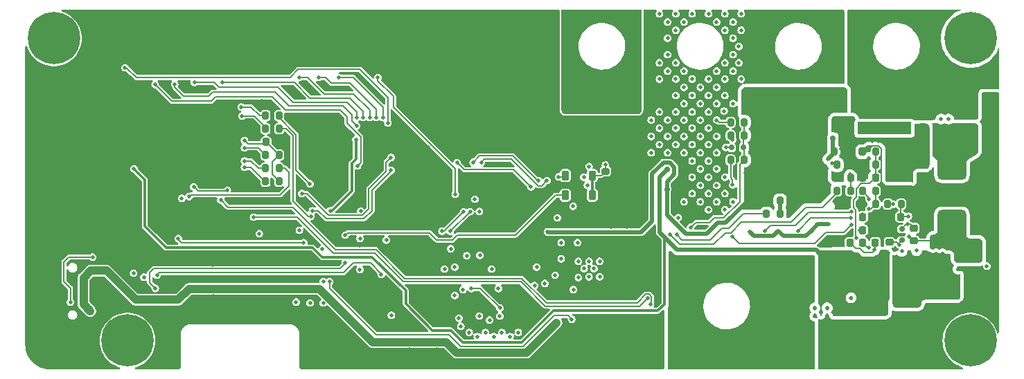
<source format=gbl>
G04 #@! TF.GenerationSoftware,KiCad,Pcbnew,7.0.8*
G04 #@! TF.CreationDate,2023-11-12T21:10:40-08:00*
G04 #@! TF.ProjectId,bms,626d732e-6b69-4636-9164-5f7063625858,V1*
G04 #@! TF.SameCoordinates,Original*
G04 #@! TF.FileFunction,Copper,L4,Bot*
G04 #@! TF.FilePolarity,Positive*
%FSLAX46Y46*%
G04 Gerber Fmt 4.6, Leading zero omitted, Abs format (unit mm)*
G04 Created by KiCad (PCBNEW 7.0.8) date 2023-11-12 21:10:40*
%MOMM*%
%LPD*%
G01*
G04 APERTURE LIST*
G04 Aperture macros list*
%AMRoundRect*
0 Rectangle with rounded corners*
0 $1 Rounding radius*
0 $2 $3 $4 $5 $6 $7 $8 $9 X,Y pos of 4 corners*
0 Add a 4 corners polygon primitive as box body*
4,1,4,$2,$3,$4,$5,$6,$7,$8,$9,$2,$3,0*
0 Add four circle primitives for the rounded corners*
1,1,$1+$1,$2,$3*
1,1,$1+$1,$4,$5*
1,1,$1+$1,$6,$7*
1,1,$1+$1,$8,$9*
0 Add four rect primitives between the rounded corners*
20,1,$1+$1,$2,$3,$4,$5,0*
20,1,$1+$1,$4,$5,$6,$7,0*
20,1,$1+$1,$6,$7,$8,$9,0*
20,1,$1+$1,$8,$9,$2,$3,0*%
G04 Aperture macros list end*
G04 #@! TA.AperFunction,SMDPad,CuDef*
%ADD10R,2.300000X2.800000*%
G04 #@! TD*
G04 #@! TA.AperFunction,ComponentPad*
%ADD11C,0.800000*%
G04 #@! TD*
G04 #@! TA.AperFunction,ComponentPad*
%ADD12C,6.400000*%
G04 #@! TD*
G04 #@! TA.AperFunction,ComponentPad*
%ADD13C,0.600000*%
G04 #@! TD*
G04 #@! TA.AperFunction,SMDPad,CuDef*
%ADD14R,0.900000X1.600000*%
G04 #@! TD*
G04 #@! TA.AperFunction,SMDPad,CuDef*
%ADD15RoundRect,0.200000X-0.200000X-0.275000X0.200000X-0.275000X0.200000X0.275000X-0.200000X0.275000X0*%
G04 #@! TD*
G04 #@! TA.AperFunction,SMDPad,CuDef*
%ADD16RoundRect,0.200000X0.200000X0.275000X-0.200000X0.275000X-0.200000X-0.275000X0.200000X-0.275000X0*%
G04 #@! TD*
G04 #@! TA.AperFunction,SMDPad,CuDef*
%ADD17RoundRect,0.225000X-0.225000X-0.250000X0.225000X-0.250000X0.225000X0.250000X-0.225000X0.250000X0*%
G04 #@! TD*
G04 #@! TA.AperFunction,SMDPad,CuDef*
%ADD18RoundRect,0.225000X0.225000X0.250000X-0.225000X0.250000X-0.225000X-0.250000X0.225000X-0.250000X0*%
G04 #@! TD*
G04 #@! TA.AperFunction,SMDPad,CuDef*
%ADD19RoundRect,0.225000X0.225000X0.375000X-0.225000X0.375000X-0.225000X-0.375000X0.225000X-0.375000X0*%
G04 #@! TD*
G04 #@! TA.AperFunction,SMDPad,CuDef*
%ADD20RoundRect,0.150000X-0.150000X-0.200000X0.150000X-0.200000X0.150000X0.200000X-0.150000X0.200000X0*%
G04 #@! TD*
G04 #@! TA.AperFunction,SMDPad,CuDef*
%ADD21RoundRect,0.200000X0.275000X-0.200000X0.275000X0.200000X-0.275000X0.200000X-0.275000X-0.200000X0*%
G04 #@! TD*
G04 #@! TA.AperFunction,SMDPad,CuDef*
%ADD22RoundRect,0.225000X0.250000X-0.225000X0.250000X0.225000X-0.250000X0.225000X-0.250000X-0.225000X0*%
G04 #@! TD*
G04 #@! TA.AperFunction,SMDPad,CuDef*
%ADD23RoundRect,0.150000X0.200000X-0.150000X0.200000X0.150000X-0.200000X0.150000X-0.200000X-0.150000X0*%
G04 #@! TD*
G04 #@! TA.AperFunction,ViaPad*
%ADD24C,0.508000*%
G04 #@! TD*
G04 #@! TA.AperFunction,ViaPad*
%ADD25C,0.711200*%
G04 #@! TD*
G04 #@! TA.AperFunction,Conductor*
%ADD26C,0.203200*%
G04 #@! TD*
G04 #@! TA.AperFunction,Conductor*
%ADD27C,0.508000*%
G04 #@! TD*
G04 #@! TA.AperFunction,Conductor*
%ADD28C,0.304800*%
G04 #@! TD*
G04 #@! TA.AperFunction,Conductor*
%ADD29C,1.000000*%
G04 #@! TD*
G04 #@! TA.AperFunction,Conductor*
%ADD30C,0.300000*%
G04 #@! TD*
G04 APERTURE END LIST*
D10*
X162419874Y-96444874D03*
D11*
X99100000Y-116000000D03*
X99802944Y-114302944D03*
X99802944Y-117697056D03*
X101500000Y-113600000D03*
D12*
X101500000Y-116000000D03*
D11*
X101500000Y-118400000D03*
X103197056Y-114302944D03*
X103197056Y-117697056D03*
X103900000Y-116000000D03*
D13*
X148375000Y-111475000D03*
D14*
X148375000Y-110975000D03*
D13*
X148375000Y-110475000D03*
D11*
X202100000Y-116000000D03*
X202802944Y-114302944D03*
X202802944Y-117697056D03*
X204500000Y-113600000D03*
D12*
X204500000Y-116000000D03*
D11*
X204500000Y-118400000D03*
X206197056Y-114302944D03*
X206197056Y-117697056D03*
X206900000Y-116000000D03*
X90100000Y-79000000D03*
X90802944Y-77302944D03*
X90802944Y-80697056D03*
X92500000Y-76600000D03*
D12*
X92500000Y-79000000D03*
D11*
X92500000Y-81400000D03*
X94197056Y-77302944D03*
X94197056Y-80697056D03*
X94900000Y-79000000D03*
X202100000Y-79000000D03*
X202802944Y-77302944D03*
X202802944Y-80697056D03*
X204500000Y-76600000D03*
D12*
X204500000Y-79000000D03*
D11*
X204500000Y-81400000D03*
X206197056Y-77302944D03*
X206197056Y-80697056D03*
X206900000Y-79000000D03*
D15*
X191274874Y-92874874D03*
X192924874Y-92874874D03*
X188199874Y-96074874D03*
X189849874Y-96074874D03*
D16*
X192949874Y-97662374D03*
X191299874Y-97662374D03*
D15*
X186175000Y-92874874D03*
X187825000Y-92874874D03*
D17*
X191349874Y-96074874D03*
X192899874Y-96074874D03*
D15*
X179599874Y-98874874D03*
X181249874Y-98874874D03*
D18*
X189800000Y-104000000D03*
X188250000Y-104000000D03*
D15*
X194399874Y-99262374D03*
X196049874Y-99262374D03*
D19*
X158300000Y-98200000D03*
X155000000Y-98200000D03*
D15*
X188199874Y-94474874D03*
X189849874Y-94474874D03*
D17*
X191325000Y-104000000D03*
X192875000Y-104000000D03*
D20*
X187700000Y-91274874D03*
X186300000Y-91274874D03*
D15*
X191299874Y-99274874D03*
X192949874Y-99274874D03*
D16*
X120025000Y-96474874D03*
X118375000Y-96474874D03*
D15*
X118375000Y-90074874D03*
X120025000Y-90074874D03*
D19*
X158300000Y-95800000D03*
X155000000Y-95800000D03*
D21*
X159900000Y-96925000D03*
X159900000Y-95275000D03*
D20*
X176724874Y-92374874D03*
X175324874Y-92374874D03*
D22*
X197613878Y-103798337D03*
X197613878Y-102248337D03*
D17*
X118425000Y-91674874D03*
X119975000Y-91674874D03*
D16*
X120025000Y-94874874D03*
X118375000Y-94874874D03*
X120025000Y-88474874D03*
X118375000Y-88474874D03*
D18*
X195999874Y-100862374D03*
X194449874Y-100862374D03*
D23*
X196112531Y-102328847D03*
X196112531Y-103728847D03*
D22*
X194612531Y-103971347D03*
X194612531Y-102421347D03*
D16*
X192949874Y-94474874D03*
X191299874Y-94474874D03*
X120025000Y-93274874D03*
X118375000Y-93274874D03*
X181249874Y-100474874D03*
X179599874Y-100474874D03*
D15*
X175199874Y-90874874D03*
X176849874Y-90874874D03*
D17*
X191349874Y-100862374D03*
X192899874Y-100862374D03*
X191349874Y-102462374D03*
X192899874Y-102462374D03*
D15*
X175199874Y-89274874D03*
X176849874Y-89274874D03*
D16*
X189849874Y-97674874D03*
X188199874Y-97674874D03*
D15*
X175199874Y-93874874D03*
X176849874Y-93874874D03*
D24*
X162864536Y-97066276D03*
X161961056Y-97081854D03*
X162419874Y-96444874D03*
X162864536Y-95761682D03*
X161964951Y-95753894D03*
X124500000Y-117000000D03*
X194124874Y-102074874D03*
X106500000Y-78000000D03*
X91474874Y-102324874D03*
X203500000Y-112000000D03*
X131600000Y-117600000D03*
X89500000Y-83000000D03*
X91524874Y-86274874D03*
X108700000Y-103000000D03*
X93834874Y-115084874D03*
X136274874Y-82674874D03*
X193000000Y-116000000D03*
X131400000Y-85200000D03*
X153000000Y-79000000D03*
X179500000Y-83000000D03*
X153000000Y-77400000D03*
X128500000Y-78000000D03*
X132974874Y-77974874D03*
X117900000Y-86700000D03*
X186500000Y-78000000D03*
X146024874Y-105574874D03*
X113500000Y-88800000D03*
X206500000Y-109000000D03*
X89500000Y-105500000D03*
X207500000Y-106500000D03*
X113324874Y-105474874D03*
X123000000Y-116000000D03*
X151750000Y-112500000D03*
X196500000Y-116000000D03*
X200500000Y-115000000D03*
X155200000Y-116400000D03*
X89500000Y-95000000D03*
X106500000Y-88000000D03*
X130849874Y-82074874D03*
X89500000Y-111500000D03*
X107600000Y-117500000D03*
X94000000Y-119000000D03*
X159500000Y-117700000D03*
X191000000Y-119000000D03*
X188200000Y-99200000D03*
X138224874Y-92374874D03*
X162974874Y-91474874D03*
X107000000Y-76000000D03*
X139974874Y-77974874D03*
X139224874Y-117074874D03*
X113224874Y-77974874D03*
X149725000Y-112125000D03*
X162000000Y-89000000D03*
X194750000Y-90000000D03*
X106074874Y-84549874D03*
X124624874Y-113874874D03*
X194124874Y-101174874D03*
X160500000Y-119000000D03*
X114500000Y-112700000D03*
X104500000Y-89000000D03*
X116000000Y-76000000D03*
X161974874Y-92474874D03*
X96634874Y-104864874D03*
X123349874Y-82074874D03*
X162974874Y-93474874D03*
X99500000Y-86000000D03*
X154024874Y-99374874D03*
X103500000Y-104000000D03*
X89500000Y-110000000D03*
X153500000Y-76000000D03*
X92500000Y-110000000D03*
X137500000Y-110000000D03*
X159600000Y-114400000D03*
X162300000Y-116600000D03*
X89500000Y-87500000D03*
X152300000Y-77974874D03*
X165100000Y-114900000D03*
X199500000Y-114000000D03*
X195024874Y-102974874D03*
X192250000Y-90000000D03*
X123000000Y-114500000D03*
X207500000Y-109500000D03*
X135500000Y-76000000D03*
X206224874Y-86124874D03*
X132500000Y-76000000D03*
X129500000Y-76000000D03*
X95324874Y-103274874D03*
X189500000Y-116000000D03*
X207500000Y-108000000D03*
X161974874Y-91474874D03*
X155974874Y-93474874D03*
X122000000Y-76000000D03*
X165000000Y-119000000D03*
X159900000Y-101300000D03*
X129100000Y-109400000D03*
X114500000Y-76000000D03*
X117249874Y-105499874D03*
X138500000Y-76000000D03*
X178500000Y-76000000D03*
X157500000Y-119000000D03*
X118299874Y-79974874D03*
X191000000Y-116500000D03*
X146500000Y-96000000D03*
X135224874Y-99074874D03*
X138174874Y-79974874D03*
X138374874Y-88074874D03*
X178500000Y-84000000D03*
X163500000Y-104000000D03*
X147700000Y-109600000D03*
X179500000Y-79000000D03*
X153500000Y-85000000D03*
X187000000Y-115500000D03*
X194600000Y-116500000D03*
X127024874Y-117074874D03*
X123674874Y-85100000D03*
X95800000Y-81100000D03*
X142500000Y-96000000D03*
X125600000Y-97800000D03*
X188100000Y-82000000D03*
X161400000Y-101300000D03*
X96724874Y-77974874D03*
X126074874Y-85100000D03*
X121224874Y-102974874D03*
X89500000Y-114500000D03*
X182500000Y-76000000D03*
X207500000Y-91500000D03*
X130500000Y-79000000D03*
X189924874Y-110774874D03*
X126224874Y-113874874D03*
X141500000Y-76000000D03*
X192500000Y-119000000D03*
X150500000Y-76000000D03*
X114649874Y-79974874D03*
X134600000Y-104949874D03*
X135924874Y-117074874D03*
X198000000Y-116500000D03*
X94800000Y-82200000D03*
X187500000Y-83000000D03*
X157974874Y-92474874D03*
X97500000Y-116000000D03*
X188500000Y-114500000D03*
X205500000Y-112000000D03*
X138000000Y-119000000D03*
X95500000Y-96000000D03*
X115600000Y-89300000D03*
X97887374Y-102674874D03*
X187500000Y-116500000D03*
X101500000Y-112250000D03*
X207500000Y-97500000D03*
X147500000Y-78000000D03*
X159974874Y-93474874D03*
X102750000Y-112500000D03*
X110000000Y-76000000D03*
X113000000Y-76000000D03*
X89500000Y-86000000D03*
X160500000Y-89000000D03*
X190900000Y-99274374D03*
X195024874Y-101174874D03*
X134024874Y-94374874D03*
X193224874Y-101174874D03*
X156000000Y-119000000D03*
X95524874Y-90374874D03*
X101000000Y-76000000D03*
X125500000Y-79000000D03*
X185500000Y-83000000D03*
X130050000Y-96650000D03*
X166500000Y-113000000D03*
X93500000Y-82800000D03*
X123000000Y-119000000D03*
X188500000Y-76000000D03*
X207500000Y-111000000D03*
X163894874Y-95004874D03*
X118424874Y-102774874D03*
X200000000Y-119000000D03*
X133500000Y-111000000D03*
X166500000Y-114500000D03*
X179500000Y-81000000D03*
X121924874Y-112274874D03*
X137000000Y-76000000D03*
X99724874Y-93974874D03*
X151400000Y-89200000D03*
X93300000Y-84774874D03*
X207500000Y-105000000D03*
X187000000Y-112000000D03*
X195024874Y-102074874D03*
X161974874Y-93474874D03*
X103500000Y-91000000D03*
X115300000Y-98700000D03*
X147500000Y-76000000D03*
X122124874Y-113274874D03*
X91424874Y-89574874D03*
X90000000Y-117500000D03*
X188000000Y-119000000D03*
X147000000Y-119000000D03*
X153000000Y-80500000D03*
X114500000Y-96000000D03*
X204000000Y-108000000D03*
X96824874Y-115074874D03*
X153500000Y-83500000D03*
X99874874Y-77974874D03*
X128349874Y-82074874D03*
X154500000Y-119000000D03*
X96500000Y-101000000D03*
X146000000Y-76000000D03*
X163500000Y-90000000D03*
X107600000Y-119000000D03*
X134200000Y-117600000D03*
X155974874Y-91474874D03*
X207500000Y-100500000D03*
X104000000Y-76000000D03*
X106500000Y-95000000D03*
X194924874Y-114274874D03*
X98000000Y-76000000D03*
X180500000Y-76000000D03*
X161400000Y-94400000D03*
X89500000Y-102500000D03*
X116074874Y-112700000D03*
X111500000Y-76000000D03*
X95289874Y-116674874D03*
X196750000Y-90000000D03*
X134000000Y-76000000D03*
X130324874Y-117074874D03*
X89500000Y-108500000D03*
X154800000Y-93200000D03*
X187000000Y-113000000D03*
X102500000Y-105750000D03*
X90500000Y-82500000D03*
X111500000Y-78000000D03*
X149000000Y-76000000D03*
X93500000Y-113000000D03*
X163600000Y-114500000D03*
X193224874Y-102974874D03*
X165224874Y-84074874D03*
X185500000Y-77000000D03*
X165500000Y-114000000D03*
X185500000Y-112000000D03*
X198500000Y-115000000D03*
X89500000Y-113000000D03*
X136474874Y-77974874D03*
X89500000Y-96500000D03*
X186500000Y-82000000D03*
X123000000Y-117500000D03*
X197500000Y-114000000D03*
X178500000Y-82000000D03*
X207500000Y-96000000D03*
X132000000Y-119000000D03*
X191250000Y-90000000D03*
X96000000Y-82500000D03*
X102475000Y-84575000D03*
X180500000Y-84000000D03*
X134649874Y-79974874D03*
X92500000Y-88000000D03*
X119974874Y-77974874D03*
X93424874Y-91174874D03*
X103500000Y-86000000D03*
X126500000Y-103000000D03*
X92500000Y-98000000D03*
X166500000Y-111400000D03*
X129900000Y-104400000D03*
X100500000Y-99000000D03*
X99500000Y-76000000D03*
X89500000Y-104000000D03*
X131000000Y-76000000D03*
X145500000Y-79000000D03*
X108500000Y-76000000D03*
X189500000Y-119000000D03*
X138500000Y-111000000D03*
X91424874Y-103274874D03*
X179500000Y-77000000D03*
X135000000Y-119000000D03*
X156900000Y-117500000D03*
X186500000Y-119000000D03*
X182500000Y-84000000D03*
X103500000Y-94000000D03*
X118524874Y-110674874D03*
X162000000Y-119000000D03*
X129000000Y-119000000D03*
X89500000Y-116000000D03*
X98500000Y-119000000D03*
X107700000Y-112300000D03*
X164000000Y-117400000D03*
X135224874Y-102274874D03*
X150300000Y-112700000D03*
X140000000Y-76000000D03*
X97024874Y-113474874D03*
X104000000Y-113250000D03*
X157974874Y-93474874D03*
X93424874Y-94674874D03*
X143000000Y-76000000D03*
X115324874Y-111874874D03*
X130500000Y-119000000D03*
X92500000Y-119000000D03*
X105500000Y-76000000D03*
X100250000Y-112500000D03*
X141000000Y-119000000D03*
X131500000Y-109000000D03*
X108349874Y-82074874D03*
X195750000Y-90000000D03*
X104750000Y-114250000D03*
X125849874Y-82074874D03*
X111924874Y-108674874D03*
X97787374Y-99474874D03*
X194000000Y-119000000D03*
X185500000Y-113000000D03*
X148500000Y-119000000D03*
X91474874Y-96124874D03*
X198500000Y-113000000D03*
X145500000Y-119000000D03*
X126000000Y-119000000D03*
X91524874Y-99474874D03*
X197000000Y-119000000D03*
X196750000Y-97750000D03*
X186500000Y-76000000D03*
X91500000Y-112000000D03*
X108300000Y-113300000D03*
X105000000Y-117750000D03*
X194124874Y-102974874D03*
X158974874Y-92474874D03*
X150500000Y-113500000D03*
X180500000Y-82000000D03*
X110500000Y-94000000D03*
X124500000Y-119000000D03*
X162500000Y-107000000D03*
X93524874Y-100974874D03*
X96290791Y-79596403D03*
X137500000Y-106000000D03*
X144500000Y-97000000D03*
X201500000Y-112000000D03*
X156974874Y-92474874D03*
X154900000Y-90700000D03*
X206500000Y-111000000D03*
X117624874Y-112700000D03*
X116474874Y-77974874D03*
X115224874Y-105474874D03*
X156974874Y-93474874D03*
X93934874Y-104864874D03*
X98000000Y-114250000D03*
X181500000Y-83000000D03*
X158974874Y-91474874D03*
X195224874Y-104874874D03*
X207500000Y-99000000D03*
X103349874Y-82074874D03*
X110849874Y-82074874D03*
X96500000Y-76000000D03*
X95400000Y-83600000D03*
X188500000Y-84000000D03*
X120849874Y-82074874D03*
X107600000Y-114500000D03*
X153000000Y-119000000D03*
X139774874Y-89674874D03*
X207500000Y-86100000D03*
X162500000Y-90000000D03*
X181500000Y-77000000D03*
X125000000Y-76000000D03*
X96500000Y-86000000D03*
X162974874Y-92474874D03*
X117249874Y-111749874D03*
X91000000Y-118500000D03*
X118524874Y-108674874D03*
X122500000Y-78000000D03*
X115224874Y-108674874D03*
X149224874Y-77974874D03*
X127100000Y-114500000D03*
X110500000Y-88000000D03*
X200500000Y-112000000D03*
X91474874Y-93024874D03*
X157974874Y-91474874D03*
X153000000Y-82000000D03*
X187199874Y-104174874D03*
X144000000Y-119000000D03*
X133500000Y-119000000D03*
X198500000Y-119000000D03*
X102500000Y-76000000D03*
X142500000Y-78000000D03*
X109500000Y-79000000D03*
X153600000Y-86200000D03*
X150000000Y-119000000D03*
X89500000Y-81500000D03*
X95500000Y-119000000D03*
X136824874Y-91074874D03*
X159000000Y-119000000D03*
X110500000Y-85000000D03*
X166500000Y-117500000D03*
X163200000Y-101300000D03*
X104500000Y-79000000D03*
X163500000Y-89000000D03*
X204500000Y-109000000D03*
X160500000Y-90000000D03*
X207500000Y-93000000D03*
X120500000Y-76000000D03*
X125324874Y-106374874D03*
X91324874Y-106474874D03*
X187500000Y-77000000D03*
X144500000Y-76000000D03*
X121274874Y-85138582D03*
X194750000Y-97750000D03*
X117500000Y-76000000D03*
X89500000Y-101000000D03*
X148174874Y-101524874D03*
X207500000Y-87400000D03*
X133874874Y-82674874D03*
X205500000Y-110000000D03*
X130200000Y-98400000D03*
X201500000Y-119000000D03*
X161500000Y-109000000D03*
X95824874Y-98474874D03*
X161500000Y-90000000D03*
X95000000Y-76000000D03*
X128474874Y-85100000D03*
X161500000Y-117900000D03*
X89500000Y-93500000D03*
X155974874Y-92474874D03*
X136500000Y-119000000D03*
X89500000Y-92000000D03*
X89500000Y-98000000D03*
X100400000Y-103500000D03*
X126300000Y-115600000D03*
X202339028Y-112810521D03*
X195500000Y-119000000D03*
X159500000Y-113000000D03*
X97000000Y-119000000D03*
X207500000Y-88700000D03*
X159974874Y-92474874D03*
X193224874Y-102074874D03*
X112900000Y-112700000D03*
X204500000Y-111000000D03*
X156974874Y-91474874D03*
X205500000Y-108500000D03*
X113224874Y-111774874D03*
X207500000Y-102000000D03*
X111899874Y-106699874D03*
X128724874Y-115074874D03*
X199500000Y-116000000D03*
X100524874Y-105774874D03*
X160974874Y-93474874D03*
X108500000Y-88700000D03*
X105849874Y-82074874D03*
X106200000Y-119000000D03*
X96824874Y-106474874D03*
X180500000Y-78000000D03*
X188100000Y-80000000D03*
X119300000Y-112700000D03*
X136500000Y-114000000D03*
X106524874Y-98574874D03*
X104500000Y-119000000D03*
X157100000Y-115900000D03*
X162500000Y-102100000D03*
X152000000Y-76000000D03*
X195750000Y-97750000D03*
X112024874Y-110574874D03*
X91359874Y-116609874D03*
X151500000Y-119000000D03*
X125800000Y-117900000D03*
X91784621Y-82808722D03*
X111200000Y-112700000D03*
X118524874Y-106674874D03*
X200500000Y-113000000D03*
X98299874Y-79974874D03*
X89500000Y-99500000D03*
X89500000Y-89000000D03*
X206500000Y-108000000D03*
X107600000Y-116000000D03*
X188200000Y-78000000D03*
X89500000Y-107000000D03*
X178500000Y-78000000D03*
X107500000Y-92000000D03*
X161500000Y-114000000D03*
X127500000Y-119000000D03*
X193250000Y-90000000D03*
X132500000Y-99000000D03*
X207500000Y-112500000D03*
X199500000Y-112000000D03*
X186500000Y-83800000D03*
X124000000Y-99400000D03*
X166500000Y-109900000D03*
X207500000Y-94500000D03*
X158974874Y-93474874D03*
X178500000Y-80000000D03*
X187500000Y-79000000D03*
X119000000Y-76000000D03*
X123500000Y-76000000D03*
X99500000Y-91000000D03*
X165300000Y-116800000D03*
X160974874Y-91474874D03*
X149325000Y-109725000D03*
X101500000Y-88000000D03*
X207500000Y-90000000D03*
X138500000Y-107000000D03*
X150774874Y-79974874D03*
X89500000Y-84500000D03*
X184500000Y-84000000D03*
X187500000Y-81000000D03*
X159974874Y-91474874D03*
X160600000Y-102100000D03*
X122900000Y-97100000D03*
X99000000Y-113250000D03*
X184500000Y-76000000D03*
X166500000Y-119000000D03*
X139650000Y-113600000D03*
X127300000Y-95400000D03*
X135224874Y-100674874D03*
X126500000Y-76000000D03*
X161500000Y-105000000D03*
X142500000Y-119000000D03*
X91500000Y-108000000D03*
X207500000Y-103500000D03*
X157500000Y-114000000D03*
X112500000Y-91000000D03*
X102500000Y-78000000D03*
X134924874Y-112874874D03*
X145624874Y-94374874D03*
X109200000Y-85300000D03*
X201307914Y-113841636D03*
X95750000Y-77000000D03*
X163500000Y-119000000D03*
X97224874Y-109974874D03*
X171400000Y-102200000D03*
X89500000Y-90500000D03*
X203000000Y-107250000D03*
X163500000Y-113000000D03*
X160974874Y-92474874D03*
X134600000Y-110800000D03*
X152700000Y-87100000D03*
X128000000Y-76000000D03*
X139500000Y-119000000D03*
X200500000Y-109000000D03*
X203000000Y-110500000D03*
X200300000Y-105400000D03*
X197000000Y-109500000D03*
X196700000Y-106800000D03*
X199500000Y-106600000D03*
X199900000Y-106000000D03*
X196100000Y-108000000D03*
X195500000Y-107600000D03*
X199500000Y-105400000D03*
X198000000Y-108500000D03*
X196700000Y-108400000D03*
X199000000Y-108000000D03*
X201000000Y-108000000D03*
X196100000Y-107200000D03*
X202500000Y-109000000D03*
X196000000Y-109500000D03*
X199500000Y-109000000D03*
X195500000Y-108400000D03*
X201000000Y-110000000D03*
X198000000Y-106500000D03*
X201100000Y-105400000D03*
X200300000Y-106600000D03*
X200700000Y-106000000D03*
X198000000Y-107500000D03*
X195500000Y-106800000D03*
X199000000Y-110000000D03*
X202000000Y-110000000D03*
X200000000Y-110000000D03*
X201500000Y-109000000D03*
X200000000Y-108000000D03*
X201100000Y-106600000D03*
X195074874Y-99324874D03*
X196700000Y-107600000D03*
X194700000Y-94400000D03*
X191700000Y-91600000D03*
X196700000Y-92000000D03*
X188700000Y-93400000D03*
X190900000Y-91600000D03*
X196700000Y-93600000D03*
X194700000Y-93600000D03*
X198300000Y-89800000D03*
X193300000Y-91600000D03*
X196700000Y-95200000D03*
X192500000Y-91600000D03*
X199100000Y-89800000D03*
X196700000Y-92800000D03*
X189500000Y-93400000D03*
X199100000Y-92200000D03*
X195700000Y-94400000D03*
X189500000Y-92500000D03*
X198300000Y-90600000D03*
X198300000Y-92200000D03*
X194700000Y-92800000D03*
X196700000Y-94400000D03*
X199100000Y-91400000D03*
X199100000Y-90600000D03*
X195700000Y-92800000D03*
X198300000Y-91400000D03*
X195700000Y-93600000D03*
X191349874Y-95174874D03*
X188700000Y-91600000D03*
X189500000Y-91600000D03*
X190100000Y-90900000D03*
X194700000Y-92000000D03*
X195700000Y-95200000D03*
X195700000Y-92000000D03*
X194700000Y-95200000D03*
X189300000Y-90900000D03*
X188700000Y-92500000D03*
X187874874Y-95674874D03*
X182000000Y-92500000D03*
X188000000Y-86500000D03*
D25*
X167424874Y-97474874D03*
D24*
X182000000Y-94500000D03*
X178000000Y-88500000D03*
X179000000Y-89500000D03*
X180000000Y-92500000D03*
X182000000Y-88500000D03*
X179000000Y-93500000D03*
X181000000Y-95500000D03*
X185900000Y-96200000D03*
X177000000Y-87500000D03*
X187000000Y-85500000D03*
X152824874Y-102674874D03*
X181000000Y-91500000D03*
X185000000Y-93500000D03*
X187000000Y-87500000D03*
X182000000Y-90500000D03*
X185000000Y-91500000D03*
X185000000Y-85500000D03*
X189000000Y-85500000D03*
X186000000Y-86500000D03*
X180000000Y-94500000D03*
X184000000Y-86500000D03*
X179000000Y-91500000D03*
X184000000Y-88500000D03*
X180000000Y-96500000D03*
X182000000Y-86500000D03*
X178000000Y-92500000D03*
X178000000Y-90500000D03*
X177000000Y-95500000D03*
X181000000Y-93500000D03*
X189000000Y-87500000D03*
X186000000Y-94500000D03*
X183000000Y-93500000D03*
X179000000Y-87500000D03*
X185000000Y-95500000D03*
X181000000Y-87500000D03*
X185000000Y-89500000D03*
X185000000Y-87500000D03*
X184000000Y-96200000D03*
X186000000Y-92500000D03*
X183000000Y-89500000D03*
X183000000Y-95500000D03*
X178000000Y-94500000D03*
X183000000Y-91500000D03*
X184000000Y-90500000D03*
X183000000Y-87500000D03*
X179124874Y-98874874D03*
X182000000Y-96500000D03*
X181000000Y-89500000D03*
X180000000Y-88500000D03*
X184000000Y-94500000D03*
X178000000Y-96500000D03*
X180000000Y-90500000D03*
X184000000Y-92500000D03*
X179000000Y-95500000D03*
X181000000Y-85500000D03*
X183000000Y-85500000D03*
X169500000Y-89000000D03*
X167500000Y-83000000D03*
X166500000Y-92000000D03*
X175500000Y-81000000D03*
X171500000Y-89000000D03*
X175500000Y-99000000D03*
X170500000Y-88000000D03*
X171500000Y-95000000D03*
X165500000Y-91000000D03*
X169500000Y-93000000D03*
X168500000Y-92000000D03*
X173500000Y-77000000D03*
X174500000Y-84000000D03*
X173500000Y-95000000D03*
X176500000Y-78000000D03*
X176500000Y-84000000D03*
X168500000Y-82000000D03*
X172500000Y-90000000D03*
X172500000Y-96000000D03*
X167500000Y-89000000D03*
X174500000Y-100000000D03*
X168500000Y-84000000D03*
X170500000Y-76000000D03*
X167500000Y-93000000D03*
X168500000Y-86000000D03*
X173500000Y-89000000D03*
X170500000Y-94000000D03*
X175500000Y-87000000D03*
X168500000Y-88000000D03*
X174500000Y-98000000D03*
X174500000Y-78000000D03*
X176500000Y-76000000D03*
X168500000Y-76000000D03*
X168500000Y-78000000D03*
X172500000Y-100000000D03*
X173500000Y-91000000D03*
X166500000Y-90000000D03*
X172500000Y-86000000D03*
X170500000Y-96000000D03*
X171500000Y-91000000D03*
X170500000Y-90000000D03*
X175500000Y-79000000D03*
X171500000Y-85000000D03*
X166500000Y-76000000D03*
X174500000Y-96000000D03*
X174400000Y-87900000D03*
X165500000Y-93000000D03*
X171500000Y-87000000D03*
X167500000Y-81000000D03*
X169500000Y-91000000D03*
X174500000Y-82000000D03*
X170500000Y-98000000D03*
X172500000Y-88000000D03*
X173500000Y-87000000D03*
X176200000Y-82000000D03*
X168500000Y-90000000D03*
X170500000Y-92000000D03*
X166500000Y-88000000D03*
X172500000Y-94000000D03*
X173500000Y-93000000D03*
X175500000Y-83000000D03*
X176200000Y-80000000D03*
X172500000Y-98000000D03*
X172500000Y-92000000D03*
X167500000Y-79000000D03*
X172500000Y-84000000D03*
X169500000Y-83000000D03*
X174500000Y-76000000D03*
X167500000Y-91000000D03*
X174500000Y-86000000D03*
X166500000Y-82000000D03*
X171500000Y-97000000D03*
X172500000Y-76000000D03*
X167500000Y-77000000D03*
X170500000Y-86000000D03*
X171500000Y-99000000D03*
X173500000Y-99000000D03*
X169500000Y-77000000D03*
X173500000Y-97000000D03*
X169500000Y-85000000D03*
X174624874Y-92374874D03*
X170500000Y-84000000D03*
X173500000Y-83000000D03*
X171500000Y-93000000D03*
X173500000Y-85000000D03*
X169500000Y-99000000D03*
X169500000Y-87000000D03*
X165500000Y-89000000D03*
X175500000Y-77000000D03*
X166500000Y-84000000D03*
X156224874Y-84474874D03*
X159224874Y-83474874D03*
X156224874Y-86474874D03*
X161224874Y-83474874D03*
X162224874Y-82474874D03*
X161224874Y-85474874D03*
X162224874Y-86474874D03*
X155224874Y-83474874D03*
X156224874Y-78474874D03*
X156224874Y-80474874D03*
X163224874Y-77474874D03*
X163224874Y-81474874D03*
X163224874Y-87474874D03*
X162600000Y-78400000D03*
X161400000Y-77200000D03*
X160224874Y-86474874D03*
X158224874Y-76474874D03*
X159224874Y-85474874D03*
X155100000Y-86900000D03*
X155224874Y-81474874D03*
X163224874Y-85474874D03*
X156224874Y-82474874D03*
X156224874Y-76474874D03*
X162224874Y-84474874D03*
X160224874Y-84474874D03*
X158224874Y-86474874D03*
X157224874Y-83474874D03*
X158224874Y-84474874D03*
X155224874Y-85474874D03*
X157224874Y-77474874D03*
X159224874Y-87474874D03*
X157224874Y-87474874D03*
X162224874Y-76474874D03*
X155224874Y-79474874D03*
X160224874Y-76474874D03*
X157224874Y-85474874D03*
X163224874Y-79474874D03*
X155224874Y-77474874D03*
X161224874Y-87474874D03*
X163224874Y-83474874D03*
X150800000Y-97200000D03*
X141774874Y-94224874D03*
X127300000Y-83800000D03*
X132700000Y-88700000D03*
X131900000Y-88700000D03*
X124874874Y-83800000D03*
X131100000Y-88700000D03*
X122500000Y-83800000D03*
X113100000Y-84400000D03*
X130300000Y-88700000D03*
X133324874Y-89374874D03*
X101200000Y-82600000D03*
X129500000Y-88700000D03*
X109674874Y-84400000D03*
X107274874Y-84600000D03*
X129500000Y-89700000D03*
X129600000Y-94600000D03*
X104874874Y-84649874D03*
X143724874Y-94174874D03*
X151737563Y-96412437D03*
X144724874Y-94174874D03*
X152762437Y-96412437D03*
X173624874Y-104874874D03*
X191500000Y-107000000D03*
X188500000Y-106000000D03*
X193000000Y-109000000D03*
X188500000Y-110000000D03*
X186500000Y-108000000D03*
X193000000Y-107000000D03*
X190500000Y-108000000D03*
X186500000Y-110000000D03*
X189500000Y-112000000D03*
D25*
X167424874Y-95074874D03*
D24*
X187500000Y-111000000D03*
X187500000Y-109000000D03*
X102300000Y-95000000D03*
X187500000Y-107000000D03*
X191500000Y-109000000D03*
X189500000Y-107000000D03*
X192500000Y-110000000D03*
X190500000Y-106000000D03*
X186500000Y-106000000D03*
X192500000Y-108000000D03*
X188500000Y-108000000D03*
X189500000Y-109000000D03*
X196924874Y-100774874D03*
X202100000Y-100400000D03*
X202100000Y-104400000D03*
X203300000Y-100400000D03*
X202700000Y-102800000D03*
X200900000Y-102000000D03*
X201800000Y-103400000D03*
X201500000Y-102600000D03*
X202700000Y-101200000D03*
X203300000Y-102000000D03*
X205500000Y-105800000D03*
X201500000Y-101200000D03*
X205500000Y-104600000D03*
X203900000Y-104600000D03*
X203100000Y-103800000D03*
X202900000Y-105200000D03*
X205100000Y-105200000D03*
X200900000Y-100400000D03*
X204700000Y-105800000D03*
X203900000Y-105800000D03*
X204700000Y-104600000D03*
X196974874Y-103224874D03*
X200824874Y-103274874D03*
X204300000Y-105200000D03*
X202100000Y-102000000D03*
X196824874Y-101774874D03*
X201824874Y-88874874D03*
X192800000Y-104902756D03*
X195837374Y-104274874D03*
X187199874Y-101774874D03*
X177500000Y-102692774D03*
X196124874Y-105074874D03*
X185024874Y-102574874D03*
X191024874Y-102474874D03*
X181024874Y-102574874D03*
X192124874Y-98674874D03*
X190555758Y-103463493D03*
X191291153Y-100566443D03*
X132100000Y-83800000D03*
X192124874Y-99874874D03*
X141550000Y-98100000D03*
X157900000Y-94700000D03*
X155950000Y-99550000D03*
X157250000Y-96000000D03*
X154500000Y-104000000D03*
X141500000Y-110500000D03*
X154500000Y-106000000D03*
X157900000Y-108200000D03*
X151500000Y-107000000D03*
X157900000Y-106300000D03*
X140250000Y-107250000D03*
X156600000Y-106300000D03*
X129900000Y-107300000D03*
X142500000Y-109750000D03*
X159200000Y-106300000D03*
X133124874Y-103724873D03*
X152500000Y-109000000D03*
X157300000Y-107200000D03*
X156500000Y-104000000D03*
X141000000Y-104750000D03*
X156600000Y-108300000D03*
X159200000Y-108200000D03*
X151250000Y-109250000D03*
X153750000Y-108000000D03*
X154024874Y-100974874D03*
X156000000Y-109750000D03*
X146000000Y-107250000D03*
X157700000Y-97000000D03*
X141500000Y-107000000D03*
X158500000Y-107200000D03*
X133749874Y-112899874D03*
X122500000Y-102500000D03*
X129907285Y-103500000D03*
X149250000Y-115000000D03*
X125424874Y-111399874D03*
X125424874Y-108774874D03*
X146825000Y-109625000D03*
X143250000Y-115000000D03*
X102250000Y-107750000D03*
X122100000Y-111300000D03*
X123800000Y-96800000D03*
X115800000Y-91500000D03*
X147000000Y-113000000D03*
X148250000Y-115500000D03*
X147250000Y-115000000D03*
X146250000Y-115500000D03*
X108124874Y-98574874D03*
X117600000Y-102900000D03*
X130000000Y-100175000D03*
X144500000Y-113000000D03*
X142225000Y-114275000D03*
X144250000Y-115500000D03*
X145250000Y-115000000D03*
X145750000Y-113500000D03*
X123824874Y-111399874D03*
X142000000Y-113250000D03*
X125324874Y-104774874D03*
X103500000Y-108250000D03*
X107700000Y-103500000D03*
X123024874Y-104000000D03*
X168500000Y-113000000D03*
X180500000Y-107000000D03*
X171500000Y-116000000D03*
X182500000Y-119000000D03*
X180500000Y-115000000D03*
X170500000Y-107000000D03*
X173500000Y-106000000D03*
X168500000Y-115000000D03*
X184500000Y-109000000D03*
X172500000Y-119000000D03*
X177500000Y-106000000D03*
X180500000Y-116500000D03*
X180500000Y-119000000D03*
X180500000Y-109000000D03*
X168500000Y-117000000D03*
X183500000Y-116000000D03*
X180500000Y-111000000D03*
X171500000Y-114000000D03*
X174500000Y-119000000D03*
X179500000Y-110000000D03*
X177500000Y-118000000D03*
X181500000Y-112000000D03*
X170500000Y-111000000D03*
X182500000Y-115000000D03*
X169500000Y-114000000D03*
X178500000Y-107000000D03*
X183500000Y-106000000D03*
X177500000Y-115700000D03*
X181500000Y-116000000D03*
X181500000Y-114000000D03*
X184500000Y-119000000D03*
X170500000Y-119000000D03*
X169500000Y-112000000D03*
X168500000Y-119000000D03*
X181500000Y-110000000D03*
X177500000Y-108000000D03*
X177500000Y-110000000D03*
X178500000Y-113000000D03*
X180500000Y-113000000D03*
X184500000Y-107000000D03*
X182500000Y-116500000D03*
X174500000Y-115000000D03*
X179500000Y-116000000D03*
X176500000Y-107000000D03*
X178400000Y-116500000D03*
X171500000Y-108000000D03*
X178500000Y-111000000D03*
X181500000Y-108000000D03*
X177500000Y-114000000D03*
X184500000Y-115000000D03*
X182500000Y-107000000D03*
X170100000Y-116000000D03*
X173500000Y-118300000D03*
X176500000Y-119000000D03*
X172500000Y-107000000D03*
X175500000Y-116000000D03*
X184500000Y-116500000D03*
X172500000Y-115000000D03*
X170500000Y-117000000D03*
X182500000Y-109000000D03*
X171500000Y-112000000D03*
X173500000Y-116000000D03*
X172500000Y-109000000D03*
X169500000Y-118000000D03*
X176500000Y-109000000D03*
X170500000Y-109000000D03*
X169500000Y-110000000D03*
X181500000Y-106000000D03*
X170500000Y-115000000D03*
X168500000Y-111000000D03*
X172500000Y-117000000D03*
X170500000Y-113000000D03*
X173500000Y-108000000D03*
X178500000Y-109000000D03*
X183500000Y-110000000D03*
X182500000Y-113000000D03*
X176500000Y-115000000D03*
X171500000Y-110000000D03*
X175500000Y-108000000D03*
X183500000Y-108000000D03*
X174500000Y-107000000D03*
X171500000Y-106000000D03*
X179500000Y-106000000D03*
X171500000Y-118000000D03*
X178500000Y-119000000D03*
X183500000Y-114000000D03*
X183500000Y-112000000D03*
X179500000Y-108000000D03*
X175500000Y-106000000D03*
X184500000Y-111000000D03*
X178500000Y-115000000D03*
X179500000Y-114000000D03*
X179500000Y-112000000D03*
X182500000Y-111000000D03*
X175500000Y-118300000D03*
X142974874Y-105600000D03*
X170300000Y-102150000D03*
X144558722Y-105580081D03*
X187100000Y-93800000D03*
X112900000Y-98800000D03*
X189931310Y-100206436D03*
X179424874Y-102574874D03*
X165400000Y-111600000D03*
X189996227Y-101794421D03*
X165050000Y-110800000D03*
X175424874Y-103287374D03*
X116900000Y-100900000D03*
X183424874Y-102574874D03*
X189924874Y-100974874D03*
D25*
X96924874Y-112374874D03*
X97006162Y-107444212D03*
X153925000Y-113825000D03*
D24*
X194000000Y-76000000D03*
X201000000Y-87000000D03*
X197000000Y-87000000D03*
X191000000Y-81000000D03*
X193000000Y-87000000D03*
X192000000Y-86000000D03*
X191000000Y-79000000D03*
X192000000Y-80000000D03*
X202000000Y-86000000D03*
X190200000Y-82000000D03*
X190300000Y-78000000D03*
X200000000Y-80000000D03*
X199000000Y-81000000D03*
X199000000Y-77000000D03*
X198000000Y-82000000D03*
X192000000Y-88000000D03*
X198000000Y-76000000D03*
X203000000Y-83000000D03*
X195000000Y-83300000D03*
X198000000Y-78000000D03*
X200000000Y-88000000D03*
X201000000Y-77000000D03*
X201600000Y-85000000D03*
X201700000Y-83000000D03*
X190000000Y-76000000D03*
X197000000Y-77000000D03*
X196000000Y-86000000D03*
X197000000Y-85000000D03*
X201500000Y-76000000D03*
X192000000Y-76000000D03*
X199000000Y-85000000D03*
X194000000Y-84000000D03*
X195000000Y-87000000D03*
X191000000Y-83000000D03*
X207500000Y-82500000D03*
X193000000Y-77000000D03*
X199500000Y-82000000D03*
X196000000Y-88000000D03*
X193000000Y-83000000D03*
X192000000Y-84000000D03*
X191000000Y-85000000D03*
X199000000Y-87000000D03*
X206500000Y-84000000D03*
X197000000Y-83000000D03*
X195000000Y-85000000D03*
X194000000Y-88000000D03*
X190300000Y-80000000D03*
X196000000Y-76000000D03*
X204000000Y-88000000D03*
X200000000Y-78000000D03*
X199600000Y-85700000D03*
X193000000Y-85000000D03*
X202000000Y-82000000D03*
X190000000Y-84000000D03*
X198000000Y-84000000D03*
X199000000Y-79000000D03*
X195000000Y-76700000D03*
X191000000Y-87000000D03*
X192000000Y-82000000D03*
X202000000Y-84000000D03*
X192000000Y-78000000D03*
X198000000Y-86000000D03*
X202000000Y-88000000D03*
X196000000Y-84000000D03*
X199300000Y-84000000D03*
X199000000Y-83000000D03*
X200000000Y-76000000D03*
X194000000Y-86000000D03*
X198000000Y-88000000D03*
X191000000Y-77000000D03*
X97224874Y-105774874D03*
X94524874Y-111274874D03*
X189774874Y-95674874D03*
X181249874Y-99674874D03*
X175449874Y-91379874D03*
X175449874Y-96954874D03*
X140924874Y-102624874D03*
X167800000Y-103000000D03*
X143374874Y-100224874D03*
X168609474Y-102990526D03*
X139924874Y-102624874D03*
X142574874Y-100224874D03*
X187600000Y-94300000D03*
X144500000Y-100200000D03*
X168800000Y-100950000D03*
X143950000Y-98700000D03*
X154200000Y-95950000D03*
X133700000Y-95174874D03*
X124100000Y-100100000D03*
X133700000Y-93574874D03*
X122800000Y-98000000D03*
X197924874Y-105000000D03*
X206524874Y-106874874D03*
X143525000Y-109625000D03*
X147025000Y-112025000D03*
X132500000Y-107900000D03*
X105100000Y-108000000D03*
X109024874Y-98374874D03*
X123900000Y-100800000D03*
X192062500Y-104600000D03*
X200924874Y-88874874D03*
X204300000Y-89800000D03*
X203300000Y-92200000D03*
X203300000Y-90600000D03*
X203183255Y-95039153D03*
X202183255Y-95039153D03*
X201183255Y-95039153D03*
X204300000Y-92200000D03*
X203300000Y-91400000D03*
X204300000Y-91400000D03*
X203200000Y-96100000D03*
X201183255Y-94039153D03*
X202183255Y-94039153D03*
X202200000Y-96100000D03*
X203300000Y-89800000D03*
X201200000Y-96100000D03*
X204300000Y-90600000D03*
X203183255Y-94039153D03*
X109600000Y-97200000D03*
X113700000Y-97600000D03*
X115800000Y-94000000D03*
X115800000Y-92400000D03*
X115500000Y-88500000D03*
X129400000Y-91400000D03*
X126300000Y-100100000D03*
X115800000Y-94800000D03*
X115400000Y-87400000D03*
X128100000Y-106500000D03*
X104900000Y-109600000D03*
X128100000Y-103100000D03*
X126200000Y-108800000D03*
X155787500Y-113387500D03*
X159900000Y-94500000D03*
D26*
X161939748Y-96925000D02*
X162419874Y-96444874D01*
X193600000Y-92504790D02*
X193600000Y-96600000D01*
X190900500Y-99274874D02*
X191299874Y-99274874D01*
X191274874Y-92874874D02*
X191953074Y-92196674D01*
X191953074Y-92196674D02*
X193291884Y-92196674D01*
X187199874Y-104174874D02*
X187374748Y-104000000D01*
X119975000Y-91674874D02*
X119200000Y-90899874D01*
X119200000Y-88000000D02*
X117900000Y-86700000D01*
X119200000Y-90899874D02*
X119200000Y-88000000D01*
X159900000Y-96925000D02*
X161939748Y-96925000D01*
X190900000Y-99274374D02*
X190900500Y-99274874D01*
X193600000Y-96600000D02*
X194750000Y-97750000D01*
X193291884Y-92196674D02*
X193600000Y-92504790D01*
X187374748Y-104000000D02*
X188250000Y-104000000D01*
X195012374Y-99262374D02*
X194399874Y-99262374D01*
X195074874Y-99324874D02*
X195012374Y-99262374D01*
X188199874Y-95949874D02*
X188149874Y-95949874D01*
X189799874Y-94474874D02*
X188199874Y-96074874D01*
X188149874Y-95949874D02*
X187874874Y-95674874D01*
X191299874Y-94474874D02*
X191299874Y-95124874D01*
X189849874Y-94474874D02*
X189799874Y-94474874D01*
X191349874Y-96074874D02*
X191349874Y-95174874D01*
X191299874Y-95124874D02*
X191349874Y-95174874D01*
X188199874Y-96074874D02*
X188199874Y-95949874D01*
D27*
X167000000Y-94200000D02*
X165600000Y-95600000D01*
X177321704Y-98874874D02*
X179124874Y-98874874D01*
X172300000Y-102900000D02*
X173592800Y-101607200D01*
X167424874Y-96575126D02*
X168324874Y-95675126D01*
X167750000Y-94200000D02*
X167000000Y-94200000D01*
X168324874Y-95675126D02*
X168324874Y-94774874D01*
X152885000Y-102735000D02*
X152824874Y-102674874D01*
X165600000Y-101400000D02*
X164265000Y-102735000D01*
X164265000Y-102735000D02*
X152885000Y-102735000D01*
X168324874Y-94774874D02*
X167750000Y-94200000D01*
X173592800Y-101607200D02*
X174589378Y-101607200D01*
X174589378Y-101607200D02*
X177321704Y-98874874D01*
X167424874Y-100624874D02*
X169700000Y-102900000D01*
X165600000Y-95600000D02*
X165600000Y-101400000D01*
X167424874Y-97474874D02*
X167424874Y-100624874D01*
X179599874Y-98874874D02*
X179124874Y-98874874D01*
X169700000Y-102900000D02*
X172300000Y-102900000D01*
X167424874Y-97474874D02*
X167424874Y-96575126D01*
D26*
X173774874Y-89274874D02*
X173500000Y-89000000D01*
X175199874Y-89274874D02*
X173774874Y-89274874D01*
X175324874Y-92374874D02*
X174624874Y-92374874D01*
X148674874Y-95074874D02*
X142624874Y-95074874D01*
X142624874Y-95074874D02*
X141774874Y-94224874D01*
X150800000Y-97200000D02*
X148674874Y-95074874D01*
X132700000Y-87400000D02*
X132700000Y-88700000D01*
X129100000Y-83800000D02*
X132700000Y-87400000D01*
X127300000Y-83800000D02*
X129100000Y-83800000D01*
X131900000Y-87700000D02*
X131900000Y-88700000D01*
X126400000Y-84500000D02*
X128700000Y-84500000D01*
X124874874Y-83800000D02*
X125700000Y-83800000D01*
X128700000Y-84500000D02*
X131900000Y-87700000D01*
X125700000Y-83800000D02*
X126400000Y-84500000D01*
X123500000Y-83800000D02*
X122500000Y-83800000D01*
X131100000Y-88700000D02*
X131100000Y-87800000D01*
X129100000Y-85800000D02*
X125500000Y-85800000D01*
X125500000Y-85800000D02*
X123500000Y-83800000D01*
X131100000Y-87800000D02*
X129100000Y-85800000D01*
X130300000Y-88700000D02*
X130300000Y-87900000D01*
X123800000Y-86300000D02*
X121900000Y-84400000D01*
X130300000Y-87900000D02*
X128700000Y-86300000D01*
X128700000Y-86300000D02*
X123800000Y-86300000D01*
X121900000Y-84400000D02*
X113100000Y-84400000D01*
X122357474Y-82800000D02*
X121357474Y-83800000D01*
X102567500Y-83800000D02*
X101367500Y-82600000D01*
X101367500Y-82600000D02*
X101200000Y-82600000D01*
X129900000Y-82800000D02*
X122357474Y-82800000D01*
X133324874Y-86224874D02*
X129900000Y-82800000D01*
X121357474Y-83800000D02*
X102567500Y-83800000D01*
X133324874Y-89374874D02*
X133324874Y-86224874D01*
X121700000Y-86800000D02*
X119900000Y-85000000D01*
X129500000Y-88700000D02*
X129500000Y-88000000D01*
X129500000Y-88000000D02*
X128300000Y-86800000D01*
X112100000Y-84400000D02*
X109674874Y-84400000D01*
X112700000Y-85000000D02*
X112100000Y-84400000D01*
X128300000Y-86800000D02*
X121700000Y-86800000D01*
X119900000Y-85000000D02*
X112700000Y-85000000D01*
X111900000Y-85600000D02*
X111417400Y-86082600D01*
X108382600Y-86082600D02*
X107274874Y-84974874D01*
X129500000Y-89700000D02*
X128900000Y-89100000D01*
X128900000Y-89100000D02*
X128900000Y-88400000D01*
X111417400Y-86082600D02*
X108382600Y-86082600D01*
X119500000Y-85600000D02*
X111900000Y-85600000D01*
X128900000Y-88400000D02*
X127800000Y-87300000D01*
X107274874Y-84974874D02*
X107274874Y-84600000D01*
X121200000Y-87300000D02*
X119500000Y-85600000D01*
X127800000Y-87300000D02*
X121200000Y-87300000D01*
X127496674Y-87796674D02*
X120796674Y-87796674D01*
X128300000Y-89400000D02*
X128300000Y-88600000D01*
X111750000Y-86700000D02*
X106925000Y-86700000D01*
X112254000Y-86196000D02*
X111750000Y-86700000D01*
X106925000Y-86700000D02*
X104874874Y-84649874D01*
X119196000Y-86196000D02*
X112254000Y-86196000D01*
X128300000Y-88600000D02*
X127496674Y-87796674D01*
X120796674Y-87796674D02*
X119196000Y-86196000D01*
X129600000Y-94600000D02*
X130000000Y-94200000D01*
X130000000Y-91100000D02*
X128300000Y-89400000D01*
X130000000Y-94200000D02*
X130000000Y-91100000D01*
X144499748Y-93400000D02*
X143724874Y-94174874D01*
X148600000Y-93400000D02*
X144499748Y-93400000D01*
X151737563Y-96412437D02*
X151612437Y-96412437D01*
X151612437Y-96412437D02*
X148600000Y-93400000D01*
X151700100Y-97057474D02*
X148442626Y-93800000D01*
X152117400Y-97057474D02*
X151700100Y-97057474D01*
X148442626Y-93800000D02*
X145099748Y-93800000D01*
X145099748Y-93800000D02*
X144724874Y-94174874D01*
X152762437Y-96412437D02*
X152117400Y-97057474D01*
D27*
X185649874Y-104874874D02*
X186500000Y-105725000D01*
D28*
X124100000Y-104600000D02*
X125300000Y-105800000D01*
X135500000Y-109900000D02*
X135500000Y-111500000D01*
X103600000Y-96300000D02*
X103600000Y-102000000D01*
D27*
X173624874Y-104874874D02*
X185649874Y-104874874D01*
D28*
X166524874Y-101837374D02*
X166524874Y-102724874D01*
D27*
X168674874Y-104874874D02*
X173624874Y-104874874D01*
D28*
X141000000Y-114750000D02*
X142500000Y-116250000D01*
X125300000Y-105800000D02*
X131400000Y-105800000D01*
X106200000Y-104600000D02*
X124100000Y-104600000D01*
X138750000Y-114750000D02*
X141000000Y-114750000D01*
D27*
X167424874Y-95074874D02*
X166524874Y-95974874D01*
X166524874Y-102724874D02*
X168674874Y-104874874D01*
D28*
X131400000Y-105800000D02*
X135500000Y-109900000D01*
X167100000Y-111554342D02*
X167100000Y-103300000D01*
X149652171Y-116250000D02*
X153552171Y-112350000D01*
D27*
X166524874Y-95974874D02*
X166524874Y-101837374D01*
D28*
X153552171Y-112350000D02*
X166304342Y-112350000D01*
D27*
X188500000Y-106000000D02*
X186500000Y-106000000D01*
D28*
X135500000Y-111500000D02*
X138750000Y-114750000D01*
X142500000Y-116250000D02*
X149652171Y-116250000D01*
D27*
X186500000Y-105725000D02*
X186500000Y-106000000D01*
D28*
X102300000Y-95000000D02*
X103600000Y-96300000D01*
X166304342Y-112350000D02*
X167100000Y-111554342D01*
D27*
X166524874Y-102450000D02*
X166524874Y-102724874D01*
D28*
X103600000Y-102000000D02*
X106200000Y-104600000D01*
D27*
X166524874Y-101837374D02*
X166524874Y-102450000D01*
D28*
X167100000Y-103300000D02*
X166524874Y-102724874D01*
D26*
X196924874Y-100774874D02*
X196087374Y-100774874D01*
X195999874Y-100862374D02*
X195999874Y-99312374D01*
X196087374Y-100774874D02*
X195999874Y-100862374D01*
X195999874Y-99312374D02*
X196049874Y-99262374D01*
X197613878Y-103798337D02*
X197548337Y-103798337D01*
X200301411Y-103798337D02*
X200824874Y-103274874D01*
X197548337Y-103798337D02*
X196974874Y-103224874D01*
X197613878Y-103798337D02*
X200301411Y-103798337D01*
X196824874Y-101774874D02*
X197140415Y-101774874D01*
X197140415Y-101774874D02*
X197613878Y-102248337D01*
X196824874Y-101774874D02*
X196666504Y-101774874D01*
X196666504Y-101774874D02*
X196112531Y-102328847D01*
X192875000Y-104827756D02*
X192875000Y-104000000D01*
X192800000Y-104902756D02*
X192875000Y-104827756D01*
X192800000Y-104902756D02*
X192482656Y-105220100D01*
X191000000Y-104700000D02*
X190500000Y-104700000D01*
X190500000Y-104700000D02*
X189800000Y-104000000D01*
X191520100Y-105220100D02*
X191000000Y-104700000D01*
X192482656Y-105220100D02*
X191520100Y-105220100D01*
X195837374Y-104062374D02*
X195837374Y-104274874D01*
X196204874Y-103694874D02*
X195837374Y-104062374D01*
X195499874Y-103937374D02*
X195084874Y-103937374D01*
X195837374Y-104274874D02*
X195499874Y-103937374D01*
D27*
X180389874Y-103209874D02*
X181024874Y-102574874D01*
X185024874Y-102574874D02*
X185824874Y-101774874D01*
X185824874Y-101774874D02*
X187199874Y-101774874D01*
X184389874Y-103209874D02*
X185024874Y-102574874D01*
D26*
X192124874Y-98487374D02*
X191299874Y-97662374D01*
X192124874Y-98674874D02*
X192124874Y-98487374D01*
D27*
X178009874Y-103209874D02*
X180389874Y-103209874D01*
X181024874Y-102574874D02*
X181659874Y-103209874D01*
X181659874Y-103209874D02*
X184389874Y-103209874D01*
X177500000Y-102692774D02*
X177500000Y-102700000D01*
X177500000Y-102700000D02*
X178009874Y-103209874D01*
D26*
X191142164Y-96774874D02*
X192199874Y-96774874D01*
X192949874Y-94474874D02*
X192949874Y-92899874D01*
X190524874Y-97392164D02*
X191142164Y-96774874D01*
X190520874Y-100070874D02*
X190200000Y-99750000D01*
X192949874Y-92899874D02*
X192924874Y-92874874D01*
X192199874Y-96774874D02*
X192899874Y-96074874D01*
X190555758Y-103463493D02*
X190520874Y-103428609D01*
X192899874Y-94524874D02*
X192949874Y-94474874D01*
X190200000Y-98799748D02*
X190524874Y-98474874D01*
X190200000Y-99750000D02*
X190200000Y-98799748D01*
X190520874Y-103428609D02*
X190520874Y-100070874D01*
X192899874Y-96074874D02*
X192899874Y-94524874D01*
X190524874Y-98474874D02*
X190524874Y-97392164D01*
X192949874Y-99274874D02*
X192949874Y-97662374D01*
X132100000Y-84200000D02*
X132100000Y-83800000D01*
X134000000Y-87437236D02*
X134000000Y-86100000D01*
X134000000Y-86100000D02*
X132100000Y-84200000D01*
X141550000Y-94987236D02*
X134000000Y-87437236D01*
X141550000Y-98100000D02*
X141550000Y-94987236D01*
X192349874Y-99874874D02*
X192949874Y-99274874D01*
X192124874Y-99874874D02*
X192349874Y-99874874D01*
X120025000Y-88725000D02*
X122100000Y-90800000D01*
X122100000Y-95100000D02*
X123800000Y-96800000D01*
X116200000Y-91900000D02*
X115800000Y-91500000D01*
X120025000Y-96474874D02*
X119200000Y-95649874D01*
X119200000Y-95649874D02*
X119200000Y-94099874D01*
X118199874Y-91900000D02*
X116200000Y-91900000D01*
X118425000Y-91674874D02*
X118199874Y-91900000D01*
X120025000Y-88474874D02*
X120025000Y-88725000D01*
X120025000Y-93274874D02*
X118425000Y-91674874D01*
X122100000Y-90800000D02*
X122100000Y-95100000D01*
X119200000Y-94099874D02*
X120025000Y-93274874D01*
X108067500Y-104000000D02*
X107700000Y-103632500D01*
X107700000Y-103632500D02*
X107700000Y-103500000D01*
X123024874Y-104000000D02*
X108067500Y-104000000D01*
X176300000Y-94424748D02*
X176849874Y-93874874D01*
X176300000Y-99000000D02*
X176300000Y-94424748D01*
X176849874Y-93874874D02*
X176849874Y-92499874D01*
X173200000Y-100950000D02*
X174350000Y-100950000D01*
X176724874Y-90999874D02*
X176849874Y-90874874D01*
X170350000Y-102150000D02*
X170950000Y-101550000D01*
X172600000Y-101550000D02*
X173200000Y-100950000D01*
X176849874Y-90874874D02*
X176849874Y-89274874D01*
X176724874Y-92374874D02*
X176724874Y-90999874D01*
X170950000Y-101550000D02*
X172600000Y-101550000D01*
X174350000Y-100950000D02*
X176300000Y-99000000D01*
X176849874Y-92499874D02*
X176724874Y-92374874D01*
X170300000Y-102150000D02*
X170350000Y-102150000D01*
D27*
X187700000Y-93200000D02*
X187700000Y-91274874D01*
X187100000Y-93800000D02*
X187700000Y-93200000D01*
D26*
X189931310Y-100206436D02*
X189862872Y-100274874D01*
X180099748Y-101900000D02*
X179424874Y-102574874D01*
X149693165Y-108400000D02*
X135400000Y-108400000D01*
X189862872Y-100274874D02*
X184725126Y-100274874D01*
X165532600Y-110600100D02*
X165249900Y-110317400D01*
X113800000Y-99700000D02*
X112900000Y-98800000D01*
X121700000Y-99700000D02*
X113800000Y-99700000D01*
X165532600Y-111467400D02*
X165532600Y-110600100D01*
X184725126Y-100274874D02*
X183100000Y-101900000D01*
X135400000Y-108400000D02*
X131882600Y-104882600D01*
X152691118Y-111397953D02*
X149693165Y-108400000D01*
X165400000Y-111600000D02*
X165532600Y-111467400D01*
X163769547Y-111397953D02*
X152691118Y-111397953D01*
X183100000Y-101900000D02*
X180099748Y-101900000D01*
X126882600Y-104882600D02*
X121700000Y-99700000D01*
X131882600Y-104882600D02*
X126882600Y-104882600D01*
X164850100Y-110317400D02*
X163769547Y-111397953D01*
X165249900Y-110317400D02*
X164850100Y-110317400D01*
X126650000Y-105300000D02*
X131700000Y-105300000D01*
X135200000Y-108800000D02*
X149550000Y-108800000D01*
X149550000Y-108800000D02*
X152550000Y-111800000D01*
X116900000Y-100900000D02*
X122250000Y-100900000D01*
X164050000Y-111800000D02*
X165050000Y-110800000D01*
X186825126Y-102774874D02*
X185500000Y-104100000D01*
X122250000Y-100900000D02*
X126650000Y-105300000D01*
X131700000Y-105300000D02*
X135200000Y-108800000D01*
X189996227Y-101794421D02*
X189015774Y-102774874D01*
X185500000Y-104100000D02*
X176237500Y-104100000D01*
X152550000Y-111800000D02*
X164050000Y-111800000D01*
X176237500Y-104100000D02*
X175424874Y-103287374D01*
X189015774Y-102774874D02*
X186825126Y-102774874D01*
X189899748Y-101000000D02*
X189924874Y-100974874D01*
X183424874Y-102574874D02*
X184999748Y-101000000D01*
X184999748Y-101000000D02*
X189899748Y-101000000D01*
D29*
X102500000Y-111000000D02*
X107699748Y-111000000D01*
X107699748Y-111000000D02*
X109027274Y-109672474D01*
X97006162Y-107444212D02*
X98944212Y-107444212D01*
X124978461Y-109677274D02*
X126327274Y-111026087D01*
X140443874Y-116193874D02*
X141750000Y-117500000D01*
X96720874Y-112170874D02*
X96924874Y-112374874D01*
X126327274Y-111026087D02*
X126327274Y-111077274D01*
X96124874Y-111574874D02*
X96924874Y-112374874D01*
X141750000Y-117500000D02*
X150250000Y-117500000D01*
X97006162Y-107444212D02*
X96124874Y-108325500D01*
X96124874Y-108325500D02*
X96124874Y-111574874D01*
X123451087Y-109677274D02*
X124978461Y-109677274D01*
X131443874Y-116193874D02*
X140443874Y-116193874D01*
X150250000Y-117500000D02*
X153925000Y-113825000D01*
X98944212Y-107444212D02*
X102500000Y-111000000D01*
X126327274Y-111077274D02*
X131443874Y-116193874D01*
X123446287Y-109672474D02*
X123451087Y-109677274D01*
X96924874Y-112374874D02*
X96950000Y-112400000D01*
X109027274Y-109672474D02*
X123446287Y-109672474D01*
D26*
X94524874Y-109574874D02*
X94524874Y-111274874D01*
X94324874Y-105774874D02*
X93724874Y-106374874D01*
X97224874Y-105774874D02*
X94324874Y-105774874D01*
X93724874Y-108774874D02*
X94524874Y-109574874D01*
X93724874Y-106374874D02*
X93724874Y-108774874D01*
X189849874Y-95749874D02*
X189774874Y-95674874D01*
X189849874Y-97674874D02*
X189849874Y-96074874D01*
X189849874Y-96074874D02*
X189849874Y-95749874D01*
D27*
X181249874Y-99674874D02*
X181249874Y-100474874D01*
X181249874Y-98874874D02*
X181249874Y-99674874D01*
D26*
X175449874Y-91379874D02*
X175449874Y-91124874D01*
X175449874Y-91124874D02*
X175199874Y-90874874D01*
X175449874Y-96954874D02*
X175449874Y-96299874D01*
X175449874Y-96299874D02*
X175199874Y-96049874D01*
X175199874Y-96049874D02*
X175199874Y-93874874D01*
X186400000Y-99700000D02*
X188199874Y-97900126D01*
X173162500Y-104200000D02*
X174562500Y-102800000D01*
X167800000Y-103000000D02*
X169000000Y-104200000D01*
X188124874Y-97674874D02*
X188199874Y-97674874D01*
X174562500Y-102800000D02*
X175200000Y-102800000D01*
X169000000Y-104200000D02*
X173162500Y-104200000D01*
X176500000Y-101500000D02*
X182600000Y-101500000D01*
X184400000Y-99700000D02*
X186400000Y-99700000D01*
X140974874Y-102624874D02*
X143374874Y-100224874D01*
X140924874Y-102624874D02*
X140974874Y-102624874D01*
X188199874Y-97900126D02*
X188199874Y-97674874D01*
X182600000Y-101500000D02*
X184400000Y-99700000D01*
X175200000Y-102800000D02*
X176500000Y-101500000D01*
X139924874Y-102624874D02*
X140174874Y-102624874D01*
X174950000Y-102250000D02*
X176725126Y-100474874D01*
X140174874Y-102624874D02*
X142574874Y-100224874D01*
X169268948Y-103650000D02*
X172700000Y-103650000D01*
X172700000Y-103650000D02*
X174100000Y-102250000D01*
X174100000Y-102250000D02*
X174950000Y-102250000D01*
X168609474Y-102990526D02*
X169268948Y-103650000D01*
X176725126Y-100474874D02*
X179599874Y-100474874D01*
X188025000Y-94300000D02*
X188199874Y-94474874D01*
X187600000Y-94300000D02*
X188025000Y-94300000D01*
X154200000Y-95950000D02*
X154850000Y-95950000D01*
X154850000Y-95950000D02*
X155000000Y-95800000D01*
X130400000Y-101100000D02*
X131400000Y-100100000D01*
X124100000Y-100100000D02*
X124800000Y-100100000D01*
X131400000Y-100100000D02*
X131400000Y-97600000D01*
X125800000Y-101100000D02*
X130400000Y-101100000D01*
X133700000Y-95300000D02*
X133700000Y-95174874D01*
X124800000Y-100100000D02*
X125800000Y-101100000D01*
X131400000Y-97600000D02*
X133700000Y-95300000D01*
X126079000Y-100679000D02*
X130208764Y-100679000D01*
X131000000Y-99887764D02*
X131000000Y-97400000D01*
X131000000Y-97400000D02*
X133100000Y-95300000D01*
X133100000Y-94174874D02*
X133700000Y-93574874D01*
X133100000Y-95300000D02*
X133100000Y-94174874D01*
X122800000Y-98000000D02*
X123400000Y-98000000D01*
X123400000Y-98000000D02*
X126079000Y-100679000D01*
X130208764Y-100679000D02*
X131000000Y-99887764D01*
X147025000Y-112025000D02*
X144625000Y-109625000D01*
X144625000Y-109625000D02*
X143525000Y-109625000D01*
X132500000Y-107800000D02*
X132500000Y-107900000D01*
X105100000Y-108000000D02*
X105400000Y-107700000D01*
X127900000Y-107700000D02*
X129100000Y-106500000D01*
X105400000Y-107700000D02*
X127900000Y-107700000D01*
X129100000Y-106500000D02*
X131200000Y-106500000D01*
X131200000Y-106500000D02*
X132500000Y-107800000D01*
X109224874Y-98174874D02*
X109024874Y-98374874D01*
X120124874Y-98174874D02*
X109224874Y-98174874D01*
X121224874Y-97074874D02*
X120124874Y-98174874D01*
X121224874Y-95374874D02*
X121224874Y-97074874D01*
X120724874Y-94874874D02*
X121224874Y-95374874D01*
X120025000Y-94874874D02*
X120724874Y-94874874D01*
X123600000Y-100800000D02*
X121724874Y-98924874D01*
X123900000Y-100800000D02*
X123600000Y-100800000D01*
X121724874Y-98924874D02*
X121724874Y-90924874D01*
X121724874Y-90924874D02*
X120874874Y-90074874D01*
X120874874Y-90074874D02*
X120025000Y-90074874D01*
X192062500Y-104600000D02*
X191925000Y-104600000D01*
X191925000Y-104600000D02*
X191325000Y-104000000D01*
X113600000Y-97700000D02*
X113700000Y-97600000D01*
X109600000Y-97200000D02*
X110100000Y-97700000D01*
X110100000Y-97700000D02*
X113600000Y-97700000D01*
X115800000Y-94000000D02*
X116600000Y-94000000D01*
X117474874Y-94874874D02*
X118375000Y-94874874D01*
X116600000Y-94000000D02*
X117474874Y-94874874D01*
X117500126Y-92400000D02*
X118375000Y-93274874D01*
X115800000Y-92400000D02*
X117500126Y-92400000D01*
X115500000Y-88500000D02*
X117000000Y-88500000D01*
X117000000Y-88500000D02*
X118375000Y-89875000D01*
X118375000Y-89875000D02*
X118375000Y-90074874D01*
D28*
X129400000Y-93800000D02*
X129400000Y-91400000D01*
X128900000Y-94300000D02*
X129400000Y-93800000D01*
X128900000Y-97700000D02*
X128900000Y-94300000D01*
X126300000Y-100100000D02*
X126500000Y-100100000D01*
X126500000Y-100100000D02*
X128900000Y-97700000D01*
D26*
X118274874Y-96474874D02*
X116600000Y-94800000D01*
X118375000Y-96474874D02*
X118274874Y-96474874D01*
X116600000Y-94800000D02*
X115800000Y-94800000D01*
X116600000Y-87400000D02*
X117674874Y-88474874D01*
X117674874Y-88474874D02*
X118375000Y-88474874D01*
X115400000Y-87400000D02*
X116600000Y-87400000D01*
X128100000Y-106500000D02*
X128100000Y-106600000D01*
X128100000Y-103100000D02*
X128400000Y-102800000D01*
X148900000Y-103100000D02*
X153800000Y-98200000D01*
X128100000Y-106600000D02*
X127517526Y-107182474D01*
X127517526Y-107182474D02*
X104717526Y-107182474D01*
X141200000Y-103700000D02*
X141800000Y-103100000D01*
X153800000Y-98200000D02*
X155000000Y-98200000D01*
X104200000Y-107700000D02*
X104200000Y-108900000D01*
X128400000Y-102800000D02*
X138400000Y-102800000D01*
X141800000Y-103100000D02*
X148900000Y-103100000D01*
X138400000Y-102800000D02*
X139300000Y-103700000D01*
X104200000Y-108900000D02*
X104900000Y-109600000D01*
X139300000Y-103700000D02*
X141200000Y-103700000D01*
X104717526Y-107182474D02*
X104200000Y-107700000D01*
X155000000Y-98200000D02*
X154750000Y-98450000D01*
X142250000Y-116750000D02*
X149850000Y-116750000D01*
X153650000Y-112950000D02*
X155350000Y-112950000D01*
X126200000Y-108800000D02*
X126200000Y-109600000D01*
X131850000Y-115250000D02*
X140750000Y-115250000D01*
X155350000Y-112950000D02*
X155787500Y-113387500D01*
X140750000Y-115250000D02*
X142250000Y-116750000D01*
X149850000Y-116750000D02*
X153650000Y-112950000D01*
X126200000Y-109600000D02*
X131850000Y-115250000D01*
X159900000Y-94500000D02*
X159900000Y-95275000D01*
D30*
X158300000Y-98200000D02*
X158300000Y-95800000D01*
D26*
X159900000Y-95275000D02*
X159375000Y-95800000D01*
X159375000Y-95800000D02*
X158300000Y-95800000D01*
G04 #@! TA.AperFunction,Conductor*
G36*
X197250000Y-90750000D02*
G01*
X196750000Y-90750000D01*
X191250000Y-90750000D01*
X190750000Y-90750000D01*
X190750000Y-89250000D01*
X197250000Y-89250000D01*
X197250000Y-90750000D01*
G37*
G04 #@! TD.AperFunction*
G04 #@! TA.AperFunction,Conductor*
G36*
X164310522Y-75514852D02*
G01*
X164324874Y-75549500D01*
X164324874Y-87773264D01*
X164324664Y-87776466D01*
X164308678Y-87897890D01*
X164305367Y-87910246D01*
X164260356Y-88018912D01*
X164253960Y-88029990D01*
X164182353Y-88123309D01*
X164173309Y-88132353D01*
X164079990Y-88203960D01*
X164068912Y-88210356D01*
X163960246Y-88255367D01*
X163947890Y-88258678D01*
X163826467Y-88274664D01*
X163823265Y-88274874D01*
X155026483Y-88274874D01*
X155023281Y-88274664D01*
X154901857Y-88258678D01*
X154889501Y-88255367D01*
X154780835Y-88210356D01*
X154769757Y-88203960D01*
X154676438Y-88132353D01*
X154667394Y-88123309D01*
X154595787Y-88029990D01*
X154589391Y-88018912D01*
X154544379Y-87910242D01*
X154541069Y-87897890D01*
X154525084Y-87776465D01*
X154524874Y-87773264D01*
X154524874Y-79890271D01*
X156620612Y-79890271D01*
X156630638Y-80228427D01*
X156680591Y-80563048D01*
X156680593Y-80563057D01*
X156769768Y-80889408D01*
X156896920Y-81202931D01*
X157060261Y-81499215D01*
X157160978Y-81639581D01*
X157257498Y-81774099D01*
X157485862Y-82023727D01*
X157485869Y-82023733D01*
X157485876Y-82023740D01*
X157742142Y-82244589D01*
X157742147Y-82244593D01*
X158022756Y-82433597D01*
X158323749Y-82588086D01*
X158640902Y-82705891D01*
X158969761Y-82785359D01*
X159305708Y-82825373D01*
X159305709Y-82825374D01*
X159305711Y-82825374D01*
X159559379Y-82825374D01*
X159685991Y-82817860D01*
X159812605Y-82810346D01*
X160145595Y-82750500D01*
X160469169Y-82651690D01*
X160778786Y-82515303D01*
X161070098Y-82343254D01*
X161339017Y-82137959D01*
X161581768Y-81902298D01*
X161794942Y-81639581D01*
X161975548Y-81353494D01*
X162121050Y-81048055D01*
X162229405Y-80727551D01*
X162299093Y-80396481D01*
X162329135Y-80059492D01*
X162319109Y-79721316D01*
X162269157Y-79386699D01*
X162179979Y-79060339D01*
X162052827Y-78746816D01*
X161969822Y-78596254D01*
X161889486Y-78450532D01*
X161692251Y-78175651D01*
X161692250Y-78175649D01*
X161463886Y-77926021D01*
X161463878Y-77926014D01*
X161463871Y-77926007D01*
X161207605Y-77705158D01*
X161207603Y-77705156D01*
X161207601Y-77705155D01*
X160926992Y-77516151D01*
X160926987Y-77516148D01*
X160926985Y-77516147D01*
X160626002Y-77361663D01*
X160575245Y-77342809D01*
X160308846Y-77243857D01*
X160308841Y-77243855D01*
X160308839Y-77243855D01*
X160308835Y-77243854D01*
X160124238Y-77199247D01*
X159979987Y-77164389D01*
X159979983Y-77164388D01*
X159979981Y-77164388D01*
X159644039Y-77124374D01*
X159644037Y-77124374D01*
X159390370Y-77124374D01*
X159390369Y-77124374D01*
X159137143Y-77139401D01*
X158804159Y-77199247D01*
X158804151Y-77199248D01*
X158646260Y-77247463D01*
X158480579Y-77298058D01*
X158480574Y-77298060D01*
X158480568Y-77298062D01*
X158170971Y-77434440D01*
X158170956Y-77434448D01*
X157879653Y-77606491D01*
X157879644Y-77606498D01*
X157610727Y-77811791D01*
X157367983Y-78047447D01*
X157367980Y-78047450D01*
X157154804Y-78310169D01*
X157154798Y-78310177D01*
X156974206Y-78596242D01*
X156974199Y-78596255D01*
X156828700Y-78901686D01*
X156828696Y-78901695D01*
X156720344Y-79222193D01*
X156720341Y-79222205D01*
X156650657Y-79553257D01*
X156650653Y-79553281D01*
X156620612Y-79890256D01*
X156620612Y-79890271D01*
X154524874Y-79890271D01*
X154524874Y-75549500D01*
X154539226Y-75514852D01*
X154573874Y-75500500D01*
X164275874Y-75500500D01*
X164310522Y-75514852D01*
G37*
G04 #@! TD.AperFunction*
G04 #@! TA.AperFunction,Conductor*
G36*
X167902458Y-105037111D02*
G01*
X168192890Y-105327543D01*
X168193911Y-105328627D01*
X168233397Y-105373198D01*
X168233400Y-105373200D01*
X168282395Y-105407019D01*
X168283594Y-105407901D01*
X168330454Y-105444613D01*
X168344734Y-105451040D01*
X168352584Y-105455466D01*
X168365483Y-105464370D01*
X168418035Y-105484300D01*
X168421133Y-105485475D01*
X168422523Y-105486051D01*
X168448949Y-105497943D01*
X168476810Y-105510483D01*
X168492224Y-105513307D01*
X168500899Y-105515725D01*
X168515549Y-105521282D01*
X168515547Y-105521282D01*
X168531309Y-105523195D01*
X168574654Y-105528458D01*
X168576073Y-105528673D01*
X168634677Y-105539414D01*
X168694115Y-105535818D01*
X168695601Y-105535774D01*
X173544626Y-105535774D01*
X173584899Y-105535774D01*
X185355493Y-105535774D01*
X185390707Y-105550360D01*
X185485414Y-105645067D01*
X185500000Y-105680281D01*
X185500000Y-111289300D01*
X185485414Y-111324514D01*
X185450200Y-111339100D01*
X185419752Y-111339100D01*
X185263919Y-111377509D01*
X185263917Y-111377509D01*
X185121812Y-111452092D01*
X185121806Y-111452096D01*
X185001677Y-111558521D01*
X184910502Y-111690612D01*
X184853592Y-111840672D01*
X184853591Y-111840677D01*
X184834246Y-112000000D01*
X184853591Y-112159322D01*
X184853592Y-112159327D01*
X184910502Y-112309387D01*
X184910504Y-112309391D01*
X185001676Y-112441477D01*
X185025660Y-112462725D01*
X185042345Y-112496993D01*
X185029912Y-112533024D01*
X185025667Y-112537268D01*
X185001676Y-112558523D01*
X184910502Y-112690612D01*
X184853592Y-112840672D01*
X184853591Y-112840677D01*
X184834246Y-113000000D01*
X184853591Y-113159322D01*
X184853592Y-113159327D01*
X184910502Y-113309387D01*
X184910504Y-113309391D01*
X185000371Y-113439586D01*
X185001677Y-113441478D01*
X185121806Y-113547903D01*
X185121812Y-113547907D01*
X185263918Y-113622490D01*
X185263920Y-113622491D01*
X185419752Y-113660900D01*
X185450200Y-113660900D01*
X185485414Y-113675486D01*
X185500000Y-113710700D01*
X185500000Y-119449700D01*
X185485414Y-119484914D01*
X185450200Y-119499500D01*
X167549800Y-119499500D01*
X167514586Y-119484914D01*
X167500000Y-119449700D01*
X167500000Y-111967686D01*
X167514586Y-111932472D01*
X167515810Y-111931290D01*
X167520047Y-111927332D01*
X167537934Y-111910628D01*
X167562317Y-111870531D01*
X167563748Y-111868428D01*
X167592103Y-111831038D01*
X167601183Y-111808011D01*
X167604955Y-111800415D01*
X167617819Y-111779263D01*
X167630481Y-111734070D01*
X167631294Y-111731651D01*
X167647619Y-111690256D01*
X171870613Y-111690256D01*
X171878508Y-111956567D01*
X171880639Y-112028427D01*
X171880640Y-112028442D01*
X171930590Y-112363046D01*
X171975542Y-112527555D01*
X172019769Y-112689409D01*
X172146921Y-113002932D01*
X172233139Y-113159322D01*
X172310265Y-113299220D01*
X172507499Y-113574101D01*
X172507501Y-113574103D01*
X172735858Y-113823723D01*
X172735862Y-113823727D01*
X172992147Y-114044593D01*
X172992159Y-114044601D01*
X173272753Y-114233595D01*
X173272765Y-114233602D01*
X173573748Y-114388086D01*
X173890893Y-114505888D01*
X173890895Y-114505888D01*
X173890902Y-114505891D01*
X174162258Y-114571463D01*
X174219752Y-114585357D01*
X174219754Y-114585357D01*
X174219761Y-114585359D01*
X174219768Y-114585359D01*
X174219775Y-114585361D01*
X174555708Y-114625374D01*
X174555711Y-114625374D01*
X174809373Y-114625374D01*
X174809378Y-114625374D01*
X175062605Y-114610346D01*
X175395595Y-114550500D01*
X175719169Y-114451690D01*
X175948383Y-114350720D01*
X176028782Y-114315305D01*
X176028786Y-114315303D01*
X176320098Y-114143254D01*
X176589017Y-113937959D01*
X176831768Y-113702298D01*
X177044942Y-113439581D01*
X177225548Y-113153494D01*
X177371050Y-112848055D01*
X177479405Y-112527551D01*
X177549093Y-112196481D01*
X177579135Y-111859492D01*
X177569109Y-111521316D01*
X177519157Y-111186699D01*
X177429979Y-110860339D01*
X177302827Y-110546816D01*
X177139486Y-110250533D01*
X176942250Y-109975649D01*
X176942248Y-109975646D01*
X176942246Y-109975644D01*
X176713889Y-109726024D01*
X176581338Y-109611791D01*
X176457601Y-109505155D01*
X176311122Y-109406494D01*
X176176994Y-109316152D01*
X176176982Y-109316145D01*
X175875999Y-109161661D01*
X175558854Y-109043859D01*
X175229995Y-108964390D01*
X175229972Y-108964386D01*
X174894040Y-108924374D01*
X174894037Y-108924374D01*
X174640370Y-108924374D01*
X174499688Y-108932722D01*
X174387139Y-108939402D01*
X174054155Y-108999247D01*
X173730586Y-109098055D01*
X173730575Y-109098059D01*
X173420965Y-109234442D01*
X173420961Y-109234444D01*
X173129655Y-109406491D01*
X173129643Y-109406498D01*
X172860728Y-109611791D01*
X172617981Y-109847448D01*
X172617973Y-109847457D01*
X172404810Y-110110161D01*
X172404799Y-110110177D01*
X172224201Y-110396251D01*
X172224199Y-110396255D01*
X172078700Y-110701686D01*
X172078696Y-110701698D01*
X171970344Y-111022192D01*
X171970343Y-111022195D01*
X171900655Y-111353267D01*
X171900654Y-111353271D01*
X171870813Y-111688009D01*
X171870613Y-111690256D01*
X167647619Y-111690256D01*
X167648505Y-111688009D01*
X167651035Y-111663394D01*
X167652621Y-111655051D01*
X167659300Y-111631216D01*
X167659300Y-111584288D01*
X167659431Y-111581740D01*
X167660690Y-111569488D01*
X167664229Y-111535068D01*
X167660023Y-111510678D01*
X167659300Y-111502218D01*
X167659300Y-105161142D01*
X167673886Y-105125928D01*
X167678770Y-105121644D01*
X167744804Y-105070973D01*
X167756052Y-105064479D01*
X167848189Y-105026316D01*
X167886301Y-105026316D01*
X167902458Y-105037111D01*
G37*
G04 #@! TD.AperFunction*
G04 #@! TA.AperFunction,Conductor*
G36*
X203318232Y-75515086D02*
G01*
X203332818Y-75550300D01*
X203318232Y-75585514D01*
X203300865Y-75596792D01*
X203030929Y-75700410D01*
X202694078Y-75872044D01*
X202377007Y-76077951D01*
X202377005Y-76077953D01*
X202083201Y-76315871D01*
X201815871Y-76583201D01*
X201577953Y-76877005D01*
X201577951Y-76877007D01*
X201372044Y-77194078D01*
X201200410Y-77530929D01*
X201064926Y-77883878D01*
X200967078Y-78249048D01*
X200907935Y-78622461D01*
X200888150Y-79000000D01*
X200907935Y-79377538D01*
X200967078Y-79750951D01*
X201064926Y-80116121D01*
X201172546Y-80396480D01*
X201200411Y-80469072D01*
X201372046Y-80805925D01*
X201426261Y-80889409D01*
X201577951Y-81122992D01*
X201577953Y-81122994D01*
X201815871Y-81416798D01*
X202083201Y-81684128D01*
X202377005Y-81922046D01*
X202377007Y-81922048D01*
X202505890Y-82005745D01*
X202694075Y-82127954D01*
X203030928Y-82299589D01*
X203383877Y-82435073D01*
X203495620Y-82465014D01*
X203749048Y-82532921D01*
X203749053Y-82532921D01*
X203749054Y-82532922D01*
X204122459Y-82592064D01*
X204500000Y-82611850D01*
X204877541Y-82592064D01*
X205250946Y-82532922D01*
X205250947Y-82532921D01*
X205250951Y-82532921D01*
X205392635Y-82494956D01*
X205616123Y-82435073D01*
X205969072Y-82299589D01*
X206305925Y-82127954D01*
X206622992Y-81922048D01*
X206916799Y-81684128D01*
X207184128Y-81416799D01*
X207422048Y-81122992D01*
X207627954Y-80805925D01*
X207799589Y-80469072D01*
X207903208Y-80199135D01*
X207929444Y-80171487D01*
X207967547Y-80170490D01*
X207995195Y-80196726D01*
X207999500Y-80216982D01*
X207999500Y-85150200D01*
X207984914Y-85185414D01*
X207949700Y-85200000D01*
X205999992Y-85200000D01*
X205870594Y-85217036D01*
X205870591Y-85217036D01*
X205870590Y-85217037D01*
X205870588Y-85217038D01*
X205750000Y-85266986D01*
X205646447Y-85346447D01*
X205566986Y-85450000D01*
X205517038Y-85570588D01*
X205517036Y-85570594D01*
X205500000Y-85699992D01*
X205500000Y-88498365D01*
X205499787Y-88501619D01*
X205483818Y-88622909D01*
X205480453Y-88635466D01*
X205435522Y-88743940D01*
X205429022Y-88755200D01*
X205357543Y-88848351D01*
X205348351Y-88857543D01*
X205255200Y-88929022D01*
X205243941Y-88935522D01*
X205135468Y-88980453D01*
X205122910Y-88983818D01*
X205048267Y-88993644D01*
X205038507Y-88993963D01*
X205024215Y-88993025D01*
X205010707Y-88992582D01*
X202532548Y-88992582D01*
X202497334Y-88977996D01*
X202482748Y-88942782D01*
X202483111Y-88936779D01*
X202487391Y-88901529D01*
X202490628Y-88874874D01*
X202471282Y-88715549D01*
X202414370Y-88565483D01*
X202323198Y-88433397D01*
X202323196Y-88433395D01*
X202203067Y-88326970D01*
X202203061Y-88326966D01*
X202060955Y-88252383D01*
X201905122Y-88213974D01*
X201744626Y-88213974D01*
X201588793Y-88252383D01*
X201588792Y-88252383D01*
X201446683Y-88326968D01*
X201446679Y-88326971D01*
X201407897Y-88361329D01*
X201371866Y-88373762D01*
X201341851Y-88361329D01*
X201303068Y-88326971D01*
X201303064Y-88326968D01*
X201160955Y-88252383D01*
X201005122Y-88213974D01*
X200844626Y-88213974D01*
X200688793Y-88252383D01*
X200688791Y-88252383D01*
X200546686Y-88326966D01*
X200546680Y-88326970D01*
X200426551Y-88433395D01*
X200335376Y-88565486D01*
X200278466Y-88715546D01*
X200278465Y-88715551D01*
X200259120Y-88874874D01*
X200266637Y-88936779D01*
X200256402Y-88973494D01*
X200223203Y-88992219D01*
X200217200Y-88992582D01*
X200000479Y-88992582D01*
X199993744Y-88992802D01*
X199987008Y-88993023D01*
X199977537Y-88993644D01*
X199970323Y-88994117D01*
X199956939Y-88995434D01*
X199923830Y-88999787D01*
X199920580Y-89000000D01*
X199042484Y-89000000D01*
X199040287Y-88999903D01*
X199031818Y-88999153D01*
X199015015Y-88998220D01*
X199001411Y-88997915D01*
X198804815Y-89000000D01*
X197595971Y-89000000D01*
X197560757Y-88985414D01*
X197492108Y-88916765D01*
X197492106Y-88916764D01*
X197377283Y-88858259D01*
X197377284Y-88858259D01*
X197250000Y-88838100D01*
X190936901Y-88838100D01*
X190901687Y-88823514D01*
X190888058Y-88798014D01*
X190888039Y-88797918D01*
X190885173Y-88783508D01*
X190874827Y-88744899D01*
X190866159Y-88719364D01*
X190810911Y-88585981D01*
X190798989Y-88561805D01*
X190779006Y-88527187D01*
X190779005Y-88527185D01*
X190779005Y-88527186D01*
X190779004Y-88527185D01*
X190764015Y-88504750D01*
X190764014Y-88504748D01*
X190709261Y-88433395D01*
X190676114Y-88390199D01*
X190676111Y-88390196D01*
X190676106Y-88390189D01*
X190676106Y-88390190D01*
X190658334Y-88369925D01*
X190630074Y-88341665D01*
X190609809Y-88323893D01*
X190609810Y-88323893D01*
X190495251Y-88235985D01*
X190472813Y-88220994D01*
X190472814Y-88220994D01*
X190438200Y-88201013D01*
X190414016Y-88189087D01*
X190280637Y-88133841D01*
X190255106Y-88125174D01*
X190238089Y-88120613D01*
X190216505Y-88114829D01*
X190190038Y-88109563D01*
X190190038Y-88109564D01*
X190048667Y-88090952D01*
X190035191Y-88089627D01*
X190018490Y-88088537D01*
X190005076Y-88088100D01*
X189961700Y-88088100D01*
X189926486Y-88073514D01*
X189911900Y-88038300D01*
X189911900Y-85494902D01*
X189911460Y-85481447D01*
X189910367Y-85464741D01*
X189910291Y-85463974D01*
X189909044Y-85451305D01*
X189890433Y-85309953D01*
X189885171Y-85283498D01*
X189874825Y-85244893D01*
X189866158Y-85219362D01*
X189810911Y-85085981D01*
X189798989Y-85061805D01*
X189779006Y-85027187D01*
X189779005Y-85027185D01*
X189779005Y-85027186D01*
X189779004Y-85027185D01*
X189764015Y-85004750D01*
X189764014Y-85004748D01*
X189676106Y-84890189D01*
X189676106Y-84890190D01*
X189658334Y-84869925D01*
X189630074Y-84841665D01*
X189609809Y-84823893D01*
X189609810Y-84823893D01*
X189609794Y-84823881D01*
X189587929Y-84807102D01*
X189519483Y-84754579D01*
X189500426Y-84721570D01*
X189500000Y-84715071D01*
X189500000Y-79890256D01*
X192620613Y-79890256D01*
X192629770Y-80199135D01*
X192630639Y-80228427D01*
X192630640Y-80228442D01*
X192680590Y-80563046D01*
X192725542Y-80727555D01*
X192769769Y-80889409D01*
X192896921Y-81202932D01*
X193014826Y-81416799D01*
X193060265Y-81499220D01*
X193257499Y-81774101D01*
X193257501Y-81774103D01*
X193392842Y-81922046D01*
X193485862Y-82023727D01*
X193742147Y-82244593D01*
X193742159Y-82244601D01*
X194022753Y-82433595D01*
X194022765Y-82433602D01*
X194323748Y-82588086D01*
X194640893Y-82705888D01*
X194640895Y-82705888D01*
X194640902Y-82705891D01*
X194912258Y-82771463D01*
X194969752Y-82785357D01*
X194969754Y-82785357D01*
X194969761Y-82785359D01*
X194969768Y-82785359D01*
X194969775Y-82785361D01*
X195305708Y-82825374D01*
X195305711Y-82825374D01*
X195559373Y-82825374D01*
X195559378Y-82825374D01*
X195812605Y-82810346D01*
X196145595Y-82750500D01*
X196469169Y-82651690D01*
X196698383Y-82550720D01*
X196778782Y-82515305D01*
X196778786Y-82515303D01*
X197070098Y-82343254D01*
X197339017Y-82137959D01*
X197581768Y-81902298D01*
X197794942Y-81639581D01*
X197975548Y-81353494D01*
X198121050Y-81048055D01*
X198229405Y-80727551D01*
X198299093Y-80396481D01*
X198329135Y-80059492D01*
X198319109Y-79721316D01*
X198269157Y-79386699D01*
X198179979Y-79060339D01*
X198052827Y-78746816D01*
X197889486Y-78450533D01*
X197692250Y-78175649D01*
X197692248Y-78175646D01*
X197692246Y-78175644D01*
X197463889Y-77926024D01*
X197414985Y-77883878D01*
X197207601Y-77705155D01*
X197061122Y-77606494D01*
X196926994Y-77516152D01*
X196926982Y-77516145D01*
X196625999Y-77361661D01*
X196308854Y-77243859D01*
X195979995Y-77164390D01*
X195979972Y-77164386D01*
X195644040Y-77124374D01*
X195644037Y-77124374D01*
X195390370Y-77124374D01*
X195249688Y-77132722D01*
X195137139Y-77139402D01*
X194804155Y-77199247D01*
X194480586Y-77298055D01*
X194480575Y-77298059D01*
X194170965Y-77434442D01*
X194170961Y-77434444D01*
X193879655Y-77606491D01*
X193879643Y-77606498D01*
X193610728Y-77811791D01*
X193367981Y-78047448D01*
X193367973Y-78047457D01*
X193154810Y-78310161D01*
X193154799Y-78310177D01*
X192974201Y-78596251D01*
X192974199Y-78596255D01*
X192828700Y-78901686D01*
X192828696Y-78901698D01*
X192720344Y-79222192D01*
X192720343Y-79222195D01*
X192650655Y-79553267D01*
X192650654Y-79553271D01*
X192620613Y-79890254D01*
X192620613Y-79890256D01*
X189500000Y-79890256D01*
X189500000Y-75550300D01*
X189514586Y-75515086D01*
X189549800Y-75500500D01*
X203283018Y-75500500D01*
X203318232Y-75515086D01*
G37*
G04 #@! TD.AperFunction*
G04 #@! TA.AperFunction,Conductor*
G36*
X163474874Y-93974874D02*
G01*
X162974874Y-93974874D01*
X160441898Y-93974874D01*
X160373400Y-93906376D01*
X160229439Y-93815919D01*
X160229438Y-93815918D01*
X160229437Y-93815918D01*
X160190912Y-93802437D01*
X160068951Y-93759761D01*
X159900003Y-93740726D01*
X159899997Y-93740726D01*
X159731048Y-93759761D01*
X159570560Y-93815919D01*
X159426599Y-93906376D01*
X159358101Y-93974874D01*
X158112141Y-93974874D01*
X158068951Y-93959761D01*
X157900003Y-93940726D01*
X157899997Y-93940726D01*
X157731048Y-93959761D01*
X157687858Y-93974874D01*
X155974874Y-93974874D01*
X155474874Y-93974874D01*
X155474874Y-90974874D01*
X163474874Y-90974874D01*
X163474874Y-93974874D01*
G37*
G04 #@! TD.AperFunction*
G04 #@! TA.AperFunction,Conductor*
G36*
X190902579Y-98289930D02*
G01*
X190973569Y-98326101D01*
X191068104Y-98341074D01*
X191526187Y-98341074D01*
X191561401Y-98355660D01*
X191678425Y-98472684D01*
X191689740Y-98500000D01*
X191250000Y-98500000D01*
X190832594Y-98500000D01*
X190835130Y-98489218D01*
X190835130Y-98489216D01*
X190832824Y-98472684D01*
X190830412Y-98455398D01*
X190830174Y-98451961D01*
X190830174Y-98334303D01*
X190844760Y-98299089D01*
X190879974Y-98284503D01*
X190902579Y-98289930D01*
G37*
G04 #@! TD.AperFunction*
G04 #@! TA.AperFunction,Conductor*
G36*
X197250000Y-98500000D02*
G01*
X196750000Y-98500000D01*
X193255174Y-98500000D01*
X193255174Y-98367321D01*
X193269760Y-98332107D01*
X193282365Y-98322949D01*
X193329193Y-98299089D01*
X193390121Y-98268045D01*
X193480545Y-98177621D01*
X193538601Y-98063679D01*
X193553574Y-97969144D01*
X193553574Y-97355604D01*
X193538601Y-97261069D01*
X193480545Y-97147127D01*
X193390121Y-97056703D01*
X193390120Y-97056702D01*
X193390118Y-97056701D01*
X193278835Y-97000000D01*
X197250000Y-97000000D01*
X197250000Y-98500000D01*
G37*
G04 #@! TD.AperFunction*
G04 #@! TA.AperFunction,Conductor*
G36*
X154258295Y-75520502D02*
G01*
X154304788Y-75574158D01*
X154316174Y-75626500D01*
X154316174Y-87776683D01*
X154316398Y-87783515D01*
X154317055Y-87793531D01*
X154317724Y-87800323D01*
X154326792Y-87869203D01*
X154335046Y-87931905D01*
X154337713Y-87945309D01*
X154344560Y-87970860D01*
X154344563Y-87970868D01*
X154348948Y-87983789D01*
X154348948Y-87983788D01*
X154348949Y-87983791D01*
X154348951Y-87983796D01*
X154368200Y-88030268D01*
X154388159Y-88078455D01*
X154399191Y-88105088D01*
X154399190Y-88105087D01*
X154400091Y-88106913D01*
X154405236Y-88117346D01*
X154418464Y-88140258D01*
X154426056Y-88151619D01*
X154505981Y-88255778D01*
X154505984Y-88255782D01*
X154514990Y-88266051D01*
X154533696Y-88284757D01*
X154543965Y-88293763D01*
X154543964Y-88293762D01*
X154543967Y-88293764D01*
X154543969Y-88293766D01*
X154648128Y-88373691D01*
X154648131Y-88373693D01*
X154659492Y-88381285D01*
X154659494Y-88381286D01*
X154682401Y-88394511D01*
X154682402Y-88394512D01*
X154694647Y-88400551D01*
X154694646Y-88400550D01*
X154694656Y-88400555D01*
X154772116Y-88432640D01*
X154815940Y-88450793D01*
X154815941Y-88450793D01*
X154815946Y-88450795D01*
X154821869Y-88452805D01*
X154828880Y-88455186D01*
X154828879Y-88455186D01*
X154854433Y-88462033D01*
X154854434Y-88462033D01*
X154854438Y-88462034D01*
X154867841Y-88464701D01*
X154867846Y-88464701D01*
X154867848Y-88464702D01*
X154867846Y-88464702D01*
X154999423Y-88482024D01*
X155001688Y-88482247D01*
X155006217Y-88482693D01*
X155016235Y-88483350D01*
X155019650Y-88483462D01*
X155023065Y-88483574D01*
X155023066Y-88483574D01*
X163826683Y-88483574D01*
X163830097Y-88483462D01*
X163833513Y-88483350D01*
X163843531Y-88482693D01*
X163848059Y-88482247D01*
X163850325Y-88482024D01*
X163981901Y-88464702D01*
X163981899Y-88464702D01*
X163981900Y-88464701D01*
X163981906Y-88464701D01*
X163995309Y-88462034D01*
X163995313Y-88462033D01*
X163995314Y-88462033D01*
X164020868Y-88455186D01*
X164020867Y-88455186D01*
X164027877Y-88452805D01*
X164033801Y-88450795D01*
X164033806Y-88450793D01*
X164033807Y-88450793D01*
X164077630Y-88432640D01*
X164155091Y-88400555D01*
X164155101Y-88400550D01*
X164155100Y-88400551D01*
X164167345Y-88394512D01*
X164167346Y-88394511D01*
X164190253Y-88381286D01*
X164190255Y-88381285D01*
X164201616Y-88373693D01*
X164201619Y-88373691D01*
X164305778Y-88293766D01*
X164305779Y-88293764D01*
X164305783Y-88293762D01*
X164305782Y-88293763D01*
X164316051Y-88284757D01*
X164334757Y-88266051D01*
X164343763Y-88255782D01*
X164343766Y-88255778D01*
X164423691Y-88151619D01*
X164431283Y-88140258D01*
X164444511Y-88117346D01*
X164444512Y-88117345D01*
X164450551Y-88105100D01*
X164450550Y-88105101D01*
X164450555Y-88105091D01*
X164487029Y-88017035D01*
X164494084Y-88000003D01*
X166037593Y-88000003D01*
X166056322Y-88130268D01*
X166056324Y-88130275D01*
X166110998Y-88249996D01*
X166197188Y-88349464D01*
X166307909Y-88420620D01*
X166434193Y-88457700D01*
X166565807Y-88457700D01*
X166692091Y-88420620D01*
X166802812Y-88349464D01*
X166889002Y-88249996D01*
X166943676Y-88130275D01*
X166951830Y-88073567D01*
X166962407Y-88000003D01*
X168037593Y-88000003D01*
X168056322Y-88130268D01*
X168056324Y-88130275D01*
X168110998Y-88249996D01*
X168197188Y-88349464D01*
X168307909Y-88420620D01*
X168434193Y-88457700D01*
X168565807Y-88457700D01*
X168692091Y-88420620D01*
X168802812Y-88349464D01*
X168889002Y-88249996D01*
X168943676Y-88130275D01*
X168951830Y-88073567D01*
X168962407Y-88000003D01*
X170037593Y-88000003D01*
X170056322Y-88130268D01*
X170056324Y-88130275D01*
X170110998Y-88249996D01*
X170197188Y-88349464D01*
X170307909Y-88420620D01*
X170434193Y-88457700D01*
X170565807Y-88457700D01*
X170692091Y-88420620D01*
X170802812Y-88349464D01*
X170889002Y-88249996D01*
X170943676Y-88130275D01*
X170951830Y-88073567D01*
X170962407Y-88000003D01*
X172037593Y-88000003D01*
X172056322Y-88130268D01*
X172056324Y-88130275D01*
X172110998Y-88249996D01*
X172197188Y-88349464D01*
X172307909Y-88420620D01*
X172434193Y-88457700D01*
X172565807Y-88457700D01*
X172692091Y-88420620D01*
X172802812Y-88349464D01*
X172889002Y-88249996D01*
X172943676Y-88130275D01*
X172951830Y-88073567D01*
X172962407Y-88000003D01*
X172962407Y-87999996D01*
X172948030Y-87900003D01*
X173937593Y-87900003D01*
X173956322Y-88030268D01*
X173956324Y-88030275D01*
X174010998Y-88149996D01*
X174097188Y-88249464D01*
X174207909Y-88320620D01*
X174334193Y-88357700D01*
X174465807Y-88357700D01*
X174592091Y-88320620D01*
X174702812Y-88249464D01*
X174789002Y-88149996D01*
X174843676Y-88030275D01*
X174850360Y-87983788D01*
X174862407Y-87900003D01*
X174862407Y-87899996D01*
X174843677Y-87769731D01*
X174843676Y-87769730D01*
X174843676Y-87769725D01*
X174789002Y-87650004D01*
X174702812Y-87550536D01*
X174702811Y-87550535D01*
X174610754Y-87491374D01*
X174592091Y-87479380D01*
X174465807Y-87442300D01*
X174334193Y-87442300D01*
X174207911Y-87479379D01*
X174207907Y-87479381D01*
X174097188Y-87550535D01*
X174010999Y-87650002D01*
X173956324Y-87769724D01*
X173956322Y-87769731D01*
X173937593Y-87899996D01*
X173937593Y-87900003D01*
X172948030Y-87900003D01*
X172943677Y-87869731D01*
X172943676Y-87869730D01*
X172943676Y-87869725D01*
X172889002Y-87750004D01*
X172802812Y-87650536D01*
X172802811Y-87650535D01*
X172738314Y-87609086D01*
X172692091Y-87579380D01*
X172593856Y-87550536D01*
X172565807Y-87542300D01*
X172434193Y-87542300D01*
X172307911Y-87579379D01*
X172307907Y-87579381D01*
X172197188Y-87650535D01*
X172110999Y-87750002D01*
X172056324Y-87869724D01*
X172056322Y-87869731D01*
X172037593Y-87999996D01*
X172037593Y-88000003D01*
X170962407Y-88000003D01*
X170962407Y-87999996D01*
X170943677Y-87869731D01*
X170943676Y-87869730D01*
X170943676Y-87869725D01*
X170889002Y-87750004D01*
X170802812Y-87650536D01*
X170802811Y-87650535D01*
X170738314Y-87609086D01*
X170692091Y-87579380D01*
X170593856Y-87550536D01*
X170565807Y-87542300D01*
X170434193Y-87542300D01*
X170307911Y-87579379D01*
X170307907Y-87579381D01*
X170197188Y-87650535D01*
X170110999Y-87750002D01*
X170056324Y-87869724D01*
X170056322Y-87869731D01*
X170037593Y-87999996D01*
X170037593Y-88000003D01*
X168962407Y-88000003D01*
X168962407Y-87999996D01*
X168943677Y-87869731D01*
X168943676Y-87869730D01*
X168943676Y-87869725D01*
X168889002Y-87750004D01*
X168802812Y-87650536D01*
X168802811Y-87650535D01*
X168738314Y-87609086D01*
X168692091Y-87579380D01*
X168593856Y-87550536D01*
X168565807Y-87542300D01*
X168434193Y-87542300D01*
X168307911Y-87579379D01*
X168307907Y-87579381D01*
X168197188Y-87650535D01*
X168110999Y-87750002D01*
X168056324Y-87869724D01*
X168056322Y-87869731D01*
X168037593Y-87999996D01*
X168037593Y-88000003D01*
X166962407Y-88000003D01*
X166962407Y-87999996D01*
X166943677Y-87869731D01*
X166943676Y-87869730D01*
X166943676Y-87869725D01*
X166889002Y-87750004D01*
X166802812Y-87650536D01*
X166802811Y-87650535D01*
X166738314Y-87609086D01*
X166692091Y-87579380D01*
X166593856Y-87550536D01*
X166565807Y-87542300D01*
X166434193Y-87542300D01*
X166307911Y-87579379D01*
X166307907Y-87579381D01*
X166197188Y-87650535D01*
X166110999Y-87750002D01*
X166056324Y-87869724D01*
X166056322Y-87869731D01*
X166037593Y-87999996D01*
X166037593Y-88000003D01*
X164494084Y-88000003D01*
X164500793Y-87983807D01*
X164500793Y-87983806D01*
X164500797Y-87983796D01*
X164504899Y-87971711D01*
X164505186Y-87970867D01*
X164505186Y-87970868D01*
X164512033Y-87945314D01*
X164512033Y-87945313D01*
X164514702Y-87931901D01*
X164532024Y-87800324D01*
X164532693Y-87793528D01*
X164533069Y-87787803D01*
X164533350Y-87783512D01*
X164533574Y-87776681D01*
X164533574Y-87000003D01*
X169037593Y-87000003D01*
X169056322Y-87130268D01*
X169056324Y-87130275D01*
X169110998Y-87249996D01*
X169197188Y-87349464D01*
X169307909Y-87420620D01*
X169434193Y-87457700D01*
X169565807Y-87457700D01*
X169692091Y-87420620D01*
X169802812Y-87349464D01*
X169889002Y-87249996D01*
X169943676Y-87130275D01*
X169946829Y-87108343D01*
X169962407Y-87000003D01*
X171037593Y-87000003D01*
X171056322Y-87130268D01*
X171056324Y-87130275D01*
X171110998Y-87249996D01*
X171197188Y-87349464D01*
X171307909Y-87420620D01*
X171434193Y-87457700D01*
X171565807Y-87457700D01*
X171692091Y-87420620D01*
X171802812Y-87349464D01*
X171889002Y-87249996D01*
X171943676Y-87130275D01*
X171946829Y-87108343D01*
X171962407Y-87000003D01*
X173037593Y-87000003D01*
X173056322Y-87130268D01*
X173056324Y-87130275D01*
X173110998Y-87249996D01*
X173197188Y-87349464D01*
X173307909Y-87420620D01*
X173434193Y-87457700D01*
X173565807Y-87457700D01*
X173692091Y-87420620D01*
X173802812Y-87349464D01*
X173889002Y-87249996D01*
X173943676Y-87130275D01*
X173946829Y-87108343D01*
X173962407Y-87000003D01*
X173962407Y-86999996D01*
X173943677Y-86869731D01*
X173943676Y-86869730D01*
X173943676Y-86869725D01*
X173889002Y-86750004D01*
X173802812Y-86650536D01*
X173802811Y-86650535D01*
X173732423Y-86605300D01*
X173692091Y-86579380D01*
X173565807Y-86542300D01*
X173434193Y-86542300D01*
X173307911Y-86579379D01*
X173307907Y-86579381D01*
X173197188Y-86650535D01*
X173110999Y-86750002D01*
X173110998Y-86750003D01*
X173110998Y-86750004D01*
X173103385Y-86766674D01*
X173056324Y-86869724D01*
X173056322Y-86869731D01*
X173037593Y-86999996D01*
X173037593Y-87000003D01*
X171962407Y-87000003D01*
X171962407Y-86999996D01*
X171943677Y-86869731D01*
X171943676Y-86869730D01*
X171943676Y-86869725D01*
X171889002Y-86750004D01*
X171802812Y-86650536D01*
X171802811Y-86650535D01*
X171732423Y-86605300D01*
X171692091Y-86579380D01*
X171565807Y-86542300D01*
X171434193Y-86542300D01*
X171307911Y-86579379D01*
X171307907Y-86579381D01*
X171197188Y-86650535D01*
X171110999Y-86750002D01*
X171110998Y-86750003D01*
X171110998Y-86750004D01*
X171103385Y-86766674D01*
X171056324Y-86869724D01*
X171056322Y-86869731D01*
X171037593Y-86999996D01*
X171037593Y-87000003D01*
X169962407Y-87000003D01*
X169962407Y-86999996D01*
X169943677Y-86869731D01*
X169943676Y-86869730D01*
X169943676Y-86869725D01*
X169889002Y-86750004D01*
X169802812Y-86650536D01*
X169802811Y-86650535D01*
X169732423Y-86605300D01*
X169692091Y-86579380D01*
X169565807Y-86542300D01*
X169434193Y-86542300D01*
X169307911Y-86579379D01*
X169307907Y-86579381D01*
X169197188Y-86650535D01*
X169110999Y-86750002D01*
X169110998Y-86750003D01*
X169110998Y-86750004D01*
X169103385Y-86766674D01*
X169056324Y-86869724D01*
X169056322Y-86869731D01*
X169037593Y-86999996D01*
X169037593Y-87000003D01*
X164533574Y-87000003D01*
X164533574Y-86000003D01*
X168037593Y-86000003D01*
X168056322Y-86130268D01*
X168056324Y-86130275D01*
X168110998Y-86249996D01*
X168197188Y-86349464D01*
X168307909Y-86420620D01*
X168434193Y-86457700D01*
X168565807Y-86457700D01*
X168692091Y-86420620D01*
X168802812Y-86349464D01*
X168889002Y-86249996D01*
X168943676Y-86130275D01*
X168952096Y-86071712D01*
X168962407Y-86000003D01*
X170037593Y-86000003D01*
X170056322Y-86130268D01*
X170056324Y-86130275D01*
X170110998Y-86249996D01*
X170197188Y-86349464D01*
X170307909Y-86420620D01*
X170434193Y-86457700D01*
X170565807Y-86457700D01*
X170692091Y-86420620D01*
X170802812Y-86349464D01*
X170889002Y-86249996D01*
X170943676Y-86130275D01*
X170952096Y-86071712D01*
X170962407Y-86000003D01*
X172037593Y-86000003D01*
X172056322Y-86130268D01*
X172056324Y-86130275D01*
X172110998Y-86249996D01*
X172197188Y-86349464D01*
X172307909Y-86420620D01*
X172434193Y-86457700D01*
X172565807Y-86457700D01*
X172692091Y-86420620D01*
X172802812Y-86349464D01*
X172889002Y-86249996D01*
X172943676Y-86130275D01*
X172952096Y-86071712D01*
X172962407Y-86000003D01*
X174037593Y-86000003D01*
X174056322Y-86130268D01*
X174056324Y-86130275D01*
X174110998Y-86249996D01*
X174197188Y-86349464D01*
X174307909Y-86420620D01*
X174434193Y-86457700D01*
X174565807Y-86457700D01*
X174692091Y-86420620D01*
X174802812Y-86349464D01*
X174889002Y-86249996D01*
X174943676Y-86130275D01*
X174952096Y-86071712D01*
X174962407Y-86000003D01*
X174962407Y-85999996D01*
X174943677Y-85869731D01*
X174943676Y-85869730D01*
X174943676Y-85869725D01*
X174889002Y-85750004D01*
X174802812Y-85650536D01*
X174802811Y-85650535D01*
X174734185Y-85606432D01*
X174692091Y-85579380D01*
X174565807Y-85542300D01*
X174434193Y-85542300D01*
X174307911Y-85579379D01*
X174307907Y-85579381D01*
X174197188Y-85650535D01*
X174110999Y-85750002D01*
X174056324Y-85869724D01*
X174056322Y-85869731D01*
X174037593Y-85999996D01*
X174037593Y-86000003D01*
X172962407Y-86000003D01*
X172962407Y-85999996D01*
X172943677Y-85869731D01*
X172943676Y-85869730D01*
X172943676Y-85869725D01*
X172889002Y-85750004D01*
X172802812Y-85650536D01*
X172802811Y-85650535D01*
X172734185Y-85606432D01*
X172692091Y-85579380D01*
X172565807Y-85542300D01*
X172434193Y-85542300D01*
X172307911Y-85579379D01*
X172307907Y-85579381D01*
X172197188Y-85650535D01*
X172110999Y-85750002D01*
X172056324Y-85869724D01*
X172056322Y-85869731D01*
X172037593Y-85999996D01*
X172037593Y-86000003D01*
X170962407Y-86000003D01*
X170962407Y-85999996D01*
X170943677Y-85869731D01*
X170943676Y-85869730D01*
X170943676Y-85869725D01*
X170889002Y-85750004D01*
X170802812Y-85650536D01*
X170802811Y-85650535D01*
X170734185Y-85606432D01*
X170692091Y-85579380D01*
X170565807Y-85542300D01*
X170434193Y-85542300D01*
X170307911Y-85579379D01*
X170307907Y-85579381D01*
X170197188Y-85650535D01*
X170110999Y-85750002D01*
X170056324Y-85869724D01*
X170056322Y-85869731D01*
X170037593Y-85999996D01*
X170037593Y-86000003D01*
X168962407Y-86000003D01*
X168962407Y-85999996D01*
X168943677Y-85869731D01*
X168943676Y-85869730D01*
X168943676Y-85869725D01*
X168889002Y-85750004D01*
X168802812Y-85650536D01*
X168802811Y-85650535D01*
X168734185Y-85606432D01*
X168692091Y-85579380D01*
X168565807Y-85542300D01*
X168434193Y-85542300D01*
X168307911Y-85579379D01*
X168307907Y-85579381D01*
X168197188Y-85650535D01*
X168110999Y-85750002D01*
X168056324Y-85869724D01*
X168056322Y-85869731D01*
X168037593Y-85999996D01*
X168037593Y-86000003D01*
X164533574Y-86000003D01*
X164533574Y-85000003D01*
X169037593Y-85000003D01*
X169056322Y-85130268D01*
X169056324Y-85130275D01*
X169110998Y-85249996D01*
X169197188Y-85349464D01*
X169307909Y-85420620D01*
X169434193Y-85457700D01*
X169565807Y-85457700D01*
X169692091Y-85420620D01*
X169802812Y-85349464D01*
X169889002Y-85249996D01*
X169943676Y-85130275D01*
X169949888Y-85087069D01*
X169962407Y-85000003D01*
X171037593Y-85000003D01*
X171056322Y-85130268D01*
X171056324Y-85130275D01*
X171110998Y-85249996D01*
X171197188Y-85349464D01*
X171307909Y-85420620D01*
X171434193Y-85457700D01*
X171565807Y-85457700D01*
X171692091Y-85420620D01*
X171802812Y-85349464D01*
X171889002Y-85249996D01*
X171943676Y-85130275D01*
X171949888Y-85087069D01*
X171962407Y-85000003D01*
X173037593Y-85000003D01*
X173056322Y-85130268D01*
X173056324Y-85130275D01*
X173110998Y-85249996D01*
X173197188Y-85349464D01*
X173307909Y-85420620D01*
X173434193Y-85457700D01*
X173565807Y-85457700D01*
X173692091Y-85420620D01*
X173802812Y-85349464D01*
X173889002Y-85249996D01*
X173943676Y-85130275D01*
X173949888Y-85087069D01*
X173962407Y-85000003D01*
X173962407Y-84999996D01*
X173943677Y-84869731D01*
X173943676Y-84869730D01*
X173943676Y-84869725D01*
X173889002Y-84750004D01*
X173802812Y-84650536D01*
X173802811Y-84650535D01*
X173724170Y-84599996D01*
X173692091Y-84579380D01*
X173683011Y-84576714D01*
X173565807Y-84542300D01*
X173434193Y-84542300D01*
X173307911Y-84579379D01*
X173307907Y-84579381D01*
X173197188Y-84650535D01*
X173110999Y-84750002D01*
X173056324Y-84869724D01*
X173056322Y-84869731D01*
X173037593Y-84999996D01*
X173037593Y-85000003D01*
X171962407Y-85000003D01*
X171962407Y-84999996D01*
X171943677Y-84869731D01*
X171943676Y-84869730D01*
X171943676Y-84869725D01*
X171889002Y-84750004D01*
X171802812Y-84650536D01*
X171802811Y-84650535D01*
X171724170Y-84599996D01*
X171692091Y-84579380D01*
X171683011Y-84576714D01*
X171565807Y-84542300D01*
X171434193Y-84542300D01*
X171307911Y-84579379D01*
X171307907Y-84579381D01*
X171197188Y-84650535D01*
X171110999Y-84750002D01*
X171056324Y-84869724D01*
X171056322Y-84869731D01*
X171037593Y-84999996D01*
X171037593Y-85000003D01*
X169962407Y-85000003D01*
X169962407Y-84999996D01*
X169943677Y-84869731D01*
X169943676Y-84869730D01*
X169943676Y-84869725D01*
X169889002Y-84750004D01*
X169802812Y-84650536D01*
X169802811Y-84650535D01*
X169724170Y-84599996D01*
X169692091Y-84579380D01*
X169683011Y-84576714D01*
X169565807Y-84542300D01*
X169434193Y-84542300D01*
X169307911Y-84579379D01*
X169307907Y-84579381D01*
X169197188Y-84650535D01*
X169110999Y-84750002D01*
X169056324Y-84869724D01*
X169056322Y-84869731D01*
X169037593Y-84999996D01*
X169037593Y-85000003D01*
X164533574Y-85000003D01*
X164533574Y-84000003D01*
X166037593Y-84000003D01*
X166056322Y-84130268D01*
X166056324Y-84130275D01*
X166110998Y-84249996D01*
X166197188Y-84349464D01*
X166307909Y-84420620D01*
X166434193Y-84457700D01*
X166565807Y-84457700D01*
X166692091Y-84420620D01*
X166802812Y-84349464D01*
X166889002Y-84249996D01*
X166943676Y-84130275D01*
X166946554Y-84110256D01*
X166962407Y-84000003D01*
X168037593Y-84000003D01*
X168056322Y-84130268D01*
X168056324Y-84130275D01*
X168110998Y-84249996D01*
X168197188Y-84349464D01*
X168307909Y-84420620D01*
X168434193Y-84457700D01*
X168565807Y-84457700D01*
X168692091Y-84420620D01*
X168802812Y-84349464D01*
X168889002Y-84249996D01*
X168943676Y-84130275D01*
X168946554Y-84110256D01*
X168962407Y-84000003D01*
X170037593Y-84000003D01*
X170056322Y-84130268D01*
X170056324Y-84130275D01*
X170110998Y-84249996D01*
X170197188Y-84349464D01*
X170307909Y-84420620D01*
X170434193Y-84457700D01*
X170565807Y-84457700D01*
X170692091Y-84420620D01*
X170802812Y-84349464D01*
X170889002Y-84249996D01*
X170943676Y-84130275D01*
X170946554Y-84110256D01*
X170962407Y-84000003D01*
X172037593Y-84000003D01*
X172056322Y-84130268D01*
X172056324Y-84130275D01*
X172110998Y-84249996D01*
X172197188Y-84349464D01*
X172307909Y-84420620D01*
X172434193Y-84457700D01*
X172565807Y-84457700D01*
X172692091Y-84420620D01*
X172802812Y-84349464D01*
X172889002Y-84249996D01*
X172943676Y-84130275D01*
X172946554Y-84110256D01*
X172962407Y-84000003D01*
X174037593Y-84000003D01*
X174056322Y-84130268D01*
X174056324Y-84130275D01*
X174110998Y-84249996D01*
X174197188Y-84349464D01*
X174307909Y-84420620D01*
X174434193Y-84457700D01*
X174565807Y-84457700D01*
X174692091Y-84420620D01*
X174802812Y-84349464D01*
X174889002Y-84249996D01*
X174943676Y-84130275D01*
X174946554Y-84110256D01*
X174962407Y-84000003D01*
X174962407Y-83999996D01*
X174943677Y-83869731D01*
X174943676Y-83869730D01*
X174943676Y-83869725D01*
X174889002Y-83750004D01*
X174802812Y-83650536D01*
X174802811Y-83650535D01*
X174693208Y-83580098D01*
X174692091Y-83579380D01*
X174687694Y-83578089D01*
X174565807Y-83542300D01*
X174434193Y-83542300D01*
X174307911Y-83579379D01*
X174307907Y-83579381D01*
X174197188Y-83650535D01*
X174110999Y-83750002D01*
X174056324Y-83869724D01*
X174056322Y-83869731D01*
X174037593Y-83999996D01*
X174037593Y-84000003D01*
X172962407Y-84000003D01*
X172962407Y-83999996D01*
X172943677Y-83869731D01*
X172943676Y-83869730D01*
X172943676Y-83869725D01*
X172889002Y-83750004D01*
X172802812Y-83650536D01*
X172802811Y-83650535D01*
X172693208Y-83580098D01*
X172692091Y-83579380D01*
X172687694Y-83578089D01*
X172565807Y-83542300D01*
X172434193Y-83542300D01*
X172307911Y-83579379D01*
X172307907Y-83579381D01*
X172197188Y-83650535D01*
X172110999Y-83750002D01*
X172056324Y-83869724D01*
X172056322Y-83869731D01*
X172037593Y-83999996D01*
X172037593Y-84000003D01*
X170962407Y-84000003D01*
X170962407Y-83999996D01*
X170943677Y-83869731D01*
X170943676Y-83869730D01*
X170943676Y-83869725D01*
X170889002Y-83750004D01*
X170802812Y-83650536D01*
X170802811Y-83650535D01*
X170693208Y-83580098D01*
X170692091Y-83579380D01*
X170687694Y-83578089D01*
X170565807Y-83542300D01*
X170434193Y-83542300D01*
X170307911Y-83579379D01*
X170307907Y-83579381D01*
X170197188Y-83650535D01*
X170110999Y-83750002D01*
X170056324Y-83869724D01*
X170056322Y-83869731D01*
X170037593Y-83999996D01*
X170037593Y-84000003D01*
X168962407Y-84000003D01*
X168962407Y-83999996D01*
X168943677Y-83869731D01*
X168943676Y-83869730D01*
X168943676Y-83869725D01*
X168889002Y-83750004D01*
X168802812Y-83650536D01*
X168802811Y-83650535D01*
X168693208Y-83580098D01*
X168692091Y-83579380D01*
X168687694Y-83578089D01*
X168565807Y-83542300D01*
X168434193Y-83542300D01*
X168307911Y-83579379D01*
X168307907Y-83579381D01*
X168197188Y-83650535D01*
X168110999Y-83750002D01*
X168056324Y-83869724D01*
X168056322Y-83869731D01*
X168037593Y-83999996D01*
X168037593Y-84000003D01*
X166962407Y-84000003D01*
X166962407Y-83999996D01*
X166943677Y-83869731D01*
X166943676Y-83869730D01*
X166943676Y-83869725D01*
X166889002Y-83750004D01*
X166802812Y-83650536D01*
X166802811Y-83650535D01*
X166693208Y-83580098D01*
X166692091Y-83579380D01*
X166687694Y-83578089D01*
X166565807Y-83542300D01*
X166434193Y-83542300D01*
X166307911Y-83579379D01*
X166307907Y-83579381D01*
X166197188Y-83650535D01*
X166110999Y-83750002D01*
X166056324Y-83869724D01*
X166056322Y-83869731D01*
X166037593Y-83999996D01*
X166037593Y-84000003D01*
X164533574Y-84000003D01*
X164533574Y-83000003D01*
X167037593Y-83000003D01*
X167056322Y-83130268D01*
X167056324Y-83130275D01*
X167110998Y-83249996D01*
X167197188Y-83349464D01*
X167307909Y-83420620D01*
X167434193Y-83457700D01*
X167565807Y-83457700D01*
X167692091Y-83420620D01*
X167802812Y-83349464D01*
X167889002Y-83249996D01*
X167943676Y-83130275D01*
X167955248Y-83049790D01*
X167962407Y-83000003D01*
X169037593Y-83000003D01*
X169056322Y-83130268D01*
X169056324Y-83130275D01*
X169110998Y-83249996D01*
X169197188Y-83349464D01*
X169307909Y-83420620D01*
X169434193Y-83457700D01*
X169565807Y-83457700D01*
X169692091Y-83420620D01*
X169802812Y-83349464D01*
X169889002Y-83249996D01*
X169943676Y-83130275D01*
X169955248Y-83049790D01*
X169962407Y-83000003D01*
X173037593Y-83000003D01*
X173056322Y-83130268D01*
X173056324Y-83130275D01*
X173110998Y-83249996D01*
X173197188Y-83349464D01*
X173307909Y-83420620D01*
X173434193Y-83457700D01*
X173565807Y-83457700D01*
X173692091Y-83420620D01*
X173802812Y-83349464D01*
X173889002Y-83249996D01*
X173943676Y-83130275D01*
X173955248Y-83049790D01*
X173962407Y-83000003D01*
X175037593Y-83000003D01*
X175056322Y-83130268D01*
X175056324Y-83130275D01*
X175110998Y-83249996D01*
X175197188Y-83349464D01*
X175307909Y-83420620D01*
X175434193Y-83457700D01*
X175565807Y-83457700D01*
X175692091Y-83420620D01*
X175802812Y-83349464D01*
X175889002Y-83249996D01*
X175943676Y-83130275D01*
X175955248Y-83049790D01*
X175962407Y-83000003D01*
X175962407Y-82999996D01*
X175943677Y-82869731D01*
X175943676Y-82869730D01*
X175943676Y-82869725D01*
X175889002Y-82750004D01*
X175802812Y-82650536D01*
X175802811Y-82650535D01*
X175717344Y-82595609D01*
X175692091Y-82579380D01*
X175687694Y-82578089D01*
X175565807Y-82542300D01*
X175434193Y-82542300D01*
X175307911Y-82579379D01*
X175307907Y-82579381D01*
X175197188Y-82650535D01*
X175110999Y-82750002D01*
X175110998Y-82750003D01*
X175110998Y-82750004D01*
X175102280Y-82769093D01*
X175056324Y-82869724D01*
X175056322Y-82869731D01*
X175037593Y-82999996D01*
X175037593Y-83000003D01*
X173962407Y-83000003D01*
X173962407Y-82999996D01*
X173943677Y-82869731D01*
X173943676Y-82869730D01*
X173943676Y-82869725D01*
X173889002Y-82750004D01*
X173802812Y-82650536D01*
X173802811Y-82650535D01*
X173717344Y-82595609D01*
X173692091Y-82579380D01*
X173687694Y-82578089D01*
X173565807Y-82542300D01*
X173434193Y-82542300D01*
X173307911Y-82579379D01*
X173307907Y-82579381D01*
X173197188Y-82650535D01*
X173110999Y-82750002D01*
X173110998Y-82750003D01*
X173110998Y-82750004D01*
X173102280Y-82769093D01*
X173056324Y-82869724D01*
X173056322Y-82869731D01*
X173037593Y-82999996D01*
X173037593Y-83000003D01*
X169962407Y-83000003D01*
X169962407Y-82999996D01*
X169943677Y-82869731D01*
X169943676Y-82869730D01*
X169943676Y-82869725D01*
X169889002Y-82750004D01*
X169802812Y-82650536D01*
X169802811Y-82650535D01*
X169717344Y-82595609D01*
X169692091Y-82579380D01*
X169687694Y-82578089D01*
X169565807Y-82542300D01*
X169434193Y-82542300D01*
X169307911Y-82579379D01*
X169307907Y-82579381D01*
X169197188Y-82650535D01*
X169110999Y-82750002D01*
X169110998Y-82750003D01*
X169110998Y-82750004D01*
X169102280Y-82769093D01*
X169056324Y-82869724D01*
X169056322Y-82869731D01*
X169037593Y-82999996D01*
X169037593Y-83000003D01*
X167962407Y-83000003D01*
X167962407Y-82999996D01*
X167943677Y-82869731D01*
X167943676Y-82869730D01*
X167943676Y-82869725D01*
X167889002Y-82750004D01*
X167802812Y-82650536D01*
X167802811Y-82650535D01*
X167717344Y-82595609D01*
X167692091Y-82579380D01*
X167687694Y-82578089D01*
X167565807Y-82542300D01*
X167434193Y-82542300D01*
X167307911Y-82579379D01*
X167307907Y-82579381D01*
X167197188Y-82650535D01*
X167110999Y-82750002D01*
X167110998Y-82750003D01*
X167110998Y-82750004D01*
X167102280Y-82769093D01*
X167056324Y-82869724D01*
X167056322Y-82869731D01*
X167037593Y-82999996D01*
X167037593Y-83000003D01*
X164533574Y-83000003D01*
X164533574Y-82000003D01*
X166037593Y-82000003D01*
X166056322Y-82130268D01*
X166056324Y-82130275D01*
X166110998Y-82249996D01*
X166197188Y-82349464D01*
X166307909Y-82420620D01*
X166434193Y-82457700D01*
X166565807Y-82457700D01*
X166692091Y-82420620D01*
X166802812Y-82349464D01*
X166889002Y-82249996D01*
X166943676Y-82130275D01*
X166960735Y-82011629D01*
X166962407Y-82000003D01*
X168037593Y-82000003D01*
X168056322Y-82130268D01*
X168056324Y-82130275D01*
X168110998Y-82249996D01*
X168197188Y-82349464D01*
X168307909Y-82420620D01*
X168434193Y-82457700D01*
X168565807Y-82457700D01*
X168692091Y-82420620D01*
X168802812Y-82349464D01*
X168889002Y-82249996D01*
X168943676Y-82130275D01*
X168960735Y-82011629D01*
X168962407Y-82000003D01*
X168962407Y-81999996D01*
X168943677Y-81869731D01*
X168943676Y-81869730D01*
X168943676Y-81869725D01*
X168889002Y-81750004D01*
X168802812Y-81650536D01*
X168802811Y-81650535D01*
X168747451Y-81614958D01*
X168692091Y-81579380D01*
X168565807Y-81542300D01*
X168434193Y-81542300D01*
X168307911Y-81579379D01*
X168307907Y-81579381D01*
X168197188Y-81650535D01*
X168110999Y-81750002D01*
X168056324Y-81869724D01*
X168056322Y-81869731D01*
X168037593Y-81999996D01*
X168037593Y-82000003D01*
X166962407Y-82000003D01*
X166962407Y-81999996D01*
X166943677Y-81869731D01*
X166943676Y-81869730D01*
X166943676Y-81869725D01*
X166889002Y-81750004D01*
X166802812Y-81650536D01*
X166802811Y-81650535D01*
X166747451Y-81614958D01*
X166692091Y-81579380D01*
X166565807Y-81542300D01*
X166434193Y-81542300D01*
X166307911Y-81579379D01*
X166307907Y-81579381D01*
X166197188Y-81650535D01*
X166110999Y-81750002D01*
X166056324Y-81869724D01*
X166056322Y-81869731D01*
X166037593Y-81999996D01*
X166037593Y-82000003D01*
X164533574Y-82000003D01*
X164533574Y-81000003D01*
X167037593Y-81000003D01*
X167056322Y-81130268D01*
X167056324Y-81130275D01*
X167110998Y-81249996D01*
X167197188Y-81349464D01*
X167307909Y-81420620D01*
X167434193Y-81457700D01*
X167565807Y-81457700D01*
X167692091Y-81420620D01*
X167802812Y-81349464D01*
X167889002Y-81249996D01*
X167943676Y-81130275D01*
X167943953Y-81128344D01*
X167962407Y-81000003D01*
X167962407Y-80999996D01*
X167943677Y-80869731D01*
X167943676Y-80869730D01*
X167943676Y-80869725D01*
X167889002Y-80750004D01*
X167802812Y-80650536D01*
X167802811Y-80650535D01*
X167747451Y-80614958D01*
X167692091Y-80579380D01*
X167636448Y-80563042D01*
X167565807Y-80542300D01*
X167434193Y-80542300D01*
X167307911Y-80579379D01*
X167307907Y-80579381D01*
X167197188Y-80650535D01*
X167110999Y-80750002D01*
X167110998Y-80750003D01*
X167110998Y-80750004D01*
X167107635Y-80757368D01*
X167056324Y-80869724D01*
X167056322Y-80869731D01*
X167037593Y-80999996D01*
X167037593Y-81000003D01*
X164533574Y-81000003D01*
X164533574Y-79890256D01*
X168620613Y-79890256D01*
X168623867Y-80000000D01*
X168630639Y-80228438D01*
X168630639Y-80228439D01*
X168680589Y-80563042D01*
X168680591Y-80563053D01*
X168769770Y-80889412D01*
X168769772Y-80889418D01*
X168896921Y-81202934D01*
X168896923Y-81202938D01*
X169060259Y-81499211D01*
X169060263Y-81499218D01*
X169257493Y-81774093D01*
X169257494Y-81774094D01*
X169257498Y-81774099D01*
X169456354Y-81991471D01*
X169474794Y-82011629D01*
X169485862Y-82023727D01*
X169609497Y-82130275D01*
X169742146Y-82244592D01*
X169742150Y-82244595D01*
X170022748Y-82433592D01*
X170022752Y-82433594D01*
X170022756Y-82433597D01*
X170022760Y-82433599D01*
X170323744Y-82588084D01*
X170323747Y-82588085D01*
X170323749Y-82588086D01*
X170353401Y-82599100D01*
X170640887Y-82705886D01*
X170640892Y-82705887D01*
X170640902Y-82705891D01*
X170969761Y-82785359D01*
X171305711Y-82825374D01*
X171305717Y-82825374D01*
X171559372Y-82825374D01*
X171559378Y-82825374D01*
X171812605Y-82810346D01*
X172145595Y-82750500D01*
X172469169Y-82651690D01*
X172778786Y-82515303D01*
X173070098Y-82343254D01*
X173339017Y-82137959D01*
X173481123Y-82000003D01*
X174037593Y-82000003D01*
X174056322Y-82130268D01*
X174056324Y-82130275D01*
X174110998Y-82249996D01*
X174197188Y-82349464D01*
X174307909Y-82420620D01*
X174434193Y-82457700D01*
X174565807Y-82457700D01*
X174692091Y-82420620D01*
X174802812Y-82349464D01*
X174889002Y-82249996D01*
X174943676Y-82130275D01*
X174960735Y-82011629D01*
X174962407Y-82000003D01*
X175737593Y-82000003D01*
X175756322Y-82130268D01*
X175756324Y-82130275D01*
X175810998Y-82249996D01*
X175897188Y-82349464D01*
X176007909Y-82420620D01*
X176134193Y-82457700D01*
X176265807Y-82457700D01*
X176392091Y-82420620D01*
X176502812Y-82349464D01*
X176589002Y-82249996D01*
X176643676Y-82130275D01*
X176660735Y-82011629D01*
X176662407Y-82000003D01*
X176662407Y-81999996D01*
X176643677Y-81869731D01*
X176643676Y-81869730D01*
X176643676Y-81869725D01*
X176589002Y-81750004D01*
X176502812Y-81650536D01*
X176502811Y-81650535D01*
X176447451Y-81614958D01*
X176392091Y-81579380D01*
X176265807Y-81542300D01*
X176134193Y-81542300D01*
X176007911Y-81579379D01*
X176007907Y-81579381D01*
X175897188Y-81650535D01*
X175810999Y-81750002D01*
X175756324Y-81869724D01*
X175756322Y-81869731D01*
X175737593Y-81999996D01*
X175737593Y-82000003D01*
X174962407Y-82000003D01*
X174962407Y-81999996D01*
X174943677Y-81869731D01*
X174943676Y-81869730D01*
X174943676Y-81869725D01*
X174889002Y-81750004D01*
X174802812Y-81650536D01*
X174802811Y-81650535D01*
X174747451Y-81614958D01*
X174692091Y-81579380D01*
X174565807Y-81542300D01*
X174434193Y-81542300D01*
X174307911Y-81579379D01*
X174307907Y-81579381D01*
X174197188Y-81650535D01*
X174110999Y-81750002D01*
X174056324Y-81869724D01*
X174056322Y-81869731D01*
X174037593Y-81999996D01*
X174037593Y-82000003D01*
X173481123Y-82000003D01*
X173581768Y-81902298D01*
X173794942Y-81639581D01*
X173975548Y-81353494D01*
X174121050Y-81048055D01*
X174137295Y-81000003D01*
X175037593Y-81000003D01*
X175056322Y-81130268D01*
X175056324Y-81130275D01*
X175110998Y-81249996D01*
X175197188Y-81349464D01*
X175307909Y-81420620D01*
X175434193Y-81457700D01*
X175565807Y-81457700D01*
X175692091Y-81420620D01*
X175802812Y-81349464D01*
X175889002Y-81249996D01*
X175943676Y-81130275D01*
X175943953Y-81128344D01*
X175962407Y-81000003D01*
X175962407Y-80999996D01*
X175943677Y-80869731D01*
X175943676Y-80869730D01*
X175943676Y-80869725D01*
X175889002Y-80750004D01*
X175802812Y-80650536D01*
X175802811Y-80650535D01*
X175747451Y-80614958D01*
X175692091Y-80579380D01*
X175636448Y-80563042D01*
X175565807Y-80542300D01*
X175434193Y-80542300D01*
X175307911Y-80579379D01*
X175307907Y-80579381D01*
X175197188Y-80650535D01*
X175110999Y-80750002D01*
X175110998Y-80750003D01*
X175110998Y-80750004D01*
X175107635Y-80757368D01*
X175056324Y-80869724D01*
X175056322Y-80869731D01*
X175037593Y-80999996D01*
X175037593Y-81000003D01*
X174137295Y-81000003D01*
X174229405Y-80727551D01*
X174291770Y-80431273D01*
X174299093Y-80396482D01*
X174299093Y-80396478D01*
X174314074Y-80228439D01*
X174329135Y-80059492D01*
X174327371Y-80000003D01*
X175737593Y-80000003D01*
X175756322Y-80130268D01*
X175756324Y-80130275D01*
X175810998Y-80249996D01*
X175897188Y-80349464D01*
X176007909Y-80420620D01*
X176134193Y-80457700D01*
X176265807Y-80457700D01*
X176392091Y-80420620D01*
X176502812Y-80349464D01*
X176589002Y-80249996D01*
X176643676Y-80130275D01*
X176643953Y-80128344D01*
X176662407Y-80000003D01*
X176662407Y-79999996D01*
X176646628Y-79890256D01*
X180620613Y-79890256D01*
X180623867Y-80000000D01*
X180630639Y-80228438D01*
X180630639Y-80228439D01*
X180680589Y-80563042D01*
X180680591Y-80563053D01*
X180769770Y-80889412D01*
X180769772Y-80889418D01*
X180896921Y-81202934D01*
X180896923Y-81202938D01*
X181060259Y-81499211D01*
X181060263Y-81499218D01*
X181257493Y-81774093D01*
X181257494Y-81774094D01*
X181257498Y-81774099D01*
X181456354Y-81991471D01*
X181474794Y-82011629D01*
X181485862Y-82023727D01*
X181609497Y-82130275D01*
X181742146Y-82244592D01*
X181742150Y-82244595D01*
X182022748Y-82433592D01*
X182022752Y-82433594D01*
X182022756Y-82433597D01*
X182022760Y-82433599D01*
X182323744Y-82588084D01*
X182323747Y-82588085D01*
X182323749Y-82588086D01*
X182353401Y-82599100D01*
X182640887Y-82705886D01*
X182640892Y-82705887D01*
X182640902Y-82705891D01*
X182969761Y-82785359D01*
X183305711Y-82825374D01*
X183305717Y-82825374D01*
X183559372Y-82825374D01*
X183559378Y-82825374D01*
X183812605Y-82810346D01*
X184145595Y-82750500D01*
X184469169Y-82651690D01*
X184778786Y-82515303D01*
X185070098Y-82343254D01*
X185339017Y-82137959D01*
X185581768Y-81902298D01*
X185794942Y-81639581D01*
X185975548Y-81353494D01*
X186121050Y-81048055D01*
X186229405Y-80727551D01*
X186291770Y-80431273D01*
X186299093Y-80396482D01*
X186299093Y-80396478D01*
X186314074Y-80228439D01*
X186329135Y-80059492D01*
X186319109Y-79721316D01*
X186297920Y-79579379D01*
X186269158Y-79386705D01*
X186269156Y-79386694D01*
X186224208Y-79222202D01*
X186179979Y-79060339D01*
X186102674Y-78869725D01*
X186052826Y-78746813D01*
X186052824Y-78746809D01*
X185889488Y-78450536D01*
X185889484Y-78450529D01*
X185692254Y-78175654D01*
X185692253Y-78175653D01*
X185692252Y-78175652D01*
X185692250Y-78175649D01*
X185463886Y-77926021D01*
X185207601Y-77705155D01*
X185126510Y-77650536D01*
X184926999Y-77516155D01*
X184926987Y-77516148D01*
X184626003Y-77361663D01*
X184308860Y-77243861D01*
X184308849Y-77243858D01*
X184308848Y-77243857D01*
X184308846Y-77243857D01*
X183979987Y-77164389D01*
X183979984Y-77164388D01*
X183979983Y-77164388D01*
X183837931Y-77147468D01*
X183644037Y-77124374D01*
X183390370Y-77124374D01*
X183137143Y-77139402D01*
X183137139Y-77139402D01*
X183137134Y-77139403D01*
X182804157Y-77199247D01*
X182804154Y-77199247D01*
X182804153Y-77199248D01*
X182712232Y-77227318D01*
X182480584Y-77298056D01*
X182480576Y-77298059D01*
X182170955Y-77434448D01*
X181879658Y-77606488D01*
X181879652Y-77606492D01*
X181610727Y-77811792D01*
X181367982Y-78047446D01*
X181154807Y-78310164D01*
X180974200Y-78596254D01*
X180974199Y-78596254D01*
X180828695Y-78901698D01*
X180720341Y-79222202D01*
X180720340Y-79222207D01*
X180650654Y-79553265D01*
X180650654Y-79553269D01*
X180620613Y-79890244D01*
X180620613Y-79890249D01*
X180620613Y-79890254D01*
X180620613Y-79890256D01*
X176646628Y-79890256D01*
X176643677Y-79869731D01*
X176643676Y-79869730D01*
X176643676Y-79869725D01*
X176589002Y-79750004D01*
X176502812Y-79650536D01*
X176502811Y-79650535D01*
X176447451Y-79614958D01*
X176392091Y-79579380D01*
X176265807Y-79542300D01*
X176134193Y-79542300D01*
X176007911Y-79579379D01*
X176007907Y-79579381D01*
X175897188Y-79650535D01*
X175810999Y-79750002D01*
X175756324Y-79869724D01*
X175756322Y-79869731D01*
X175737593Y-79999996D01*
X175737593Y-80000003D01*
X174327371Y-80000003D01*
X174319109Y-79721316D01*
X174297920Y-79579379D01*
X174269158Y-79386705D01*
X174269156Y-79386694D01*
X174224208Y-79222202D01*
X174179979Y-79060339D01*
X174155509Y-79000003D01*
X175037593Y-79000003D01*
X175056322Y-79130268D01*
X175056324Y-79130275D01*
X175110998Y-79249996D01*
X175197188Y-79349464D01*
X175307909Y-79420620D01*
X175434193Y-79457700D01*
X175565807Y-79457700D01*
X175692091Y-79420620D01*
X175802812Y-79349464D01*
X175889002Y-79249996D01*
X175943676Y-79130275D01*
X175943953Y-79128344D01*
X175962407Y-79000003D01*
X175962407Y-78999996D01*
X175943677Y-78869731D01*
X175943676Y-78869730D01*
X175943676Y-78869725D01*
X175889002Y-78750004D01*
X175802812Y-78650536D01*
X175802811Y-78650535D01*
X175718347Y-78596254D01*
X175692091Y-78579380D01*
X175565807Y-78542300D01*
X175434193Y-78542300D01*
X175307911Y-78579379D01*
X175307907Y-78579381D01*
X175197188Y-78650535D01*
X175110999Y-78750002D01*
X175056324Y-78869724D01*
X175056322Y-78869731D01*
X175037593Y-78999996D01*
X175037593Y-79000003D01*
X174155509Y-79000003D01*
X174102674Y-78869725D01*
X174052826Y-78746813D01*
X174052824Y-78746809D01*
X173889488Y-78450536D01*
X173889484Y-78450529D01*
X173692254Y-78175654D01*
X173692253Y-78175653D01*
X173692252Y-78175652D01*
X173692250Y-78175649D01*
X173531566Y-78000003D01*
X174037593Y-78000003D01*
X174056322Y-78130268D01*
X174056324Y-78130275D01*
X174110998Y-78249996D01*
X174197188Y-78349464D01*
X174307909Y-78420620D01*
X174434193Y-78457700D01*
X174565807Y-78457700D01*
X174692091Y-78420620D01*
X174802812Y-78349464D01*
X174889002Y-78249996D01*
X174943676Y-78130275D01*
X174962407Y-78000003D01*
X176037593Y-78000003D01*
X176056322Y-78130268D01*
X176056324Y-78130275D01*
X176110998Y-78249996D01*
X176197188Y-78349464D01*
X176307909Y-78420620D01*
X176434193Y-78457700D01*
X176565807Y-78457700D01*
X176692091Y-78420620D01*
X176802812Y-78349464D01*
X176889002Y-78249996D01*
X176943676Y-78130275D01*
X176962407Y-78000000D01*
X176962407Y-77999996D01*
X176943677Y-77869731D01*
X176943676Y-77869730D01*
X176943676Y-77869725D01*
X176889002Y-77750004D01*
X176802812Y-77650536D01*
X176802811Y-77650535D01*
X176697887Y-77583105D01*
X176692091Y-77579380D01*
X176655806Y-77568726D01*
X176565807Y-77542300D01*
X176434193Y-77542300D01*
X176307911Y-77579379D01*
X176307907Y-77579381D01*
X176197188Y-77650535D01*
X176110999Y-77750002D01*
X176056324Y-77869724D01*
X176056322Y-77869731D01*
X176037593Y-77999996D01*
X176037593Y-78000003D01*
X174962407Y-78000003D01*
X174962407Y-78000000D01*
X174962407Y-77999996D01*
X174943677Y-77869731D01*
X174943676Y-77869730D01*
X174943676Y-77869725D01*
X174889002Y-77750004D01*
X174802812Y-77650536D01*
X174802811Y-77650535D01*
X174697887Y-77583105D01*
X174692091Y-77579380D01*
X174655806Y-77568726D01*
X174565807Y-77542300D01*
X174434193Y-77542300D01*
X174307911Y-77579379D01*
X174307907Y-77579381D01*
X174197188Y-77650535D01*
X174110999Y-77750002D01*
X174056324Y-77869724D01*
X174056322Y-77869731D01*
X174037593Y-77999996D01*
X174037593Y-78000003D01*
X173531566Y-78000003D01*
X173463886Y-77926021D01*
X173207601Y-77705155D01*
X173126510Y-77650536D01*
X172926999Y-77516155D01*
X172926987Y-77516148D01*
X172626003Y-77361663D01*
X172308860Y-77243861D01*
X172308849Y-77243858D01*
X172308848Y-77243857D01*
X172308846Y-77243857D01*
X171979987Y-77164389D01*
X171979984Y-77164388D01*
X171979983Y-77164388D01*
X171837931Y-77147468D01*
X171644037Y-77124374D01*
X171390370Y-77124374D01*
X171137143Y-77139402D01*
X171137139Y-77139402D01*
X171137134Y-77139403D01*
X170804157Y-77199247D01*
X170804154Y-77199247D01*
X170804153Y-77199248D01*
X170712232Y-77227318D01*
X170480584Y-77298056D01*
X170480576Y-77298059D01*
X170170955Y-77434448D01*
X169879658Y-77606488D01*
X169879652Y-77606492D01*
X169610727Y-77811792D01*
X169367982Y-78047446D01*
X169154807Y-78310164D01*
X168974200Y-78596254D01*
X168974199Y-78596254D01*
X168828695Y-78901698D01*
X168720341Y-79222202D01*
X168720340Y-79222207D01*
X168650654Y-79553265D01*
X168650654Y-79553269D01*
X168620613Y-79890244D01*
X168620613Y-79890249D01*
X168620613Y-79890254D01*
X168620613Y-79890256D01*
X164533574Y-79890256D01*
X164533574Y-79000003D01*
X167037593Y-79000003D01*
X167056322Y-79130268D01*
X167056324Y-79130275D01*
X167110998Y-79249996D01*
X167197188Y-79349464D01*
X167307909Y-79420620D01*
X167434193Y-79457700D01*
X167565807Y-79457700D01*
X167692091Y-79420620D01*
X167802812Y-79349464D01*
X167889002Y-79249996D01*
X167943676Y-79130275D01*
X167943953Y-79128344D01*
X167962407Y-79000003D01*
X167962407Y-78999996D01*
X167943677Y-78869731D01*
X167943676Y-78869730D01*
X167943676Y-78869725D01*
X167889002Y-78750004D01*
X167802812Y-78650536D01*
X167802811Y-78650535D01*
X167718347Y-78596254D01*
X167692091Y-78579380D01*
X167565807Y-78542300D01*
X167434193Y-78542300D01*
X167307911Y-78579379D01*
X167307907Y-78579381D01*
X167197188Y-78650535D01*
X167110999Y-78750002D01*
X167056324Y-78869724D01*
X167056322Y-78869731D01*
X167037593Y-78999996D01*
X167037593Y-79000003D01*
X164533574Y-79000003D01*
X164533574Y-78000003D01*
X168037593Y-78000003D01*
X168056322Y-78130268D01*
X168056324Y-78130275D01*
X168110998Y-78249996D01*
X168197188Y-78349464D01*
X168307909Y-78420620D01*
X168434193Y-78457700D01*
X168565807Y-78457700D01*
X168692091Y-78420620D01*
X168802812Y-78349464D01*
X168889002Y-78249996D01*
X168943676Y-78130275D01*
X168962407Y-78000000D01*
X168962407Y-77999996D01*
X168943677Y-77869731D01*
X168943676Y-77869730D01*
X168943676Y-77869725D01*
X168889002Y-77750004D01*
X168802812Y-77650536D01*
X168802811Y-77650535D01*
X168697887Y-77583105D01*
X168692091Y-77579380D01*
X168655806Y-77568726D01*
X168565807Y-77542300D01*
X168434193Y-77542300D01*
X168307911Y-77579379D01*
X168307907Y-77579381D01*
X168197188Y-77650535D01*
X168110999Y-77750002D01*
X168056324Y-77869724D01*
X168056322Y-77869731D01*
X168037593Y-77999996D01*
X168037593Y-78000003D01*
X164533574Y-78000003D01*
X164533574Y-77000003D01*
X167037593Y-77000003D01*
X167056322Y-77130268D01*
X167056324Y-77130275D01*
X167110998Y-77249996D01*
X167197188Y-77349464D01*
X167307909Y-77420620D01*
X167434193Y-77457700D01*
X167565807Y-77457700D01*
X167692091Y-77420620D01*
X167802812Y-77349464D01*
X167889002Y-77249996D01*
X167943676Y-77130275D01*
X167944524Y-77124374D01*
X167962407Y-77000003D01*
X169037593Y-77000003D01*
X169056322Y-77130268D01*
X169056324Y-77130275D01*
X169110998Y-77249996D01*
X169197188Y-77349464D01*
X169307909Y-77420620D01*
X169434193Y-77457700D01*
X169565807Y-77457700D01*
X169692091Y-77420620D01*
X169802812Y-77349464D01*
X169889002Y-77249996D01*
X169943676Y-77130275D01*
X169944524Y-77124374D01*
X169962407Y-77000003D01*
X173037593Y-77000003D01*
X173056322Y-77130268D01*
X173056324Y-77130275D01*
X173110998Y-77249996D01*
X173197188Y-77349464D01*
X173307909Y-77420620D01*
X173434193Y-77457700D01*
X173565807Y-77457700D01*
X173692091Y-77420620D01*
X173802812Y-77349464D01*
X173889002Y-77249996D01*
X173943676Y-77130275D01*
X173944524Y-77124374D01*
X173962407Y-77000003D01*
X175037593Y-77000003D01*
X175056322Y-77130268D01*
X175056324Y-77130275D01*
X175110998Y-77249996D01*
X175197188Y-77349464D01*
X175307909Y-77420620D01*
X175434193Y-77457700D01*
X175565807Y-77457700D01*
X175692091Y-77420620D01*
X175802812Y-77349464D01*
X175889002Y-77249996D01*
X175943676Y-77130275D01*
X175944524Y-77124374D01*
X175962407Y-77000003D01*
X175962407Y-76999996D01*
X175943677Y-76869731D01*
X175943676Y-76869730D01*
X175943676Y-76869725D01*
X175889002Y-76750004D01*
X175802812Y-76650536D01*
X175802811Y-76650535D01*
X175747451Y-76614958D01*
X175692091Y-76579380D01*
X175565807Y-76542300D01*
X175434193Y-76542300D01*
X175307911Y-76579379D01*
X175307907Y-76579381D01*
X175197188Y-76650535D01*
X175110999Y-76750002D01*
X175056324Y-76869724D01*
X175056322Y-76869731D01*
X175037593Y-76999996D01*
X175037593Y-77000003D01*
X173962407Y-77000003D01*
X173962407Y-76999996D01*
X173943677Y-76869731D01*
X173943676Y-76869730D01*
X173943676Y-76869725D01*
X173889002Y-76750004D01*
X173802812Y-76650536D01*
X173802811Y-76650535D01*
X173747451Y-76614958D01*
X173692091Y-76579380D01*
X173565807Y-76542300D01*
X173434193Y-76542300D01*
X173307911Y-76579379D01*
X173307907Y-76579381D01*
X173197188Y-76650535D01*
X173110999Y-76750002D01*
X173056324Y-76869724D01*
X173056322Y-76869731D01*
X173037593Y-76999996D01*
X173037593Y-77000003D01*
X169962407Y-77000003D01*
X169962407Y-76999996D01*
X169943677Y-76869731D01*
X169943676Y-76869730D01*
X169943676Y-76869725D01*
X169889002Y-76750004D01*
X169802812Y-76650536D01*
X169802811Y-76650535D01*
X169747451Y-76614958D01*
X169692091Y-76579380D01*
X169565807Y-76542300D01*
X169434193Y-76542300D01*
X169307911Y-76579379D01*
X169307907Y-76579381D01*
X169197188Y-76650535D01*
X169110999Y-76750002D01*
X169056324Y-76869724D01*
X169056322Y-76869731D01*
X169037593Y-76999996D01*
X169037593Y-77000003D01*
X167962407Y-77000003D01*
X167962407Y-76999996D01*
X167943677Y-76869731D01*
X167943676Y-76869730D01*
X167943676Y-76869725D01*
X167889002Y-76750004D01*
X167802812Y-76650536D01*
X167802811Y-76650535D01*
X167747451Y-76614958D01*
X167692091Y-76579380D01*
X167565807Y-76542300D01*
X167434193Y-76542300D01*
X167307911Y-76579379D01*
X167307907Y-76579381D01*
X167197188Y-76650535D01*
X167110999Y-76750002D01*
X167056324Y-76869724D01*
X167056322Y-76869731D01*
X167037593Y-76999996D01*
X167037593Y-77000003D01*
X164533574Y-77000003D01*
X164533574Y-75626500D01*
X164553576Y-75558379D01*
X164607232Y-75511886D01*
X164659574Y-75500500D01*
X166051293Y-75500500D01*
X166119414Y-75520502D01*
X166165907Y-75574158D01*
X166176011Y-75644432D01*
X166146517Y-75709012D01*
X166146517Y-75709013D01*
X166110999Y-75750002D01*
X166056324Y-75869724D01*
X166056322Y-75869731D01*
X166037593Y-75999996D01*
X166037593Y-76000003D01*
X166056322Y-76130268D01*
X166056324Y-76130275D01*
X166110998Y-76249996D01*
X166197188Y-76349464D01*
X166307909Y-76420620D01*
X166434193Y-76457700D01*
X166565807Y-76457700D01*
X166692091Y-76420620D01*
X166802812Y-76349464D01*
X166889002Y-76249996D01*
X166943676Y-76130275D01*
X166962407Y-76000000D01*
X166962407Y-75999996D01*
X166943677Y-75869731D01*
X166943676Y-75869730D01*
X166943676Y-75869725D01*
X166889002Y-75750004D01*
X166853483Y-75709013D01*
X166823990Y-75644432D01*
X166834093Y-75574158D01*
X166880586Y-75520502D01*
X166948707Y-75500500D01*
X168051293Y-75500500D01*
X168119414Y-75520502D01*
X168165907Y-75574158D01*
X168176011Y-75644432D01*
X168146517Y-75709012D01*
X168146517Y-75709013D01*
X168110999Y-75750002D01*
X168056324Y-75869724D01*
X168056322Y-75869731D01*
X168037593Y-75999996D01*
X168037593Y-76000003D01*
X168056322Y-76130268D01*
X168056324Y-76130275D01*
X168110998Y-76249996D01*
X168197188Y-76349464D01*
X168307909Y-76420620D01*
X168434193Y-76457700D01*
X168565807Y-76457700D01*
X168692091Y-76420620D01*
X168802812Y-76349464D01*
X168889002Y-76249996D01*
X168943676Y-76130275D01*
X168962407Y-76000000D01*
X168962407Y-75999996D01*
X168943677Y-75869731D01*
X168943676Y-75869730D01*
X168943676Y-75869725D01*
X168889002Y-75750004D01*
X168853483Y-75709013D01*
X168823990Y-75644432D01*
X168834093Y-75574158D01*
X168880586Y-75520502D01*
X168948707Y-75500500D01*
X170051293Y-75500500D01*
X170119414Y-75520502D01*
X170165907Y-75574158D01*
X170176011Y-75644432D01*
X170146517Y-75709012D01*
X170146517Y-75709013D01*
X170110999Y-75750002D01*
X170056324Y-75869724D01*
X170056322Y-75869731D01*
X170037593Y-75999996D01*
X170037593Y-76000003D01*
X170056322Y-76130268D01*
X170056324Y-76130275D01*
X170110998Y-76249996D01*
X170197188Y-76349464D01*
X170307909Y-76420620D01*
X170434193Y-76457700D01*
X170565807Y-76457700D01*
X170692091Y-76420620D01*
X170802812Y-76349464D01*
X170889002Y-76249996D01*
X170943676Y-76130275D01*
X170962407Y-76000000D01*
X170962407Y-75999996D01*
X170943677Y-75869731D01*
X170943676Y-75869730D01*
X170943676Y-75869725D01*
X170889002Y-75750004D01*
X170853483Y-75709013D01*
X170823990Y-75644432D01*
X170834093Y-75574158D01*
X170880586Y-75520502D01*
X170948707Y-75500500D01*
X172051293Y-75500500D01*
X172119414Y-75520502D01*
X172165907Y-75574158D01*
X172176011Y-75644432D01*
X172146517Y-75709012D01*
X172146517Y-75709013D01*
X172110999Y-75750002D01*
X172056324Y-75869724D01*
X172056322Y-75869731D01*
X172037593Y-75999996D01*
X172037593Y-76000003D01*
X172056322Y-76130268D01*
X172056324Y-76130275D01*
X172110998Y-76249996D01*
X172197188Y-76349464D01*
X172307909Y-76420620D01*
X172434193Y-76457700D01*
X172565807Y-76457700D01*
X172692091Y-76420620D01*
X172802812Y-76349464D01*
X172889002Y-76249996D01*
X172943676Y-76130275D01*
X172962407Y-76000000D01*
X172962407Y-75999996D01*
X172943677Y-75869731D01*
X172943676Y-75869730D01*
X172943676Y-75869725D01*
X172889002Y-75750004D01*
X172853483Y-75709013D01*
X172823990Y-75644432D01*
X172834093Y-75574158D01*
X172880586Y-75520502D01*
X172948707Y-75500500D01*
X174051293Y-75500500D01*
X174119414Y-75520502D01*
X174165907Y-75574158D01*
X174176011Y-75644432D01*
X174146517Y-75709012D01*
X174146517Y-75709013D01*
X174110999Y-75750002D01*
X174056324Y-75869724D01*
X174056322Y-75869731D01*
X174037593Y-75999996D01*
X174037593Y-76000003D01*
X174056322Y-76130268D01*
X174056324Y-76130275D01*
X174110998Y-76249996D01*
X174197188Y-76349464D01*
X174307909Y-76420620D01*
X174434193Y-76457700D01*
X174565807Y-76457700D01*
X174692091Y-76420620D01*
X174802812Y-76349464D01*
X174889002Y-76249996D01*
X174943676Y-76130275D01*
X174962407Y-76000000D01*
X174962407Y-75999996D01*
X174943677Y-75869731D01*
X174943676Y-75869730D01*
X174943676Y-75869725D01*
X174889002Y-75750004D01*
X174853483Y-75709013D01*
X174823990Y-75644432D01*
X174834093Y-75574158D01*
X174880586Y-75520502D01*
X174948707Y-75500500D01*
X176051293Y-75500500D01*
X176119414Y-75520502D01*
X176165907Y-75574158D01*
X176176011Y-75644432D01*
X176146517Y-75709012D01*
X176146517Y-75709013D01*
X176110999Y-75750002D01*
X176056324Y-75869724D01*
X176056322Y-75869731D01*
X176037593Y-75999996D01*
X176037593Y-76000003D01*
X176056322Y-76130268D01*
X176056324Y-76130275D01*
X176110998Y-76249996D01*
X176197188Y-76349464D01*
X176307909Y-76420620D01*
X176434193Y-76457700D01*
X176565807Y-76457700D01*
X176692091Y-76420620D01*
X176802812Y-76349464D01*
X176889002Y-76249996D01*
X176943676Y-76130275D01*
X176962407Y-76000000D01*
X176962407Y-75999996D01*
X176943677Y-75869731D01*
X176943676Y-75869730D01*
X176943676Y-75869725D01*
X176889002Y-75750004D01*
X176853483Y-75709013D01*
X176823990Y-75644432D01*
X176834093Y-75574158D01*
X176880586Y-75520502D01*
X176948707Y-75500500D01*
X188962100Y-75500500D01*
X189030221Y-75520502D01*
X189076714Y-75574158D01*
X189088100Y-75626500D01*
X189088100Y-84462100D01*
X189068098Y-84530221D01*
X189014442Y-84576714D01*
X188962100Y-84588100D01*
X176994926Y-84588100D01*
X176981516Y-84588537D01*
X176964814Y-84589626D01*
X176951333Y-84590952D01*
X176850220Y-84604263D01*
X176780072Y-84593323D01*
X176726973Y-84546195D01*
X176707784Y-84477841D01*
X176728596Y-84409963D01*
X176765654Y-84373343D01*
X176802812Y-84349464D01*
X176889002Y-84249996D01*
X176943676Y-84130275D01*
X176946554Y-84110256D01*
X176962407Y-84000003D01*
X176962407Y-83999996D01*
X176943677Y-83869731D01*
X176943676Y-83869730D01*
X176943676Y-83869725D01*
X176889002Y-83750004D01*
X176802812Y-83650536D01*
X176802811Y-83650535D01*
X176693208Y-83580098D01*
X176692091Y-83579380D01*
X176687694Y-83578089D01*
X176565807Y-83542300D01*
X176434193Y-83542300D01*
X176307911Y-83579379D01*
X176307907Y-83579381D01*
X176197188Y-83650535D01*
X176110999Y-83750002D01*
X176056324Y-83869724D01*
X176056322Y-83869731D01*
X176037593Y-83999996D01*
X176037593Y-84000003D01*
X176056322Y-84130268D01*
X176056324Y-84130275D01*
X176110998Y-84249996D01*
X176197188Y-84349464D01*
X176307909Y-84420620D01*
X176434193Y-84457700D01*
X176514803Y-84457700D01*
X176582924Y-84477702D01*
X176629417Y-84531358D01*
X176639521Y-84601632D01*
X176610027Y-84666212D01*
X176570527Y-84696708D01*
X176561791Y-84701016D01*
X176527196Y-84720987D01*
X176527195Y-84720987D01*
X176527183Y-84720994D01*
X176527183Y-84720995D01*
X176504752Y-84735983D01*
X176504751Y-84735984D01*
X176504751Y-84735983D01*
X176447193Y-84780150D01*
X176394456Y-84820618D01*
X176390206Y-84823879D01*
X176390205Y-84823879D01*
X176386881Y-84826794D01*
X176369937Y-84841653D01*
X176341676Y-84869912D01*
X176323887Y-84890195D01*
X176237204Y-85003160D01*
X176235975Y-85004762D01*
X176220978Y-85027210D01*
X176201010Y-85061804D01*
X176201009Y-85061805D01*
X176201003Y-85061816D01*
X176201003Y-85061817D01*
X176192232Y-85079605D01*
X176189084Y-85085989D01*
X176133841Y-85219361D01*
X176133841Y-85219362D01*
X176125174Y-85244893D01*
X176125172Y-85244900D01*
X176125172Y-85244899D01*
X176114827Y-85283502D01*
X176109565Y-85309955D01*
X176090956Y-85451308D01*
X176089633Y-85464740D01*
X176088540Y-85481447D01*
X176088100Y-85494903D01*
X176088100Y-86641956D01*
X176068098Y-86710077D01*
X176014442Y-86756570D01*
X175944168Y-86766674D01*
X175879588Y-86737180D01*
X175866876Y-86724469D01*
X175802811Y-86650535D01*
X175732423Y-86605300D01*
X175692091Y-86579380D01*
X175565807Y-86542300D01*
X175434193Y-86542300D01*
X175307911Y-86579379D01*
X175307907Y-86579381D01*
X175197188Y-86650535D01*
X175110999Y-86750002D01*
X175110998Y-86750003D01*
X175110998Y-86750004D01*
X175103385Y-86766674D01*
X175056324Y-86869724D01*
X175056322Y-86869731D01*
X175037593Y-86999996D01*
X175037593Y-87000003D01*
X175056322Y-87130268D01*
X175056324Y-87130275D01*
X175110998Y-87249996D01*
X175197188Y-87349464D01*
X175307909Y-87420620D01*
X175434193Y-87457700D01*
X175565807Y-87457700D01*
X175692091Y-87420620D01*
X175802812Y-87349464D01*
X175804356Y-87347682D01*
X175866876Y-87275531D01*
X175926602Y-87237147D01*
X175997598Y-87237147D01*
X176057324Y-87275530D01*
X176086817Y-87340111D01*
X176088100Y-87358043D01*
X176088100Y-88357422D01*
X176088541Y-88370897D01*
X176089221Y-88381283D01*
X176089408Y-88384123D01*
X176097526Y-88442813D01*
X176104904Y-88462034D01*
X176143704Y-88563119D01*
X176143706Y-88563122D01*
X176143707Y-88563125D01*
X176162764Y-88596134D01*
X176199369Y-88649397D01*
X176248170Y-88693341D01*
X176285407Y-88753787D01*
X176284053Y-88824771D01*
X176276124Y-88844174D01*
X176261148Y-88873566D01*
X176261147Y-88873567D01*
X176261147Y-88873569D01*
X176246174Y-88968104D01*
X176246174Y-89581644D01*
X176261147Y-89676179D01*
X176319203Y-89790121D01*
X176409627Y-89880545D01*
X176475776Y-89914249D01*
X176527392Y-89962996D01*
X176544574Y-90026516D01*
X176544574Y-90123231D01*
X176524572Y-90191352D01*
X176475777Y-90235498D01*
X176409628Y-90269202D01*
X176409625Y-90269204D01*
X176319202Y-90359627D01*
X176261148Y-90473567D01*
X176261147Y-90473569D01*
X176246174Y-90568104D01*
X176246174Y-91181644D01*
X176261147Y-91276179D01*
X176261148Y-91276180D01*
X176319202Y-91390120D01*
X176382669Y-91453587D01*
X176416695Y-91515899D01*
X176419574Y-91542682D01*
X176419574Y-91780286D01*
X176399572Y-91848407D01*
X176373754Y-91875519D01*
X176373887Y-91875652D01*
X176368470Y-91881068D01*
X176366796Y-91882827D01*
X176366502Y-91883036D01*
X176283036Y-91966502D01*
X176266659Y-92000003D01*
X176241956Y-92050536D01*
X176231191Y-92072556D01*
X176221174Y-92141303D01*
X176221174Y-92608439D01*
X176221175Y-92608443D01*
X176231191Y-92677193D01*
X176283035Y-92783243D01*
X176283036Y-92783245D01*
X176366503Y-92866712D01*
X176366504Y-92866712D01*
X176366505Y-92866713D01*
X176472555Y-92918557D01*
X176472557Y-92918557D01*
X176473911Y-92919219D01*
X176526326Y-92967107D01*
X176544574Y-93032417D01*
X176544574Y-93123231D01*
X176524572Y-93191352D01*
X176475777Y-93235498D01*
X176409628Y-93269202D01*
X176409625Y-93269204D01*
X176319202Y-93359627D01*
X176266525Y-93463014D01*
X176261147Y-93473569D01*
X176246174Y-93568104D01*
X176246174Y-93568107D01*
X176246174Y-93994623D01*
X176226172Y-94062744D01*
X176209269Y-94083719D01*
X176129269Y-94163718D01*
X176122685Y-94169448D01*
X176112831Y-94176889D01*
X176080099Y-94212795D01*
X176078110Y-94214877D01*
X176068115Y-94224874D01*
X176064116Y-94228873D01*
X176064109Y-94228881D01*
X176062574Y-94231122D01*
X176057160Y-94237957D01*
X176028070Y-94269870D01*
X176027145Y-94269027D01*
X175983189Y-94308424D01*
X175945428Y-94314500D01*
X175980556Y-94358732D01*
X175987444Y-94398935D01*
X175988130Y-94398840D01*
X175989743Y-94410403D01*
X175989743Y-94410404D01*
X175990319Y-94414536D01*
X175994095Y-94441603D01*
X175994700Y-94450318D01*
X175994700Y-96180642D01*
X175974698Y-96248763D01*
X175921042Y-96295256D01*
X175850768Y-96305360D01*
X175786188Y-96275866D01*
X175753441Y-96231547D01*
X175749376Y-96222343D01*
X175740779Y-96194581D01*
X175740404Y-96192577D01*
X175739489Y-96187677D01*
X175722902Y-96160889D01*
X175718831Y-96153166D01*
X175706108Y-96124349D01*
X175706107Y-96124348D01*
X175706106Y-96124346D01*
X175701136Y-96119376D01*
X175683105Y-96096614D01*
X175679400Y-96090631D01*
X175654259Y-96071645D01*
X175647676Y-96065917D01*
X175542079Y-95960320D01*
X175508053Y-95898008D01*
X175505174Y-95871225D01*
X175505174Y-94626516D01*
X175525176Y-94558395D01*
X175573970Y-94514249D01*
X175640121Y-94480545D01*
X175730545Y-94390121D01*
X175751539Y-94348916D01*
X175800286Y-94297302D01*
X175844700Y-94286302D01*
X175808650Y-94232221D01*
X175803324Y-94184804D01*
X175803571Y-94181656D01*
X175803574Y-94181644D01*
X175803574Y-93568104D01*
X175788601Y-93473569D01*
X175730545Y-93359627D01*
X175640121Y-93269203D01*
X175640120Y-93269202D01*
X175568850Y-93232889D01*
X175526179Y-93211147D01*
X175431644Y-93196174D01*
X174968104Y-93196174D01*
X174873569Y-93211147D01*
X174873567Y-93211147D01*
X174873567Y-93211148D01*
X174759627Y-93269202D01*
X174669202Y-93359627D01*
X174616525Y-93463014D01*
X174611147Y-93473569D01*
X174596174Y-93568104D01*
X174596174Y-94181644D01*
X174611147Y-94276179D01*
X174632195Y-94317488D01*
X174668798Y-94389328D01*
X174669203Y-94390121D01*
X174759627Y-94480545D01*
X174825776Y-94514249D01*
X174877392Y-94562996D01*
X174894574Y-94626516D01*
X174894574Y-95478755D01*
X174874572Y-95546876D01*
X174820916Y-95593369D01*
X174750642Y-95603473D01*
X174700458Y-95584756D01*
X174692096Y-95579382D01*
X174692088Y-95579379D01*
X174565807Y-95542300D01*
X174434193Y-95542300D01*
X174307911Y-95579379D01*
X174307907Y-95579381D01*
X174197188Y-95650535D01*
X174110999Y-95750002D01*
X174056324Y-95869724D01*
X174056322Y-95869731D01*
X174037593Y-95999996D01*
X174037593Y-96000003D01*
X174056322Y-96130268D01*
X174056324Y-96130275D01*
X174110998Y-96249996D01*
X174197188Y-96349464D01*
X174307909Y-96420620D01*
X174434193Y-96457700D01*
X174565807Y-96457700D01*
X174692091Y-96420620D01*
X174802812Y-96349464D01*
X174802814Y-96349462D01*
X174837161Y-96309824D01*
X174896887Y-96271440D01*
X174967883Y-96271440D01*
X175021480Y-96303240D01*
X175068241Y-96350001D01*
X175107669Y-96389428D01*
X175141694Y-96451740D01*
X175144574Y-96478524D01*
X175144574Y-96561285D01*
X175124572Y-96629406D01*
X175113798Y-96643798D01*
X175060873Y-96704876D01*
X175006198Y-96824598D01*
X175006196Y-96824605D01*
X174987467Y-96954870D01*
X174987467Y-96954877D01*
X175006196Y-97085142D01*
X175006198Y-97085149D01*
X175060872Y-97204870D01*
X175147062Y-97304338D01*
X175257783Y-97375494D01*
X175384067Y-97412574D01*
X175515681Y-97412574D01*
X175641965Y-97375494D01*
X175752686Y-97304338D01*
X175773476Y-97280344D01*
X175833202Y-97241962D01*
X175904198Y-97241962D01*
X175963925Y-97280346D01*
X175993418Y-97344926D01*
X175994700Y-97362858D01*
X175994700Y-98543102D01*
X175974698Y-98611223D01*
X175921042Y-98657716D01*
X175850768Y-98667820D01*
X175800580Y-98649100D01*
X175692096Y-98579382D01*
X175692088Y-98579379D01*
X175565807Y-98542300D01*
X175434193Y-98542300D01*
X175307911Y-98579379D01*
X175307907Y-98579381D01*
X175197188Y-98650535D01*
X175110999Y-98750002D01*
X175056324Y-98869724D01*
X175056322Y-98869731D01*
X175037593Y-98999996D01*
X175037593Y-99000003D01*
X175056322Y-99130268D01*
X175056324Y-99130275D01*
X175110998Y-99249996D01*
X175110999Y-99249997D01*
X175197188Y-99349464D01*
X175197187Y-99349464D01*
X175210151Y-99357795D01*
X175261425Y-99390747D01*
X175307918Y-99444400D01*
X175318023Y-99514674D01*
X175288530Y-99579255D01*
X175282400Y-99585839D01*
X175089190Y-99779049D01*
X175026878Y-99813075D01*
X174956063Y-99808010D01*
X174899227Y-99765463D01*
X174894365Y-99757264D01*
X174893872Y-99757582D01*
X174889002Y-99750004D01*
X174836220Y-99689091D01*
X174802812Y-99650536D01*
X174802811Y-99650535D01*
X174710097Y-99590952D01*
X174692091Y-99579380D01*
X174691665Y-99579255D01*
X174565807Y-99542300D01*
X174434193Y-99542300D01*
X174307911Y-99579379D01*
X174307907Y-99579381D01*
X174197188Y-99650535D01*
X174110999Y-99750002D01*
X174056324Y-99869724D01*
X174056322Y-99869731D01*
X174037593Y-99999996D01*
X174037593Y-100000003D01*
X174056322Y-100130268D01*
X174056324Y-100130275D01*
X174110998Y-100249996D01*
X174180561Y-100330275D01*
X174197188Y-100349464D01*
X174197189Y-100349465D01*
X174261424Y-100390746D01*
X174307917Y-100444401D01*
X174318022Y-100514675D01*
X174288529Y-100579256D01*
X174282404Y-100585835D01*
X174260450Y-100607791D01*
X174198139Y-100641819D01*
X174171350Y-100644700D01*
X173263852Y-100644700D01*
X173255138Y-100644095D01*
X173242913Y-100642390D01*
X173242910Y-100642390D01*
X173226788Y-100643135D01*
X173194394Y-100644633D01*
X173191484Y-100644700D01*
X173171711Y-100644700D01*
X173171695Y-100644701D01*
X173169002Y-100645204D01*
X173160350Y-100646206D01*
X173128894Y-100647661D01*
X173128888Y-100647662D01*
X173122450Y-100650505D01*
X173094723Y-100659090D01*
X173087804Y-100660383D01*
X173087800Y-100660385D01*
X173061014Y-100676970D01*
X173053290Y-100681042D01*
X173024476Y-100693765D01*
X173024471Y-100693768D01*
X173019490Y-100698749D01*
X172996747Y-100716763D01*
X172990759Y-100720471D01*
X172971771Y-100745613D01*
X172966039Y-100752200D01*
X172510446Y-101207795D01*
X172448133Y-101241820D01*
X172421350Y-101244700D01*
X171013852Y-101244700D01*
X171005138Y-101244095D01*
X170992913Y-101242390D01*
X170992910Y-101242390D01*
X170976788Y-101243135D01*
X170944394Y-101244633D01*
X170941484Y-101244700D01*
X170921711Y-101244700D01*
X170921695Y-101244701D01*
X170919002Y-101245204D01*
X170910350Y-101246206D01*
X170878894Y-101247661D01*
X170878888Y-101247662D01*
X170872450Y-101250505D01*
X170844723Y-101259090D01*
X170837804Y-101260383D01*
X170837800Y-101260385D01*
X170811014Y-101276970D01*
X170803290Y-101281042D01*
X170774476Y-101293765D01*
X170774471Y-101293768D01*
X170769490Y-101298749D01*
X170746747Y-101316763D01*
X170740759Y-101320471D01*
X170721768Y-101345617D01*
X170716036Y-101352204D01*
X170412843Y-101655396D01*
X170350533Y-101689420D01*
X170323750Y-101692300D01*
X170234193Y-101692300D01*
X170107911Y-101729379D01*
X170107907Y-101729381D01*
X169997188Y-101800535D01*
X169910999Y-101900002D01*
X169856324Y-102019724D01*
X169856322Y-102019730D01*
X169843207Y-102110947D01*
X169813714Y-102175527D01*
X169753987Y-102213910D01*
X169682991Y-102213910D01*
X169629396Y-102182111D01*
X168996610Y-101549325D01*
X168962587Y-101487015D01*
X168967651Y-101416200D01*
X169010198Y-101359364D01*
X169017557Y-101354254D01*
X169102812Y-101299464D01*
X169189002Y-101199996D01*
X169243676Y-101080275D01*
X169248030Y-101049996D01*
X169262407Y-100950003D01*
X169262407Y-100949996D01*
X169243677Y-100819731D01*
X169243676Y-100819730D01*
X169243676Y-100819725D01*
X169189002Y-100700004D01*
X169102812Y-100600536D01*
X169102811Y-100600535D01*
X169025009Y-100550535D01*
X168992091Y-100529380D01*
X168976758Y-100524878D01*
X168865807Y-100492300D01*
X168734193Y-100492300D01*
X168607911Y-100529379D01*
X168607907Y-100529381D01*
X168497188Y-100600535D01*
X168410997Y-100700004D01*
X168403708Y-100715965D01*
X168357214Y-100769620D01*
X168289093Y-100789620D01*
X168220972Y-100769616D01*
X168200000Y-100752715D01*
X168107670Y-100660385D01*
X167919478Y-100472192D01*
X167885453Y-100409880D01*
X167882574Y-100383097D01*
X167882574Y-100000003D01*
X172037593Y-100000003D01*
X172056322Y-100130268D01*
X172056324Y-100130275D01*
X172110998Y-100249996D01*
X172197188Y-100349464D01*
X172307909Y-100420620D01*
X172434193Y-100457700D01*
X172565807Y-100457700D01*
X172692091Y-100420620D01*
X172802812Y-100349464D01*
X172889002Y-100249996D01*
X172943676Y-100130275D01*
X172948824Y-100094473D01*
X172962407Y-100000003D01*
X172962407Y-99999996D01*
X172943677Y-99869731D01*
X172943676Y-99869730D01*
X172943676Y-99869725D01*
X172889002Y-99750004D01*
X172802812Y-99650536D01*
X172802811Y-99650535D01*
X172710097Y-99590952D01*
X172692091Y-99579380D01*
X172691665Y-99579255D01*
X172565807Y-99542300D01*
X172434193Y-99542300D01*
X172307911Y-99579379D01*
X172307907Y-99579381D01*
X172197188Y-99650535D01*
X172110999Y-99750002D01*
X172056324Y-99869724D01*
X172056322Y-99869731D01*
X172037593Y-99999996D01*
X172037593Y-100000003D01*
X167882574Y-100000003D01*
X167882574Y-99000003D01*
X169037593Y-99000003D01*
X169056322Y-99130268D01*
X169056324Y-99130275D01*
X169110998Y-99249996D01*
X169197188Y-99349464D01*
X169307909Y-99420620D01*
X169434193Y-99457700D01*
X169565807Y-99457700D01*
X169692091Y-99420620D01*
X169802812Y-99349464D01*
X169889002Y-99249996D01*
X169943676Y-99130275D01*
X169945064Y-99120620D01*
X169962407Y-99000003D01*
X171037593Y-99000003D01*
X171056322Y-99130268D01*
X171056324Y-99130275D01*
X171110998Y-99249996D01*
X171197188Y-99349464D01*
X171307909Y-99420620D01*
X171434193Y-99457700D01*
X171565807Y-99457700D01*
X171692091Y-99420620D01*
X171802812Y-99349464D01*
X171889002Y-99249996D01*
X171943676Y-99130275D01*
X171945064Y-99120620D01*
X171962407Y-99000003D01*
X173037593Y-99000003D01*
X173056322Y-99130268D01*
X173056324Y-99130275D01*
X173110998Y-99249996D01*
X173197188Y-99349464D01*
X173307909Y-99420620D01*
X173434193Y-99457700D01*
X173565807Y-99457700D01*
X173692091Y-99420620D01*
X173802812Y-99349464D01*
X173889002Y-99249996D01*
X173943676Y-99130275D01*
X173945064Y-99120620D01*
X173962407Y-99000003D01*
X173962407Y-98999996D01*
X173943677Y-98869731D01*
X173943676Y-98869730D01*
X173943676Y-98869725D01*
X173889002Y-98750004D01*
X173802812Y-98650536D01*
X173802811Y-98650535D01*
X173739312Y-98609727D01*
X173692091Y-98579380D01*
X173676731Y-98574870D01*
X173565807Y-98542300D01*
X173434193Y-98542300D01*
X173307911Y-98579379D01*
X173307907Y-98579381D01*
X173197188Y-98650535D01*
X173110999Y-98750002D01*
X173056324Y-98869724D01*
X173056322Y-98869731D01*
X173037593Y-98999996D01*
X173037593Y-99000003D01*
X171962407Y-99000003D01*
X171962407Y-98999996D01*
X171943677Y-98869731D01*
X171943676Y-98869730D01*
X171943676Y-98869725D01*
X171889002Y-98750004D01*
X171802812Y-98650536D01*
X171802811Y-98650535D01*
X171739312Y-98609727D01*
X171692091Y-98579380D01*
X171676731Y-98574870D01*
X171565807Y-98542300D01*
X171434193Y-98542300D01*
X171307911Y-98579379D01*
X171307907Y-98579381D01*
X171197188Y-98650535D01*
X171110999Y-98750002D01*
X171056324Y-98869724D01*
X171056322Y-98869731D01*
X171037593Y-98999996D01*
X171037593Y-99000003D01*
X169962407Y-99000003D01*
X169962407Y-98999996D01*
X169943677Y-98869731D01*
X169943676Y-98869730D01*
X169943676Y-98869725D01*
X169889002Y-98750004D01*
X169802812Y-98650536D01*
X169802811Y-98650535D01*
X169739312Y-98609727D01*
X169692091Y-98579380D01*
X169676731Y-98574870D01*
X169565807Y-98542300D01*
X169434193Y-98542300D01*
X169307911Y-98579379D01*
X169307907Y-98579381D01*
X169197188Y-98650535D01*
X169110999Y-98750002D01*
X169056324Y-98869724D01*
X169056322Y-98869731D01*
X169037593Y-98999996D01*
X169037593Y-99000003D01*
X167882574Y-99000003D01*
X167882574Y-98000003D01*
X170037593Y-98000003D01*
X170056322Y-98130268D01*
X170056324Y-98130275D01*
X170110998Y-98249996D01*
X170197188Y-98349464D01*
X170307909Y-98420620D01*
X170434193Y-98457700D01*
X170565807Y-98457700D01*
X170692091Y-98420620D01*
X170802812Y-98349464D01*
X170889002Y-98249996D01*
X170943676Y-98130275D01*
X170953251Y-98063679D01*
X170962407Y-98000003D01*
X172037593Y-98000003D01*
X172056322Y-98130268D01*
X172056324Y-98130275D01*
X172110998Y-98249996D01*
X172197188Y-98349464D01*
X172307909Y-98420620D01*
X172434193Y-98457700D01*
X172565807Y-98457700D01*
X172692091Y-98420620D01*
X172802812Y-98349464D01*
X172889002Y-98249996D01*
X172943676Y-98130275D01*
X172953251Y-98063679D01*
X172962407Y-98000003D01*
X174037593Y-98000003D01*
X174056322Y-98130268D01*
X174056324Y-98130275D01*
X174110998Y-98249996D01*
X174197188Y-98349464D01*
X174307909Y-98420620D01*
X174434193Y-98457700D01*
X174565807Y-98457700D01*
X174692091Y-98420620D01*
X174802812Y-98349464D01*
X174889002Y-98249996D01*
X174943676Y-98130275D01*
X174953251Y-98063679D01*
X174962407Y-98000003D01*
X174962407Y-97999996D01*
X174943677Y-97869731D01*
X174943676Y-97869730D01*
X174943676Y-97869725D01*
X174889002Y-97750004D01*
X174802812Y-97650536D01*
X174802811Y-97650535D01*
X174745203Y-97613513D01*
X174692091Y-97579380D01*
X174565807Y-97542300D01*
X174434193Y-97542300D01*
X174307911Y-97579379D01*
X174307907Y-97579381D01*
X174197188Y-97650535D01*
X174110999Y-97750002D01*
X174110998Y-97750003D01*
X174110998Y-97750004D01*
X174110087Y-97751999D01*
X174056324Y-97869724D01*
X174056322Y-97869731D01*
X174037593Y-97999996D01*
X174037593Y-98000003D01*
X172962407Y-98000003D01*
X172962407Y-97999996D01*
X172943677Y-97869731D01*
X172943676Y-97869730D01*
X172943676Y-97869725D01*
X172889002Y-97750004D01*
X172802812Y-97650536D01*
X172802811Y-97650535D01*
X172745203Y-97613513D01*
X172692091Y-97579380D01*
X172565807Y-97542300D01*
X172434193Y-97542300D01*
X172307911Y-97579379D01*
X172307907Y-97579381D01*
X172197188Y-97650535D01*
X172110999Y-97750002D01*
X172110998Y-97750003D01*
X172110998Y-97750004D01*
X172110087Y-97751999D01*
X172056324Y-97869724D01*
X172056322Y-97869731D01*
X172037593Y-97999996D01*
X172037593Y-98000003D01*
X170962407Y-98000003D01*
X170962407Y-97999996D01*
X170943677Y-97869731D01*
X170943676Y-97869730D01*
X170943676Y-97869725D01*
X170889002Y-97750004D01*
X170802812Y-97650536D01*
X170802811Y-97650535D01*
X170745203Y-97613513D01*
X170692091Y-97579380D01*
X170565807Y-97542300D01*
X170434193Y-97542300D01*
X170307911Y-97579379D01*
X170307907Y-97579381D01*
X170197188Y-97650535D01*
X170110999Y-97750002D01*
X170110998Y-97750003D01*
X170110998Y-97750004D01*
X170110087Y-97751999D01*
X170056324Y-97869724D01*
X170056322Y-97869731D01*
X170037593Y-97999996D01*
X170037593Y-98000003D01*
X167882574Y-98000003D01*
X167882574Y-97839909D01*
X167902576Y-97771788D01*
X167908614Y-97763202D01*
X167913418Y-97756941D01*
X167913418Y-97756940D01*
X167913421Y-97756937D01*
X167969778Y-97620881D01*
X167989000Y-97474874D01*
X167984632Y-97441699D01*
X167969778Y-97328867D01*
X167969776Y-97328863D01*
X167968768Y-97326430D01*
X167913421Y-97192811D01*
X167911379Y-97190150D01*
X167908611Y-97186542D01*
X167883011Y-97120322D01*
X167882574Y-97109839D01*
X167882574Y-97000000D01*
X171037593Y-97000000D01*
X171056322Y-97130268D01*
X171056324Y-97130275D01*
X171110998Y-97249996D01*
X171197188Y-97349464D01*
X171307909Y-97420620D01*
X171434193Y-97457700D01*
X171565807Y-97457700D01*
X171692091Y-97420620D01*
X171802812Y-97349464D01*
X171889002Y-97249996D01*
X171943676Y-97130275D01*
X171962407Y-97000000D01*
X173037593Y-97000000D01*
X173056322Y-97130268D01*
X173056324Y-97130275D01*
X173110998Y-97249996D01*
X173197188Y-97349464D01*
X173307909Y-97420620D01*
X173434193Y-97457700D01*
X173565807Y-97457700D01*
X173692091Y-97420620D01*
X173802812Y-97349464D01*
X173889002Y-97249996D01*
X173943676Y-97130275D01*
X173962407Y-97000000D01*
X173962407Y-96999996D01*
X173943677Y-96869731D01*
X173943676Y-96869730D01*
X173943676Y-96869725D01*
X173889002Y-96750004D01*
X173802812Y-96650536D01*
X173802811Y-96650535D01*
X173726716Y-96601632D01*
X173692091Y-96579380D01*
X173690817Y-96579006D01*
X173565807Y-96542300D01*
X173434193Y-96542300D01*
X173307911Y-96579379D01*
X173307907Y-96579381D01*
X173197188Y-96650535D01*
X173110999Y-96750002D01*
X173056324Y-96869724D01*
X173056322Y-96869731D01*
X173037593Y-96999996D01*
X173037593Y-97000000D01*
X171962407Y-97000000D01*
X171962407Y-96999996D01*
X171943677Y-96869731D01*
X171943676Y-96869730D01*
X171943676Y-96869725D01*
X171889002Y-96750004D01*
X171802812Y-96650536D01*
X171802811Y-96650535D01*
X171726716Y-96601632D01*
X171692091Y-96579380D01*
X171690817Y-96579006D01*
X171565807Y-96542300D01*
X171434193Y-96542300D01*
X171307911Y-96579379D01*
X171307907Y-96579381D01*
X171197188Y-96650535D01*
X171110999Y-96750002D01*
X171056324Y-96869724D01*
X171056322Y-96869731D01*
X171037593Y-96999996D01*
X171037593Y-97000000D01*
X167882574Y-97000000D01*
X167882574Y-96816901D01*
X167902576Y-96748780D01*
X167919474Y-96727810D01*
X168627840Y-96019443D01*
X168633095Y-96014747D01*
X168651585Y-96000003D01*
X170037593Y-96000003D01*
X170056322Y-96130268D01*
X170056324Y-96130275D01*
X170110998Y-96249996D01*
X170197188Y-96349464D01*
X170307909Y-96420620D01*
X170434193Y-96457700D01*
X170565807Y-96457700D01*
X170692091Y-96420620D01*
X170802812Y-96349464D01*
X170889002Y-96249996D01*
X170943676Y-96130275D01*
X170949435Y-96090220D01*
X170962407Y-96000003D01*
X172037593Y-96000003D01*
X172056322Y-96130268D01*
X172056324Y-96130275D01*
X172110998Y-96249996D01*
X172197188Y-96349464D01*
X172307909Y-96420620D01*
X172434193Y-96457700D01*
X172565807Y-96457700D01*
X172692091Y-96420620D01*
X172802812Y-96349464D01*
X172889002Y-96249996D01*
X172943676Y-96130275D01*
X172949435Y-96090220D01*
X172962407Y-96000003D01*
X172962407Y-95999996D01*
X172943677Y-95869731D01*
X172943676Y-95869730D01*
X172943676Y-95869725D01*
X172889002Y-95750004D01*
X172802812Y-95650536D01*
X172802811Y-95650535D01*
X172738654Y-95609304D01*
X172692091Y-95579380D01*
X172689029Y-95578481D01*
X172565807Y-95542300D01*
X172434193Y-95542300D01*
X172307911Y-95579379D01*
X172307907Y-95579381D01*
X172197188Y-95650535D01*
X172110999Y-95750002D01*
X172056324Y-95869724D01*
X172056322Y-95869731D01*
X172037593Y-95999996D01*
X172037593Y-96000003D01*
X170962407Y-96000003D01*
X170962407Y-95999996D01*
X170943677Y-95869731D01*
X170943676Y-95869730D01*
X170943676Y-95869725D01*
X170889002Y-95750004D01*
X170802812Y-95650536D01*
X170802811Y-95650535D01*
X170738654Y-95609304D01*
X170692091Y-95579380D01*
X170689029Y-95578481D01*
X170565807Y-95542300D01*
X170434193Y-95542300D01*
X170307911Y-95579379D01*
X170307907Y-95579381D01*
X170197188Y-95650535D01*
X170110999Y-95750002D01*
X170056324Y-95869724D01*
X170056322Y-95869731D01*
X170037593Y-95999996D01*
X170037593Y-96000003D01*
X168651585Y-96000003D01*
X168664182Y-95989958D01*
X168698228Y-95940020D01*
X168734104Y-95891411D01*
X168734106Y-95891402D01*
X168738147Y-95883758D01*
X168741901Y-95875962D01*
X168741905Y-95875958D01*
X168759717Y-95818211D01*
X168779674Y-95761179D01*
X168779674Y-95761173D01*
X168781284Y-95752664D01*
X168782574Y-95744112D01*
X168782574Y-95683674D01*
X168784833Y-95623300D01*
X168783776Y-95613917D01*
X168784619Y-95613822D01*
X168782574Y-95598281D01*
X168782574Y-95000003D01*
X171037593Y-95000003D01*
X171056322Y-95130268D01*
X171056324Y-95130275D01*
X171110998Y-95249996D01*
X171197188Y-95349464D01*
X171307909Y-95420620D01*
X171434193Y-95457700D01*
X171565807Y-95457700D01*
X171692091Y-95420620D01*
X171802812Y-95349464D01*
X171889002Y-95249996D01*
X171943676Y-95130275D01*
X171950826Y-95080545D01*
X171962407Y-95000003D01*
X173037593Y-95000003D01*
X173056322Y-95130268D01*
X173056324Y-95130275D01*
X173110998Y-95249996D01*
X173197188Y-95349464D01*
X173307909Y-95420620D01*
X173434193Y-95457700D01*
X173565807Y-95457700D01*
X173692091Y-95420620D01*
X173802812Y-95349464D01*
X173889002Y-95249996D01*
X173943676Y-95130275D01*
X173950826Y-95080545D01*
X173962407Y-95000003D01*
X173962407Y-94999996D01*
X173943677Y-94869731D01*
X173943676Y-94869726D01*
X173943676Y-94869725D01*
X173889002Y-94750004D01*
X173802812Y-94650536D01*
X173802811Y-94650535D01*
X173715968Y-94594725D01*
X173692091Y-94579380D01*
X173659229Y-94569731D01*
X173565807Y-94542300D01*
X173434193Y-94542300D01*
X173307911Y-94579379D01*
X173307907Y-94579381D01*
X173197188Y-94650535D01*
X173110999Y-94750002D01*
X173056324Y-94869724D01*
X173056322Y-94869731D01*
X173037593Y-94999996D01*
X173037593Y-95000003D01*
X171962407Y-95000003D01*
X171962407Y-94999996D01*
X171943677Y-94869731D01*
X171943676Y-94869726D01*
X171943676Y-94869725D01*
X171889002Y-94750004D01*
X171802812Y-94650536D01*
X171802811Y-94650535D01*
X171715968Y-94594725D01*
X171692091Y-94579380D01*
X171659229Y-94569731D01*
X171565807Y-94542300D01*
X171434193Y-94542300D01*
X171307911Y-94579379D01*
X171307907Y-94579381D01*
X171197188Y-94650535D01*
X171110999Y-94750002D01*
X171056324Y-94869724D01*
X171056322Y-94869731D01*
X171037593Y-94999996D01*
X171037593Y-95000003D01*
X168782574Y-95000003D01*
X168782574Y-94804126D01*
X168782970Y-94797066D01*
X168783682Y-94790750D01*
X168787421Y-94757567D01*
X168776185Y-94698187D01*
X168767180Y-94638441D01*
X168767179Y-94638438D01*
X168764629Y-94630171D01*
X168761770Y-94622000D01*
X168733536Y-94568579D01*
X168707316Y-94514132D01*
X168702423Y-94506956D01*
X168697297Y-94500011D01*
X168654579Y-94457293D01*
X168618650Y-94418572D01*
X168613469Y-94412988D01*
X168613468Y-94412987D01*
X168613467Y-94412986D01*
X168606083Y-94407097D01*
X168606611Y-94406434D01*
X168594174Y-94396889D01*
X168345363Y-94148078D01*
X168197288Y-94000003D01*
X170037593Y-94000003D01*
X170056322Y-94130268D01*
X170056324Y-94130275D01*
X170110998Y-94249996D01*
X170197188Y-94349464D01*
X170307909Y-94420620D01*
X170434193Y-94457700D01*
X170565807Y-94457700D01*
X170692091Y-94420620D01*
X170802812Y-94349464D01*
X170889002Y-94249996D01*
X170943676Y-94130275D01*
X170949885Y-94087089D01*
X170962407Y-94000003D01*
X172037593Y-94000003D01*
X172056322Y-94130268D01*
X172056324Y-94130275D01*
X172110998Y-94249996D01*
X172197188Y-94349464D01*
X172307909Y-94420620D01*
X172434193Y-94457700D01*
X172565807Y-94457700D01*
X172692091Y-94420620D01*
X172802812Y-94349464D01*
X172889002Y-94249996D01*
X172943676Y-94130275D01*
X172949885Y-94087089D01*
X172962407Y-94000003D01*
X172962407Y-93999996D01*
X172943677Y-93869731D01*
X172943676Y-93869730D01*
X172943676Y-93869725D01*
X172889002Y-93750004D01*
X172802812Y-93650536D01*
X172802811Y-93650535D01*
X172715170Y-93594212D01*
X172692091Y-93579380D01*
X172676731Y-93574870D01*
X172565807Y-93542300D01*
X172434193Y-93542300D01*
X172307911Y-93579379D01*
X172307907Y-93579381D01*
X172197188Y-93650535D01*
X172110999Y-93750002D01*
X172056324Y-93869724D01*
X172056322Y-93869731D01*
X172037593Y-93999996D01*
X172037593Y-94000003D01*
X170962407Y-94000003D01*
X170962407Y-93999996D01*
X170943677Y-93869731D01*
X170943676Y-93869730D01*
X170943676Y-93869725D01*
X170889002Y-93750004D01*
X170802812Y-93650536D01*
X170802811Y-93650535D01*
X170715170Y-93594212D01*
X170692091Y-93579380D01*
X170676731Y-93574870D01*
X170565807Y-93542300D01*
X170434193Y-93542300D01*
X170307911Y-93579379D01*
X170307907Y-93579381D01*
X170197188Y-93650535D01*
X170110999Y-93750002D01*
X170056324Y-93869724D01*
X170056322Y-93869731D01*
X170037593Y-93999996D01*
X170037593Y-94000003D01*
X168197288Y-94000003D01*
X168094319Y-93897034D01*
X168089616Y-93891771D01*
X168064832Y-93860691D01*
X168014894Y-93826645D01*
X167966287Y-93790771D01*
X167958647Y-93786733D01*
X167950834Y-93782970D01*
X167950832Y-93782969D01*
X167950829Y-93782968D01*
X167950827Y-93782967D01*
X167893085Y-93765155D01*
X167836051Y-93745199D01*
X167827560Y-93743592D01*
X167818989Y-93742300D01*
X167818987Y-93742300D01*
X167818984Y-93742300D01*
X167758563Y-93742300D01*
X167698175Y-93740040D01*
X167698174Y-93740040D01*
X167698172Y-93740040D01*
X167688793Y-93741097D01*
X167688697Y-93740253D01*
X167673153Y-93742300D01*
X167029253Y-93742300D01*
X167022196Y-93741904D01*
X166982693Y-93737453D01*
X166982692Y-93737453D01*
X166982691Y-93737453D01*
X166982690Y-93737453D01*
X166923313Y-93748688D01*
X166863569Y-93757693D01*
X166855315Y-93760239D01*
X166847123Y-93763105D01*
X166793700Y-93791339D01*
X166739257Y-93817557D01*
X166732098Y-93822438D01*
X166725137Y-93827576D01*
X166682405Y-93870307D01*
X166638116Y-93911402D01*
X166632227Y-93918787D01*
X166631563Y-93918257D01*
X166622021Y-93930692D01*
X165297046Y-95255668D01*
X165291775Y-95260378D01*
X165260693Y-95285166D01*
X165226645Y-95335105D01*
X165190771Y-95383712D01*
X165186717Y-95391382D01*
X165182969Y-95399165D01*
X165165156Y-95456913D01*
X165145199Y-95513947D01*
X165143586Y-95522472D01*
X165142300Y-95531009D01*
X165142300Y-95591436D01*
X165140040Y-95651827D01*
X165141097Y-95661207D01*
X165140253Y-95661302D01*
X165142300Y-95676847D01*
X165142300Y-101158224D01*
X165122298Y-101226345D01*
X165105395Y-101247319D01*
X164112320Y-102240395D01*
X164050008Y-102274420D01*
X164023225Y-102277300D01*
X153094462Y-102277300D01*
X153050864Y-102266488D01*
X153050069Y-102268762D01*
X153040965Y-102265576D01*
X153025210Y-102257890D01*
X153025162Y-102257997D01*
X153016967Y-102254254D01*
X152966561Y-102239453D01*
X152963503Y-102238470D01*
X152910925Y-102220073D01*
X152901649Y-102218318D01*
X152901691Y-102218091D01*
X152899700Y-102217767D01*
X152899601Y-102218457D01*
X152890683Y-102217174D01*
X152890681Y-102217174D01*
X152890678Y-102217174D01*
X152833437Y-102217174D01*
X152773049Y-102214914D01*
X152773048Y-102214914D01*
X152773046Y-102214914D01*
X152771949Y-102215037D01*
X152767320Y-102215987D01*
X152759067Y-102217174D01*
X152701163Y-102234175D01*
X152639775Y-102250625D01*
X152639774Y-102250625D01*
X152639772Y-102250626D01*
X152638903Y-102251005D01*
X152633439Y-102253953D01*
X152632791Y-102254248D01*
X152609093Y-102269478D01*
X152579387Y-102288568D01*
X152551276Y-102306232D01*
X152522949Y-102324031D01*
X152478491Y-102375691D01*
X152434133Y-102426883D01*
X152433520Y-102427704D01*
X152432952Y-102428609D01*
X152406930Y-102488251D01*
X152381198Y-102544597D01*
X152379951Y-102548844D01*
X152378025Y-102554146D01*
X152377775Y-102555076D01*
X152370835Y-102616672D01*
X152362467Y-102674868D01*
X152362467Y-102687398D01*
X152362275Y-102690801D01*
X152362327Y-102692180D01*
X152362327Y-102692181D01*
X152363881Y-102700392D01*
X152373272Y-102750029D01*
X152381196Y-102805144D01*
X152383737Y-102813795D01*
X152383352Y-102813908D01*
X152385499Y-102820665D01*
X152387978Y-102827749D01*
X152413174Y-102875422D01*
X152414781Y-102878689D01*
X152435870Y-102924867D01*
X152437920Y-102928057D01*
X152451413Y-102947774D01*
X152452450Y-102949736D01*
X152470603Y-102967889D01*
X152488076Y-102985361D01*
X152491142Y-102988655D01*
X152517379Y-103018933D01*
X152521416Y-103023593D01*
X152522063Y-103024339D01*
X152528875Y-103030242D01*
X152528689Y-103030456D01*
X152551935Y-103051445D01*
X152570166Y-103074307D01*
X152618738Y-103107422D01*
X152620105Y-103108354D01*
X152668715Y-103144230D01*
X152668717Y-103144231D01*
X152676385Y-103148283D01*
X152684165Y-103152029D01*
X152684168Y-103152031D01*
X152700790Y-103157158D01*
X152741913Y-103169843D01*
X152773898Y-103181035D01*
X152798947Y-103189800D01*
X152798949Y-103189800D01*
X152807483Y-103191414D01*
X152816010Y-103192700D01*
X152876437Y-103192700D01*
X152936825Y-103194960D01*
X152936829Y-103194958D01*
X152946207Y-103193903D01*
X152946302Y-103194746D01*
X152961847Y-103192700D01*
X164235747Y-103192700D01*
X164242803Y-103193095D01*
X164282307Y-103197547D01*
X164341686Y-103186311D01*
X164401433Y-103177306D01*
X164401435Y-103177304D01*
X164409683Y-103174760D01*
X164417869Y-103171896D01*
X164417876Y-103171895D01*
X164471299Y-103143660D01*
X164525744Y-103117441D01*
X164532888Y-103112569D01*
X164539855Y-103107427D01*
X164539862Y-103107424D01*
X164582594Y-103064691D01*
X164626886Y-103023595D01*
X164626887Y-103023592D01*
X164632774Y-103016211D01*
X164633443Y-103016744D01*
X164642977Y-103004307D01*
X165852079Y-101795204D01*
X165914391Y-101761179D01*
X165985207Y-101766244D01*
X166042042Y-101808791D01*
X166066853Y-101875311D01*
X166067174Y-101884300D01*
X166067174Y-102695621D01*
X166066778Y-102702677D01*
X166063091Y-102735399D01*
X166062327Y-102742182D01*
X166067540Y-102769731D01*
X166073562Y-102801560D01*
X166080065Y-102844705D01*
X166082569Y-102861313D01*
X166085119Y-102869579D01*
X166087978Y-102877749D01*
X166099379Y-102899321D01*
X166116213Y-102931173D01*
X166120008Y-102939053D01*
X166142432Y-102985617D01*
X166147304Y-102992763D01*
X166152453Y-102999740D01*
X166174596Y-103021882D01*
X166195182Y-103042468D01*
X166236279Y-103086760D01*
X166236281Y-103086761D01*
X166243661Y-103092647D01*
X166243130Y-103093312D01*
X166255567Y-103102853D01*
X166493638Y-103340924D01*
X166706995Y-103554280D01*
X166741020Y-103616593D01*
X166743900Y-103643376D01*
X166743900Y-111354649D01*
X166723898Y-111422770D01*
X166706996Y-111443744D01*
X166193746Y-111956995D01*
X166131433Y-111991020D01*
X166104650Y-111993900D01*
X165919343Y-111993900D01*
X165851222Y-111973898D01*
X165804729Y-111920242D01*
X165794625Y-111849968D01*
X165804729Y-111815559D01*
X165829275Y-111761809D01*
X165843676Y-111730275D01*
X165845064Y-111720620D01*
X165862407Y-111600003D01*
X165862407Y-111599996D01*
X165843676Y-111469724D01*
X165843003Y-111467431D01*
X165837900Y-111431937D01*
X165837900Y-110663951D01*
X165838505Y-110655237D01*
X165840209Y-110643012D01*
X165840210Y-110643010D01*
X165838424Y-110604392D01*
X165837967Y-110594493D01*
X165837900Y-110591583D01*
X165837900Y-110571816D01*
X165837900Y-110571811D01*
X165837398Y-110569129D01*
X165836393Y-110560475D01*
X165834938Y-110528991D01*
X165832097Y-110522557D01*
X165823505Y-110494807D01*
X165822215Y-110487905D01*
X165822215Y-110487903D01*
X165805628Y-110461115D01*
X165801557Y-110453392D01*
X165788834Y-110424575D01*
X165788833Y-110424574D01*
X165788832Y-110424572D01*
X165783862Y-110419602D01*
X165765831Y-110396840D01*
X165762126Y-110390857D01*
X165736985Y-110371871D01*
X165730402Y-110366143D01*
X165510923Y-110146664D01*
X165505197Y-110140083D01*
X165497756Y-110130229D01*
X165461853Y-110097498D01*
X165459748Y-110095489D01*
X165445776Y-110081516D01*
X165443529Y-110079977D01*
X165436687Y-110074557D01*
X165413403Y-110053332D01*
X165413400Y-110053331D01*
X165406840Y-110050789D01*
X165381157Y-110037251D01*
X165375356Y-110033277D01*
X165375351Y-110033275D01*
X165344684Y-110026062D01*
X165336342Y-110023478D01*
X165306970Y-110012100D01*
X165299937Y-110012100D01*
X165271090Y-110008753D01*
X165264244Y-110007143D01*
X165233045Y-110011495D01*
X165224330Y-110012100D01*
X164913952Y-110012100D01*
X164905238Y-110011495D01*
X164893012Y-110009789D01*
X164844487Y-110012033D01*
X164841577Y-110012100D01*
X164821811Y-110012100D01*
X164821810Y-110012100D01*
X164821790Y-110012102D01*
X164819111Y-110012602D01*
X164810457Y-110013605D01*
X164778991Y-110015060D01*
X164778987Y-110015061D01*
X164772552Y-110017903D01*
X164744819Y-110026492D01*
X164737900Y-110027785D01*
X164711116Y-110044369D01*
X164703392Y-110048440D01*
X164674575Y-110061165D01*
X164674571Y-110061168D01*
X164669593Y-110066146D01*
X164646844Y-110084165D01*
X164640859Y-110087871D01*
X164621871Y-110113013D01*
X164616139Y-110119600D01*
X163679993Y-111055748D01*
X163617680Y-111089773D01*
X163590897Y-111092653D01*
X152869767Y-111092653D01*
X152801646Y-111072651D01*
X152780672Y-111055748D01*
X151524315Y-109799391D01*
X151497346Y-109750003D01*
X155537593Y-109750003D01*
X155556322Y-109880268D01*
X155556324Y-109880275D01*
X155610998Y-109999996D01*
X155697188Y-110099464D01*
X155807909Y-110170620D01*
X155934193Y-110207700D01*
X156065807Y-110207700D01*
X156192091Y-110170620D01*
X156302812Y-110099464D01*
X156389002Y-109999996D01*
X156443676Y-109880275D01*
X156455306Y-109799391D01*
X156462407Y-109750003D01*
X156462407Y-109749996D01*
X156443677Y-109619731D01*
X156443676Y-109619730D01*
X156443676Y-109619725D01*
X156389002Y-109500004D01*
X156302812Y-109400536D01*
X156302811Y-109400535D01*
X156229017Y-109353111D01*
X156192091Y-109329380D01*
X156065807Y-109292300D01*
X155934193Y-109292300D01*
X155807911Y-109329379D01*
X155807907Y-109329381D01*
X155697188Y-109400535D01*
X155610999Y-109500002D01*
X155610998Y-109500003D01*
X155610998Y-109500004D01*
X155606230Y-109510445D01*
X155556324Y-109619724D01*
X155556322Y-109619731D01*
X155537593Y-109749996D01*
X155537593Y-109750003D01*
X151497346Y-109750003D01*
X151490289Y-109737079D01*
X151495354Y-109666264D01*
X151537901Y-109609428D01*
X151545293Y-109604296D01*
X151552812Y-109599464D01*
X151639002Y-109499996D01*
X151693676Y-109380275D01*
X151700994Y-109329379D01*
X151712407Y-109250003D01*
X151712407Y-109249996D01*
X151693677Y-109119731D01*
X151693676Y-109119730D01*
X151693676Y-109119725D01*
X151639002Y-109000004D01*
X151639001Y-109000003D01*
X152037593Y-109000003D01*
X152056322Y-109130268D01*
X152056324Y-109130275D01*
X152110998Y-109249996D01*
X152197188Y-109349464D01*
X152307909Y-109420620D01*
X152434193Y-109457700D01*
X152565807Y-109457700D01*
X152692091Y-109420620D01*
X152802812Y-109349464D01*
X152889002Y-109249996D01*
X152943676Y-109130275D01*
X152954210Y-109057012D01*
X152962407Y-109000003D01*
X152962407Y-108999996D01*
X152943677Y-108869731D01*
X152943676Y-108869730D01*
X152943676Y-108869725D01*
X152889002Y-108750004D01*
X152802812Y-108650536D01*
X152802811Y-108650535D01*
X152718302Y-108596225D01*
X152692091Y-108579380D01*
X152565807Y-108542300D01*
X152434193Y-108542300D01*
X152307911Y-108579379D01*
X152307907Y-108579381D01*
X152197188Y-108650535D01*
X152110999Y-108750002D01*
X152056324Y-108869724D01*
X152056322Y-108869731D01*
X152037593Y-108999996D01*
X152037593Y-109000003D01*
X151639001Y-109000003D01*
X151552812Y-108900536D01*
X151552811Y-108900535D01*
X151474483Y-108850197D01*
X151442091Y-108829380D01*
X151315807Y-108792300D01*
X151184193Y-108792300D01*
X151057911Y-108829379D01*
X151057907Y-108829381D01*
X150947187Y-108900536D01*
X150886451Y-108970628D01*
X150826725Y-109009011D01*
X150755728Y-109009010D01*
X150702133Y-108977209D01*
X150341906Y-108616982D01*
X149954188Y-108229264D01*
X149948462Y-108222683D01*
X149941021Y-108212829D01*
X149905118Y-108180098D01*
X149903013Y-108178089D01*
X149889041Y-108164116D01*
X149886794Y-108162577D01*
X149879952Y-108157157D01*
X149856668Y-108135932D01*
X149856665Y-108135931D01*
X149850105Y-108133389D01*
X149824422Y-108119851D01*
X149818621Y-108115877D01*
X149818616Y-108115875D01*
X149787949Y-108108662D01*
X149779607Y-108106078D01*
X149750235Y-108094700D01*
X149743202Y-108094700D01*
X149714355Y-108091353D01*
X149707509Y-108089743D01*
X149676310Y-108094095D01*
X149667595Y-108094700D01*
X135578649Y-108094700D01*
X135510528Y-108074698D01*
X135489554Y-108057795D01*
X135431762Y-108000003D01*
X153287593Y-108000003D01*
X153306322Y-108130268D01*
X153306324Y-108130274D01*
X153306324Y-108130275D01*
X153360998Y-108249996D01*
X153447188Y-108349464D01*
X153557909Y-108420620D01*
X153684193Y-108457700D01*
X153815807Y-108457700D01*
X153942091Y-108420620D01*
X154052812Y-108349464D01*
X154095670Y-108300003D01*
X156137593Y-108300003D01*
X156156322Y-108430268D01*
X156156324Y-108430275D01*
X156210998Y-108549996D01*
X156297188Y-108649464D01*
X156407909Y-108720620D01*
X156534193Y-108757700D01*
X156665807Y-108757700D01*
X156792091Y-108720620D01*
X156902812Y-108649464D01*
X156989002Y-108549996D01*
X157043676Y-108430275D01*
X157043953Y-108428344D01*
X157062407Y-108300003D01*
X157062407Y-108299996D01*
X157048030Y-108200003D01*
X157437593Y-108200003D01*
X157456322Y-108330268D01*
X157456324Y-108330275D01*
X157510998Y-108449996D01*
X157597188Y-108549464D01*
X157707909Y-108620620D01*
X157834193Y-108657700D01*
X157965807Y-108657700D01*
X158092091Y-108620620D01*
X158202812Y-108549464D01*
X158289002Y-108449996D01*
X158343676Y-108330275D01*
X158345064Y-108320620D01*
X158362407Y-108200003D01*
X158737593Y-108200003D01*
X158756322Y-108330268D01*
X158756324Y-108330275D01*
X158810998Y-108449996D01*
X158897188Y-108549464D01*
X159007909Y-108620620D01*
X159134193Y-108657700D01*
X159265807Y-108657700D01*
X159392091Y-108620620D01*
X159502812Y-108549464D01*
X159589002Y-108449996D01*
X159643676Y-108330275D01*
X159645064Y-108320620D01*
X159662407Y-108200003D01*
X159662407Y-108199996D01*
X159643677Y-108069731D01*
X159643676Y-108069730D01*
X159643676Y-108069725D01*
X159589002Y-107950004D01*
X159502812Y-107850536D01*
X159502811Y-107850535D01*
X159407024Y-107788977D01*
X159392091Y-107779380D01*
X159389877Y-107778730D01*
X159265807Y-107742300D01*
X159134193Y-107742300D01*
X159007911Y-107779379D01*
X159007907Y-107779381D01*
X158897188Y-107850535D01*
X158810999Y-107950002D01*
X158810998Y-107950003D01*
X158810998Y-107950004D01*
X158806992Y-107958776D01*
X158756324Y-108069724D01*
X158756322Y-108069731D01*
X158737593Y-108199996D01*
X158737593Y-108200003D01*
X158362407Y-108200003D01*
X158362407Y-108199996D01*
X158343677Y-108069731D01*
X158343676Y-108069730D01*
X158343676Y-108069725D01*
X158289002Y-107950004D01*
X158202812Y-107850536D01*
X158202811Y-107850535D01*
X158202808Y-107850532D01*
X158190515Y-107842632D01*
X158144022Y-107788977D01*
X158143344Y-107784260D01*
X158105865Y-107784260D01*
X158095331Y-107780331D01*
X157965807Y-107742300D01*
X157834193Y-107742300D01*
X157707913Y-107779379D01*
X157699262Y-107781919D01*
X157698627Y-107779756D01*
X157653160Y-107786287D01*
X157623884Y-107831852D01*
X157609487Y-107842631D01*
X157597188Y-107850535D01*
X157510999Y-107950002D01*
X157510998Y-107950003D01*
X157510998Y-107950004D01*
X157506992Y-107958776D01*
X157456324Y-108069724D01*
X157456322Y-108069731D01*
X157437593Y-108199996D01*
X157437593Y-108200003D01*
X157048030Y-108200003D01*
X157043677Y-108169731D01*
X157043676Y-108169730D01*
X157043676Y-108169725D01*
X156989002Y-108050004D01*
X156902812Y-107950536D01*
X156902811Y-107950535D01*
X156836402Y-107907857D01*
X156792091Y-107879380D01*
X156759229Y-107869731D01*
X156665807Y-107842300D01*
X156534193Y-107842300D01*
X156407911Y-107879379D01*
X156407907Y-107879381D01*
X156297188Y-107950535D01*
X156210999Y-108050002D01*
X156156324Y-108169724D01*
X156156322Y-108169731D01*
X156137593Y-108299996D01*
X156137593Y-108300003D01*
X154095670Y-108300003D01*
X154139002Y-108249996D01*
X154193676Y-108130275D01*
X154196784Y-108108662D01*
X154212407Y-108000003D01*
X154212407Y-107999996D01*
X154193677Y-107869731D01*
X154193676Y-107869730D01*
X154193676Y-107869725D01*
X154139002Y-107750004D01*
X154052812Y-107650536D01*
X154052811Y-107650535D01*
X153950327Y-107584673D01*
X153942091Y-107579380D01*
X153925631Y-107574547D01*
X153815807Y-107542300D01*
X153684193Y-107542300D01*
X153557911Y-107579379D01*
X153557907Y-107579381D01*
X153447188Y-107650535D01*
X153360999Y-107750002D01*
X153306324Y-107869724D01*
X153306322Y-107869731D01*
X153287593Y-107999996D01*
X153287593Y-108000003D01*
X135431762Y-108000003D01*
X134681762Y-107250003D01*
X139787593Y-107250003D01*
X139806322Y-107380268D01*
X139806324Y-107380275D01*
X139860998Y-107499996D01*
X139947188Y-107599464D01*
X140057909Y-107670620D01*
X140184193Y-107707700D01*
X140315807Y-107707700D01*
X140442091Y-107670620D01*
X140552812Y-107599464D01*
X140639002Y-107499996D01*
X140693676Y-107380275D01*
X140695647Y-107366565D01*
X140712407Y-107250003D01*
X140712407Y-107249996D01*
X140693677Y-107119731D01*
X140693676Y-107119730D01*
X140693676Y-107119725D01*
X140639002Y-107000004D01*
X140639001Y-107000003D01*
X141037593Y-107000003D01*
X141056322Y-107130268D01*
X141056324Y-107130275D01*
X141110998Y-107249996D01*
X141197188Y-107349464D01*
X141307909Y-107420620D01*
X141434193Y-107457700D01*
X141565807Y-107457700D01*
X141692091Y-107420620D01*
X141802812Y-107349464D01*
X141888996Y-107250003D01*
X145537593Y-107250003D01*
X145556322Y-107380268D01*
X145556324Y-107380275D01*
X145610998Y-107499996D01*
X145697188Y-107599464D01*
X145807909Y-107670620D01*
X145934193Y-107707700D01*
X146065807Y-107707700D01*
X146192091Y-107670620D01*
X146302812Y-107599464D01*
X146389002Y-107499996D01*
X146443676Y-107380275D01*
X146445647Y-107366565D01*
X146462407Y-107250003D01*
X146462407Y-107249996D01*
X146443677Y-107119731D01*
X146443676Y-107119730D01*
X146443676Y-107119725D01*
X146389002Y-107000004D01*
X146389001Y-107000003D01*
X151037593Y-107000003D01*
X151056322Y-107130268D01*
X151056324Y-107130275D01*
X151110998Y-107249996D01*
X151197188Y-107349464D01*
X151307909Y-107420620D01*
X151434193Y-107457700D01*
X151565807Y-107457700D01*
X151692091Y-107420620D01*
X151802812Y-107349464D01*
X151889002Y-107249996D01*
X151943676Y-107130275D01*
X151952382Y-107069724D01*
X151962407Y-107000003D01*
X151962407Y-106999996D01*
X151943677Y-106869731D01*
X151943676Y-106869730D01*
X151943676Y-106869725D01*
X151889002Y-106750004D01*
X151802812Y-106650536D01*
X151802811Y-106650535D01*
X151746309Y-106614224D01*
X151692091Y-106579380D01*
X151664082Y-106571156D01*
X151565807Y-106542300D01*
X151434193Y-106542300D01*
X151307911Y-106579379D01*
X151307907Y-106579381D01*
X151197188Y-106650535D01*
X151110999Y-106750002D01*
X151110998Y-106750003D01*
X151110998Y-106750004D01*
X151103862Y-106765629D01*
X151056324Y-106869724D01*
X151056322Y-106869731D01*
X151037593Y-106999996D01*
X151037593Y-107000003D01*
X146389001Y-107000003D01*
X146302812Y-106900536D01*
X146302811Y-106900535D01*
X146247451Y-106864958D01*
X146192091Y-106829380D01*
X146189945Y-106828750D01*
X146065807Y-106792300D01*
X145934193Y-106792300D01*
X145807911Y-106829379D01*
X145807907Y-106829381D01*
X145697188Y-106900535D01*
X145610999Y-107000002D01*
X145556324Y-107119724D01*
X145556322Y-107119731D01*
X145537593Y-107249996D01*
X145537593Y-107250003D01*
X141888996Y-107250003D01*
X141889002Y-107249996D01*
X141943676Y-107130275D01*
X141952382Y-107069724D01*
X141962407Y-107000003D01*
X141962407Y-106999996D01*
X141943677Y-106869731D01*
X141943676Y-106869730D01*
X141943676Y-106869725D01*
X141889002Y-106750004D01*
X141802812Y-106650536D01*
X141802811Y-106650535D01*
X141746309Y-106614224D01*
X141692091Y-106579380D01*
X141664082Y-106571156D01*
X141565807Y-106542300D01*
X141434193Y-106542300D01*
X141307911Y-106579379D01*
X141307907Y-106579381D01*
X141197188Y-106650535D01*
X141110999Y-106750002D01*
X141110998Y-106750003D01*
X141110998Y-106750004D01*
X141103862Y-106765629D01*
X141056324Y-106869724D01*
X141056322Y-106869731D01*
X141037593Y-106999996D01*
X141037593Y-107000003D01*
X140639001Y-107000003D01*
X140552812Y-106900536D01*
X140552811Y-106900535D01*
X140497451Y-106864958D01*
X140442091Y-106829380D01*
X140439945Y-106828750D01*
X140315807Y-106792300D01*
X140184193Y-106792300D01*
X140057911Y-106829379D01*
X140057907Y-106829381D01*
X139947188Y-106900535D01*
X139860999Y-107000002D01*
X139806324Y-107119724D01*
X139806322Y-107119731D01*
X139787593Y-107249996D01*
X139787593Y-107250003D01*
X134681762Y-107250003D01*
X133823488Y-106391729D01*
X133031762Y-105600003D01*
X142512467Y-105600003D01*
X142531196Y-105730268D01*
X142531198Y-105730275D01*
X142585872Y-105849996D01*
X142672062Y-105949464D01*
X142782783Y-106020620D01*
X142909067Y-106057700D01*
X143040681Y-106057700D01*
X143166965Y-106020620D01*
X143277686Y-105949464D01*
X143363876Y-105849996D01*
X143418550Y-105730275D01*
X143437281Y-105600000D01*
X143437281Y-105599996D01*
X143434418Y-105580084D01*
X144096315Y-105580084D01*
X144115044Y-105710349D01*
X144115046Y-105710356D01*
X144169720Y-105830077D01*
X144255910Y-105929545D01*
X144366631Y-106000701D01*
X144492915Y-106037781D01*
X144624529Y-106037781D01*
X144750813Y-106000701D01*
X144751899Y-106000003D01*
X154037593Y-106000003D01*
X154056322Y-106130268D01*
X154056324Y-106130275D01*
X154110998Y-106249996D01*
X154197188Y-106349464D01*
X154307909Y-106420620D01*
X154434193Y-106457700D01*
X154565807Y-106457700D01*
X154692091Y-106420620D01*
X154802812Y-106349464D01*
X154845670Y-106300003D01*
X156137593Y-106300003D01*
X156156322Y-106430268D01*
X156156324Y-106430275D01*
X156210998Y-106549996D01*
X156297188Y-106649464D01*
X156407909Y-106720620D01*
X156534193Y-106757700D01*
X156665807Y-106757700D01*
X156800738Y-106718081D01*
X156801206Y-106719677D01*
X156861181Y-106711049D01*
X156925765Y-106740536D01*
X156964154Y-106800258D01*
X156964160Y-106871255D01*
X156938487Y-106918279D01*
X156910999Y-106950002D01*
X156856324Y-107069724D01*
X156856322Y-107069731D01*
X156837593Y-107199996D01*
X156837593Y-107200003D01*
X156856322Y-107330268D01*
X156856324Y-107330275D01*
X156910998Y-107449996D01*
X156997188Y-107549464D01*
X157107909Y-107620620D01*
X157234193Y-107657700D01*
X157365807Y-107657700D01*
X157500738Y-107618081D01*
X157501374Y-107620247D01*
X157546836Y-107613706D01*
X157576137Y-107568128D01*
X157590509Y-107557370D01*
X157602812Y-107549464D01*
X157689002Y-107449996D01*
X157743676Y-107330275D01*
X157755218Y-107250000D01*
X157762407Y-107200003D01*
X157762407Y-107199996D01*
X157743677Y-107069731D01*
X157743676Y-107069730D01*
X157743676Y-107069725D01*
X157689002Y-106950004D01*
X157688998Y-106949999D01*
X157685538Y-106944615D01*
X157665536Y-106876494D01*
X157685538Y-106808374D01*
X157739193Y-106761880D01*
X157809467Y-106751776D01*
X157827034Y-106755598D01*
X157834193Y-106757700D01*
X157965805Y-106757700D01*
X157965807Y-106757700D01*
X157972965Y-106755597D01*
X158043960Y-106755597D01*
X158103686Y-106793980D01*
X158133180Y-106858561D01*
X158123077Y-106928835D01*
X158114464Y-106944609D01*
X158111001Y-106949996D01*
X158056324Y-107069724D01*
X158056322Y-107069731D01*
X158037593Y-107199996D01*
X158037593Y-107200003D01*
X158056322Y-107330268D01*
X158056324Y-107330275D01*
X158110998Y-107449996D01*
X158162974Y-107509979D01*
X158197188Y-107549464D01*
X158197189Y-107549465D01*
X158209483Y-107557366D01*
X158255976Y-107611021D01*
X158256654Y-107615739D01*
X158294135Y-107615739D01*
X158304679Y-107619671D01*
X158307907Y-107620618D01*
X158307909Y-107620620D01*
X158434193Y-107657700D01*
X158565807Y-107657700D01*
X158692091Y-107620620D01*
X158802812Y-107549464D01*
X158889002Y-107449996D01*
X158943676Y-107330275D01*
X158955218Y-107250000D01*
X158962407Y-107200003D01*
X158962407Y-107199996D01*
X158943677Y-107069731D01*
X158943676Y-107069730D01*
X158943676Y-107069725D01*
X158889002Y-106950004D01*
X158868410Y-106926240D01*
X158861514Y-106918281D01*
X158832021Y-106853700D01*
X158842124Y-106783426D01*
X158888617Y-106729770D01*
X158956738Y-106709768D01*
X158999003Y-106718962D01*
X158999262Y-106718081D01*
X159007908Y-106720619D01*
X159007909Y-106720620D01*
X159134193Y-106757700D01*
X159265807Y-106757700D01*
X159392091Y-106720620D01*
X159502812Y-106649464D01*
X159589002Y-106549996D01*
X159643676Y-106430275D01*
X159645064Y-106420620D01*
X159662407Y-106300003D01*
X159662407Y-106299996D01*
X159643677Y-106169731D01*
X159643676Y-106169730D01*
X159643676Y-106169725D01*
X159589002Y-106050004D01*
X159502812Y-105950536D01*
X159502811Y-105950535D01*
X159432177Y-105905142D01*
X159392091Y-105879380D01*
X159359229Y-105869731D01*
X159265807Y-105842300D01*
X159134193Y-105842300D01*
X159007911Y-105879379D01*
X159007907Y-105879381D01*
X158897188Y-105950535D01*
X158810999Y-106050002D01*
X158756324Y-106169724D01*
X158756322Y-106169731D01*
X158737593Y-106299996D01*
X158737593Y-106300003D01*
X158756322Y-106430268D01*
X158756324Y-106430275D01*
X158807483Y-106542300D01*
X158811000Y-106550000D01*
X158838485Y-106581719D01*
X158867979Y-106646299D01*
X158857875Y-106716573D01*
X158811382Y-106770229D01*
X158743261Y-106790231D01*
X158700996Y-106781037D01*
X158700738Y-106781919D01*
X158651433Y-106767442D01*
X158565807Y-106742300D01*
X158434193Y-106742300D01*
X158434191Y-106742300D01*
X158427027Y-106744403D01*
X158356030Y-106744399D01*
X158296306Y-106706012D01*
X158266817Y-106641429D01*
X158276926Y-106571156D01*
X158285541Y-106555380D01*
X158288995Y-106550003D01*
X158289002Y-106549996D01*
X158343676Y-106430275D01*
X158345064Y-106420620D01*
X158362407Y-106300003D01*
X158362407Y-106299996D01*
X158343677Y-106169731D01*
X158343676Y-106169730D01*
X158343676Y-106169725D01*
X158289002Y-106050004D01*
X158202812Y-105950536D01*
X158202811Y-105950535D01*
X158132177Y-105905142D01*
X158092091Y-105879380D01*
X158059229Y-105869731D01*
X157965807Y-105842300D01*
X157834193Y-105842300D01*
X157707911Y-105879379D01*
X157707907Y-105879381D01*
X157597188Y-105950535D01*
X157510999Y-106050002D01*
X157456324Y-106169724D01*
X157456322Y-106169731D01*
X157437593Y-106299996D01*
X157437593Y-106300003D01*
X157456322Y-106430268D01*
X157456324Y-106430275D01*
X157510999Y-106549998D01*
X157514462Y-106555386D01*
X157534463Y-106623507D01*
X157514460Y-106691628D01*
X157460803Y-106738120D01*
X157390529Y-106748222D01*
X157372970Y-106744403D01*
X157365807Y-106742300D01*
X157234193Y-106742300D01*
X157148567Y-106767442D01*
X157099262Y-106781919D01*
X157098794Y-106780325D01*
X157038797Y-106788947D01*
X156974218Y-106759449D01*
X156935839Y-106699720D01*
X156935845Y-106628723D01*
X156961515Y-106581717D01*
X156989002Y-106549996D01*
X157043676Y-106430275D01*
X157045064Y-106420620D01*
X157062407Y-106300003D01*
X157062407Y-106299996D01*
X157043677Y-106169731D01*
X157043676Y-106169730D01*
X157043676Y-106169725D01*
X156989002Y-106050004D01*
X156902812Y-105950536D01*
X156902811Y-105950535D01*
X156832177Y-105905142D01*
X156792091Y-105879380D01*
X156759229Y-105869731D01*
X156665807Y-105842300D01*
X156534193Y-105842300D01*
X156407911Y-105879379D01*
X156407907Y-105879381D01*
X156297188Y-105950535D01*
X156210999Y-106050002D01*
X156156324Y-106169724D01*
X156156322Y-106169731D01*
X156137593Y-106299996D01*
X156137593Y-106300003D01*
X154845670Y-106300003D01*
X154889002Y-106249996D01*
X154943676Y-106130275D01*
X154951959Y-106072666D01*
X154962407Y-106000003D01*
X154962407Y-105999996D01*
X154943677Y-105869731D01*
X154943676Y-105869730D01*
X154943676Y-105869725D01*
X154889002Y-105750004D01*
X154802812Y-105650536D01*
X154802811Y-105650535D01*
X154693186Y-105580084D01*
X154692091Y-105579380D01*
X154673693Y-105573978D01*
X154565807Y-105542300D01*
X154434193Y-105542300D01*
X154307911Y-105579379D01*
X154307907Y-105579381D01*
X154197188Y-105650535D01*
X154110999Y-105750002D01*
X154056324Y-105869724D01*
X154056322Y-105869731D01*
X154037593Y-105999996D01*
X154037593Y-106000003D01*
X144751899Y-106000003D01*
X144861534Y-105929545D01*
X144947724Y-105830077D01*
X145002398Y-105710356D01*
X145021129Y-105580081D01*
X145021129Y-105580077D01*
X145002399Y-105449812D01*
X145002398Y-105449811D01*
X145002398Y-105449806D01*
X144947724Y-105330085D01*
X144861534Y-105230617D01*
X144861533Y-105230616D01*
X144781809Y-105179381D01*
X144750813Y-105159461D01*
X144692367Y-105142300D01*
X144624529Y-105122381D01*
X144492915Y-105122381D01*
X144366633Y-105159460D01*
X144366629Y-105159462D01*
X144255910Y-105230616D01*
X144169721Y-105330083D01*
X144115046Y-105449805D01*
X144115044Y-105449812D01*
X144096315Y-105580077D01*
X144096315Y-105580084D01*
X143434418Y-105580084D01*
X143418551Y-105469731D01*
X143418550Y-105469730D01*
X143418550Y-105469725D01*
X143363876Y-105350004D01*
X143277686Y-105250536D01*
X143277685Y-105250535D01*
X143211032Y-105207700D01*
X143166965Y-105179380D01*
X143040681Y-105142300D01*
X142909067Y-105142300D01*
X142782785Y-105179379D01*
X142782781Y-105179381D01*
X142672062Y-105250535D01*
X142585873Y-105350002D01*
X142531198Y-105469724D01*
X142531196Y-105469731D01*
X142512467Y-105599996D01*
X142512467Y-105600003D01*
X133031762Y-105600003D01*
X132181762Y-104750003D01*
X140537593Y-104750003D01*
X140556322Y-104880268D01*
X140556324Y-104880275D01*
X140610998Y-104999996D01*
X140697188Y-105099464D01*
X140807909Y-105170620D01*
X140934193Y-105207700D01*
X141065807Y-105207700D01*
X141192091Y-105170620D01*
X141302812Y-105099464D01*
X141389002Y-104999996D01*
X141443676Y-104880275D01*
X141446723Y-104859080D01*
X141462407Y-104750003D01*
X141462407Y-104749996D01*
X141443677Y-104619731D01*
X141443676Y-104619730D01*
X141443676Y-104619725D01*
X141389002Y-104500004D01*
X141302812Y-104400536D01*
X141302811Y-104400535D01*
X141232711Y-104355485D01*
X141192091Y-104329380D01*
X141185109Y-104327330D01*
X141065807Y-104292300D01*
X140934193Y-104292300D01*
X140807911Y-104329379D01*
X140807907Y-104329381D01*
X140697188Y-104400535D01*
X140610999Y-104500002D01*
X140556324Y-104619724D01*
X140556322Y-104619731D01*
X140537593Y-104749996D01*
X140537593Y-104750003D01*
X132181762Y-104750003D01*
X132143623Y-104711864D01*
X132137897Y-104705283D01*
X132130456Y-104695429D01*
X132094553Y-104662698D01*
X132092448Y-104660689D01*
X132078476Y-104646716D01*
X132076229Y-104645177D01*
X132069387Y-104639757D01*
X132046103Y-104618532D01*
X132046100Y-104618531D01*
X132039540Y-104615989D01*
X132013857Y-104602451D01*
X132008056Y-104598477D01*
X132008051Y-104598475D01*
X131977384Y-104591262D01*
X131969042Y-104588678D01*
X131939670Y-104577300D01*
X131932637Y-104577300D01*
X131903790Y-104573953D01*
X131896944Y-104572343D01*
X131865745Y-104576695D01*
X131857030Y-104577300D01*
X127061249Y-104577300D01*
X126993128Y-104557298D01*
X126972154Y-104540395D01*
X125531762Y-103100003D01*
X127637593Y-103100003D01*
X127656322Y-103230268D01*
X127656324Y-103230274D01*
X127656324Y-103230275D01*
X127710998Y-103349996D01*
X127797188Y-103449464D01*
X127907909Y-103520620D01*
X128034193Y-103557700D01*
X128165807Y-103557700D01*
X128292091Y-103520620D01*
X128402812Y-103449464D01*
X128489002Y-103349996D01*
X128543676Y-103230275D01*
X128546106Y-103213368D01*
X128575598Y-103148789D01*
X128635324Y-103110404D01*
X128670824Y-103105300D01*
X129388308Y-103105300D01*
X129456429Y-103125302D01*
X129502922Y-103178958D01*
X129513026Y-103249232D01*
X129502923Y-103283637D01*
X129481967Y-103329527D01*
X129463609Y-103369724D01*
X129463607Y-103369731D01*
X129444878Y-103499996D01*
X129444878Y-103500003D01*
X129463607Y-103630268D01*
X129463609Y-103630275D01*
X129518283Y-103749996D01*
X129604473Y-103849464D01*
X129715194Y-103920620D01*
X129841478Y-103957700D01*
X129973092Y-103957700D01*
X130099376Y-103920620D01*
X130210097Y-103849464D01*
X130296287Y-103749996D01*
X130350961Y-103630275D01*
X130356419Y-103592315D01*
X130369692Y-103500003D01*
X130369692Y-103499996D01*
X130350962Y-103369731D01*
X130350961Y-103369730D01*
X130350961Y-103369725D01*
X130311647Y-103283639D01*
X130301545Y-103213368D01*
X130331038Y-103148787D01*
X130390764Y-103110404D01*
X130426262Y-103105300D01*
X132813243Y-103105300D01*
X132881364Y-103125302D01*
X132927857Y-103178958D01*
X132937961Y-103249232D01*
X132908467Y-103313812D01*
X132881364Y-103337298D01*
X132822062Y-103375408D01*
X132735873Y-103474875D01*
X132681198Y-103594597D01*
X132681196Y-103594604D01*
X132662467Y-103724869D01*
X132662467Y-103724876D01*
X132681196Y-103855141D01*
X132681198Y-103855148D01*
X132735872Y-103974869D01*
X132822062Y-104074337D01*
X132932783Y-104145493D01*
X133059067Y-104182573D01*
X133190681Y-104182573D01*
X133316965Y-104145493D01*
X133427686Y-104074337D01*
X133513876Y-103974869D01*
X133568550Y-103855148D01*
X133568827Y-103853217D01*
X133587281Y-103724876D01*
X133587281Y-103724869D01*
X133568551Y-103594604D01*
X133568550Y-103594603D01*
X133568550Y-103594598D01*
X133513876Y-103474877D01*
X133427686Y-103375409D01*
X133427685Y-103375408D01*
X133368384Y-103337298D01*
X133321891Y-103283642D01*
X133311787Y-103213368D01*
X133341280Y-103148788D01*
X133401007Y-103110404D01*
X133436505Y-103105300D01*
X138221350Y-103105300D01*
X138289471Y-103125302D01*
X138310445Y-103142204D01*
X138681068Y-103512828D01*
X139038971Y-103870731D01*
X139044702Y-103877317D01*
X139052142Y-103887167D01*
X139052143Y-103887168D01*
X139052145Y-103887171D01*
X139088046Y-103919899D01*
X139090107Y-103921867D01*
X139104123Y-103935883D01*
X139106377Y-103937427D01*
X139113217Y-103942846D01*
X139136493Y-103964065D01*
X139136496Y-103964067D01*
X139143048Y-103966605D01*
X139168745Y-103980150D01*
X139174546Y-103984124D01*
X139205214Y-103991337D01*
X139213554Y-103993919D01*
X139242930Y-104005300D01*
X139249968Y-104005300D01*
X139278813Y-104008646D01*
X139285656Y-104010256D01*
X139309585Y-104006917D01*
X139316850Y-104005905D01*
X139325564Y-104005300D01*
X141136148Y-104005300D01*
X141144862Y-104005905D01*
X141157086Y-104007609D01*
X141157086Y-104007608D01*
X141157090Y-104007610D01*
X141196367Y-104005793D01*
X141205606Y-104005367D01*
X141208516Y-104005300D01*
X141228283Y-104005300D01*
X141228289Y-104005300D01*
X141230962Y-104004800D01*
X141239631Y-104003793D01*
X141271109Y-104002338D01*
X141276395Y-104000003D01*
X154037593Y-104000003D01*
X154056322Y-104130268D01*
X154056324Y-104130275D01*
X154110998Y-104249996D01*
X154197188Y-104349464D01*
X154307909Y-104420620D01*
X154434193Y-104457700D01*
X154565807Y-104457700D01*
X154692091Y-104420620D01*
X154802812Y-104349464D01*
X154889002Y-104249996D01*
X154943676Y-104130275D01*
X154947430Y-104104168D01*
X154962407Y-104000003D01*
X156037593Y-104000003D01*
X156056322Y-104130268D01*
X156056324Y-104130275D01*
X156110998Y-104249996D01*
X156197188Y-104349464D01*
X156307909Y-104420620D01*
X156434193Y-104457700D01*
X156565807Y-104457700D01*
X156692091Y-104420620D01*
X156802812Y-104349464D01*
X156889002Y-104249996D01*
X156943676Y-104130275D01*
X156947430Y-104104168D01*
X156962407Y-104000003D01*
X156962407Y-103999996D01*
X156943677Y-103869731D01*
X156943676Y-103869730D01*
X156943676Y-103869725D01*
X156889002Y-103750004D01*
X156802812Y-103650536D01*
X156802811Y-103650535D01*
X156715780Y-103594604D01*
X156692091Y-103579380D01*
X156674919Y-103574338D01*
X156565807Y-103542300D01*
X156434193Y-103542300D01*
X156307911Y-103579379D01*
X156307907Y-103579381D01*
X156197188Y-103650535D01*
X156110999Y-103750002D01*
X156056324Y-103869724D01*
X156056322Y-103869731D01*
X156037593Y-103999996D01*
X156037593Y-104000003D01*
X154962407Y-104000003D01*
X154962407Y-103999996D01*
X154943677Y-103869731D01*
X154943676Y-103869730D01*
X154943676Y-103869725D01*
X154889002Y-103750004D01*
X154802812Y-103650536D01*
X154802811Y-103650535D01*
X154715780Y-103594604D01*
X154692091Y-103579380D01*
X154674919Y-103574338D01*
X154565807Y-103542300D01*
X154434193Y-103542300D01*
X154307911Y-103579379D01*
X154307907Y-103579381D01*
X154197188Y-103650535D01*
X154110999Y-103750002D01*
X154056324Y-103869724D01*
X154056322Y-103869731D01*
X154037593Y-103999996D01*
X154037593Y-104000003D01*
X141276395Y-104000003D01*
X141277540Y-103999497D01*
X141305284Y-103990906D01*
X141312197Y-103989615D01*
X141338990Y-103973023D01*
X141346698Y-103968960D01*
X141375525Y-103956234D01*
X141380499Y-103951259D01*
X141403264Y-103933227D01*
X141409242Y-103929527D01*
X141428228Y-103904384D01*
X141433952Y-103897805D01*
X141889555Y-103442204D01*
X141951867Y-103408179D01*
X141978650Y-103405300D01*
X148836148Y-103405300D01*
X148844862Y-103405905D01*
X148857086Y-103407609D01*
X148857086Y-103407608D01*
X148857090Y-103407610D01*
X148896367Y-103405793D01*
X148905606Y-103405367D01*
X148908516Y-103405300D01*
X148928283Y-103405300D01*
X148928289Y-103405300D01*
X148930962Y-103404800D01*
X148939631Y-103403793D01*
X148971109Y-103402338D01*
X148977540Y-103399497D01*
X149005284Y-103390906D01*
X149012197Y-103389615D01*
X149038990Y-103373023D01*
X149046698Y-103368960D01*
X149075525Y-103356234D01*
X149080499Y-103351259D01*
X149103264Y-103333227D01*
X149109242Y-103329527D01*
X149128232Y-103304378D01*
X149133948Y-103297809D01*
X151456881Y-100974877D01*
X153562467Y-100974877D01*
X153581196Y-101105142D01*
X153581198Y-101105149D01*
X153635872Y-101224870D01*
X153722062Y-101324338D01*
X153832783Y-101395494D01*
X153959067Y-101432574D01*
X154090681Y-101432574D01*
X154216965Y-101395494D01*
X154327686Y-101324338D01*
X154413876Y-101224870D01*
X154468550Y-101105149D01*
X154478086Y-101038825D01*
X154487281Y-100974877D01*
X154487281Y-100974870D01*
X154468551Y-100844605D01*
X154468550Y-100844604D01*
X154468550Y-100844599D01*
X154413876Y-100724878D01*
X154327686Y-100625410D01*
X154327685Y-100625409D01*
X154255869Y-100579256D01*
X154216965Y-100554254D01*
X154204299Y-100550535D01*
X154090681Y-100517174D01*
X153959067Y-100517174D01*
X153832785Y-100554253D01*
X153832781Y-100554255D01*
X153722062Y-100625409D01*
X153635873Y-100724876D01*
X153635872Y-100724877D01*
X153635872Y-100724878D01*
X153627246Y-100743766D01*
X153581198Y-100844598D01*
X153581196Y-100844605D01*
X153562467Y-100974870D01*
X153562467Y-100974877D01*
X151456881Y-100974877D01*
X152881756Y-99550003D01*
X155487593Y-99550003D01*
X155506322Y-99680268D01*
X155506324Y-99680275D01*
X155560998Y-99799996D01*
X155647188Y-99899464D01*
X155757909Y-99970620D01*
X155884193Y-100007700D01*
X156015807Y-100007700D01*
X156142091Y-99970620D01*
X156252812Y-99899464D01*
X156339002Y-99799996D01*
X156393676Y-99680275D01*
X156401598Y-99625177D01*
X156412407Y-99550003D01*
X156412407Y-99549996D01*
X156393677Y-99419731D01*
X156393676Y-99419730D01*
X156393676Y-99419725D01*
X156339002Y-99300004D01*
X156252812Y-99200536D01*
X156252811Y-99200535D01*
X156173342Y-99149464D01*
X156142091Y-99129380D01*
X156043386Y-99100398D01*
X156015807Y-99092300D01*
X155884193Y-99092300D01*
X155757911Y-99129379D01*
X155757907Y-99129381D01*
X155647188Y-99200535D01*
X155560999Y-99300002D01*
X155506324Y-99419724D01*
X155506322Y-99419731D01*
X155487593Y-99549996D01*
X155487593Y-99550003D01*
X152881756Y-99550003D01*
X153889555Y-98542205D01*
X153951867Y-98508179D01*
X153978650Y-98505300D01*
X154220380Y-98505300D01*
X154288501Y-98525302D01*
X154334994Y-98578958D01*
X154345833Y-98623721D01*
X154346025Y-98623703D01*
X154346149Y-98625026D01*
X154346242Y-98625410D01*
X154346298Y-98626621D01*
X154349016Y-98655603D01*
X154391697Y-98777579D01*
X154412040Y-98805142D01*
X154468440Y-98881560D01*
X154527124Y-98924871D01*
X154572420Y-98958302D01*
X154694397Y-99000983D01*
X154694400Y-99000984D01*
X154723364Y-99003700D01*
X154723367Y-99003700D01*
X155276633Y-99003700D01*
X155276636Y-99003700D01*
X155305600Y-99000984D01*
X155370150Y-98978397D01*
X155427579Y-98958302D01*
X155427579Y-98958301D01*
X155427581Y-98958301D01*
X155531560Y-98881560D01*
X155608301Y-98777581D01*
X155608860Y-98775985D01*
X155650983Y-98655603D01*
X155650983Y-98655602D01*
X155650984Y-98655600D01*
X155653700Y-98626636D01*
X155653700Y-97773364D01*
X155650984Y-97744400D01*
X155650983Y-97744396D01*
X155608302Y-97622420D01*
X155576536Y-97579380D01*
X155531560Y-97518440D01*
X155465553Y-97469724D01*
X155427579Y-97441697D01*
X155305602Y-97399016D01*
X155305604Y-97399016D01*
X155276638Y-97396300D01*
X155276636Y-97396300D01*
X154723364Y-97396300D01*
X154723361Y-97396300D01*
X154694396Y-97399016D01*
X154572420Y-97441697D01*
X154468440Y-97518440D01*
X154391697Y-97622420D01*
X154349016Y-97744396D01*
X154346298Y-97773378D01*
X154346242Y-97774590D01*
X154346163Y-97774816D01*
X154346025Y-97776297D01*
X154345664Y-97776263D01*
X154323078Y-97841701D01*
X154267307Y-97885635D01*
X154220380Y-97894700D01*
X153863852Y-97894700D01*
X153855138Y-97894095D01*
X153842913Y-97892390D01*
X153842910Y-97892390D01*
X153826788Y-97893135D01*
X153794394Y-97894633D01*
X153791484Y-97894700D01*
X153771711Y-97894700D01*
X153771695Y-97894701D01*
X153769002Y-97895204D01*
X153760350Y-97896206D01*
X153728894Y-97897661D01*
X153728888Y-97897662D01*
X153722450Y-97900505D01*
X153694723Y-97909090D01*
X153687804Y-97910383D01*
X153687800Y-97910385D01*
X153661014Y-97926970D01*
X153653290Y-97931042D01*
X153624476Y-97943765D01*
X153624471Y-97943768D01*
X153619490Y-97948749D01*
X153596747Y-97966763D01*
X153590759Y-97970471D01*
X153571768Y-97995617D01*
X153566035Y-98002204D01*
X151173584Y-100394657D01*
X1488
... [271543 chars truncated]
</source>
